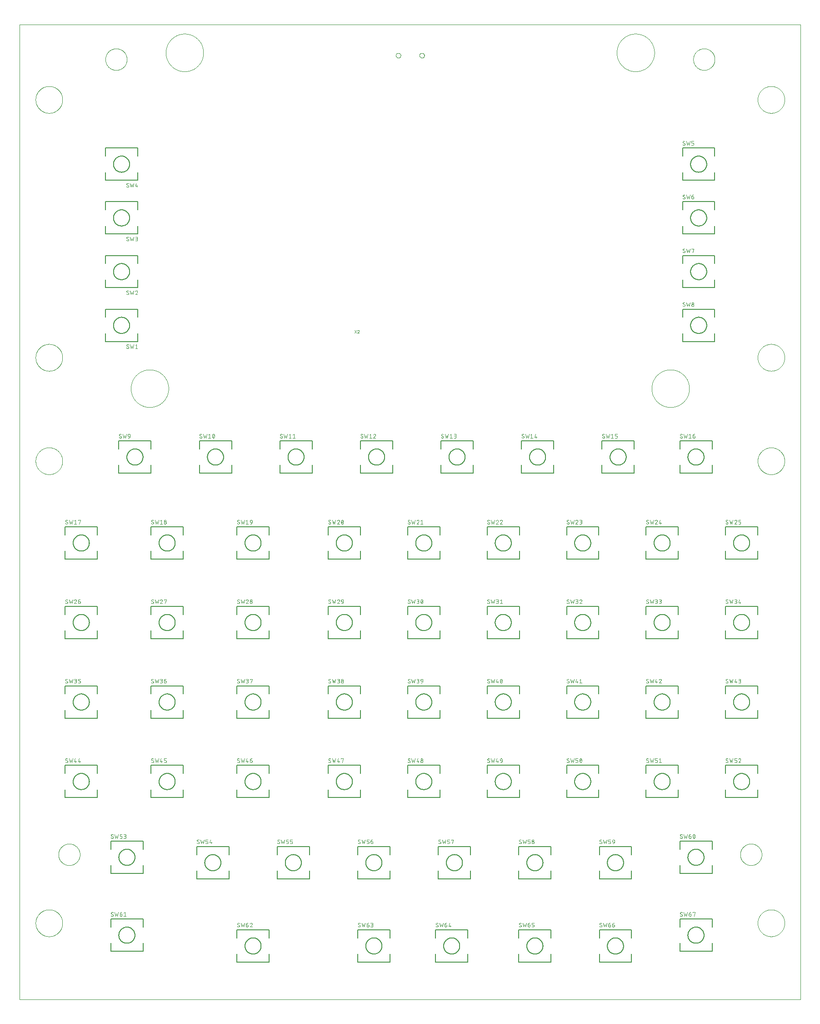
<source format=gto>
G75*
%MOIN*%
%OFA0B0*%
%FSLAX25Y25*%
%IPPOS*%
%LPD*%
%AMOC8*
5,1,8,0,0,1.08239X$1,22.5*
%
%ADD10C,0.00000*%
%ADD11C,0.00500*%
%ADD12C,0.00300*%
%ADD13C,0.00200*%
D10*
X0001000Y0001000D02*
X0001000Y0715567D01*
X0573835Y0715567D01*
X0573835Y0001000D01*
X0001000Y0001000D01*
X0012811Y0057102D02*
X0012814Y0057344D01*
X0012823Y0057585D01*
X0012838Y0057826D01*
X0012858Y0058067D01*
X0012885Y0058307D01*
X0012918Y0058546D01*
X0012956Y0058785D01*
X0013000Y0059022D01*
X0013050Y0059259D01*
X0013106Y0059494D01*
X0013168Y0059727D01*
X0013235Y0059959D01*
X0013308Y0060190D01*
X0013386Y0060418D01*
X0013471Y0060644D01*
X0013560Y0060869D01*
X0013655Y0061091D01*
X0013756Y0061310D01*
X0013862Y0061528D01*
X0013973Y0061742D01*
X0014090Y0061954D01*
X0014211Y0062162D01*
X0014338Y0062368D01*
X0014470Y0062570D01*
X0014607Y0062770D01*
X0014748Y0062965D01*
X0014894Y0063158D01*
X0015045Y0063346D01*
X0015201Y0063531D01*
X0015361Y0063712D01*
X0015525Y0063889D01*
X0015694Y0064062D01*
X0015867Y0064231D01*
X0016044Y0064395D01*
X0016225Y0064555D01*
X0016410Y0064711D01*
X0016598Y0064862D01*
X0016791Y0065008D01*
X0016986Y0065149D01*
X0017186Y0065286D01*
X0017388Y0065418D01*
X0017594Y0065545D01*
X0017802Y0065666D01*
X0018014Y0065783D01*
X0018228Y0065894D01*
X0018446Y0066000D01*
X0018665Y0066101D01*
X0018887Y0066196D01*
X0019112Y0066285D01*
X0019338Y0066370D01*
X0019566Y0066448D01*
X0019797Y0066521D01*
X0020029Y0066588D01*
X0020262Y0066650D01*
X0020497Y0066706D01*
X0020734Y0066756D01*
X0020971Y0066800D01*
X0021210Y0066838D01*
X0021449Y0066871D01*
X0021689Y0066898D01*
X0021930Y0066918D01*
X0022171Y0066933D01*
X0022412Y0066942D01*
X0022654Y0066945D01*
X0022896Y0066942D01*
X0023137Y0066933D01*
X0023378Y0066918D01*
X0023619Y0066898D01*
X0023859Y0066871D01*
X0024098Y0066838D01*
X0024337Y0066800D01*
X0024574Y0066756D01*
X0024811Y0066706D01*
X0025046Y0066650D01*
X0025279Y0066588D01*
X0025511Y0066521D01*
X0025742Y0066448D01*
X0025970Y0066370D01*
X0026196Y0066285D01*
X0026421Y0066196D01*
X0026643Y0066101D01*
X0026862Y0066000D01*
X0027080Y0065894D01*
X0027294Y0065783D01*
X0027506Y0065666D01*
X0027714Y0065545D01*
X0027920Y0065418D01*
X0028122Y0065286D01*
X0028322Y0065149D01*
X0028517Y0065008D01*
X0028710Y0064862D01*
X0028898Y0064711D01*
X0029083Y0064555D01*
X0029264Y0064395D01*
X0029441Y0064231D01*
X0029614Y0064062D01*
X0029783Y0063889D01*
X0029947Y0063712D01*
X0030107Y0063531D01*
X0030263Y0063346D01*
X0030414Y0063158D01*
X0030560Y0062965D01*
X0030701Y0062770D01*
X0030838Y0062570D01*
X0030970Y0062368D01*
X0031097Y0062162D01*
X0031218Y0061954D01*
X0031335Y0061742D01*
X0031446Y0061528D01*
X0031552Y0061310D01*
X0031653Y0061091D01*
X0031748Y0060869D01*
X0031837Y0060644D01*
X0031922Y0060418D01*
X0032000Y0060190D01*
X0032073Y0059959D01*
X0032140Y0059727D01*
X0032202Y0059494D01*
X0032258Y0059259D01*
X0032308Y0059022D01*
X0032352Y0058785D01*
X0032390Y0058546D01*
X0032423Y0058307D01*
X0032450Y0058067D01*
X0032470Y0057826D01*
X0032485Y0057585D01*
X0032494Y0057344D01*
X0032497Y0057102D01*
X0032494Y0056860D01*
X0032485Y0056619D01*
X0032470Y0056378D01*
X0032450Y0056137D01*
X0032423Y0055897D01*
X0032390Y0055658D01*
X0032352Y0055419D01*
X0032308Y0055182D01*
X0032258Y0054945D01*
X0032202Y0054710D01*
X0032140Y0054477D01*
X0032073Y0054245D01*
X0032000Y0054014D01*
X0031922Y0053786D01*
X0031837Y0053560D01*
X0031748Y0053335D01*
X0031653Y0053113D01*
X0031552Y0052894D01*
X0031446Y0052676D01*
X0031335Y0052462D01*
X0031218Y0052250D01*
X0031097Y0052042D01*
X0030970Y0051836D01*
X0030838Y0051634D01*
X0030701Y0051434D01*
X0030560Y0051239D01*
X0030414Y0051046D01*
X0030263Y0050858D01*
X0030107Y0050673D01*
X0029947Y0050492D01*
X0029783Y0050315D01*
X0029614Y0050142D01*
X0029441Y0049973D01*
X0029264Y0049809D01*
X0029083Y0049649D01*
X0028898Y0049493D01*
X0028710Y0049342D01*
X0028517Y0049196D01*
X0028322Y0049055D01*
X0028122Y0048918D01*
X0027920Y0048786D01*
X0027714Y0048659D01*
X0027506Y0048538D01*
X0027294Y0048421D01*
X0027080Y0048310D01*
X0026862Y0048204D01*
X0026643Y0048103D01*
X0026421Y0048008D01*
X0026196Y0047919D01*
X0025970Y0047834D01*
X0025742Y0047756D01*
X0025511Y0047683D01*
X0025279Y0047616D01*
X0025046Y0047554D01*
X0024811Y0047498D01*
X0024574Y0047448D01*
X0024337Y0047404D01*
X0024098Y0047366D01*
X0023859Y0047333D01*
X0023619Y0047306D01*
X0023378Y0047286D01*
X0023137Y0047271D01*
X0022896Y0047262D01*
X0022654Y0047259D01*
X0022412Y0047262D01*
X0022171Y0047271D01*
X0021930Y0047286D01*
X0021689Y0047306D01*
X0021449Y0047333D01*
X0021210Y0047366D01*
X0020971Y0047404D01*
X0020734Y0047448D01*
X0020497Y0047498D01*
X0020262Y0047554D01*
X0020029Y0047616D01*
X0019797Y0047683D01*
X0019566Y0047756D01*
X0019338Y0047834D01*
X0019112Y0047919D01*
X0018887Y0048008D01*
X0018665Y0048103D01*
X0018446Y0048204D01*
X0018228Y0048310D01*
X0018014Y0048421D01*
X0017802Y0048538D01*
X0017594Y0048659D01*
X0017388Y0048786D01*
X0017186Y0048918D01*
X0016986Y0049055D01*
X0016791Y0049196D01*
X0016598Y0049342D01*
X0016410Y0049493D01*
X0016225Y0049649D01*
X0016044Y0049809D01*
X0015867Y0049973D01*
X0015694Y0050142D01*
X0015525Y0050315D01*
X0015361Y0050492D01*
X0015201Y0050673D01*
X0015045Y0050858D01*
X0014894Y0051046D01*
X0014748Y0051239D01*
X0014607Y0051434D01*
X0014470Y0051634D01*
X0014338Y0051836D01*
X0014211Y0052042D01*
X0014090Y0052250D01*
X0013973Y0052462D01*
X0013862Y0052676D01*
X0013756Y0052894D01*
X0013655Y0053113D01*
X0013560Y0053335D01*
X0013471Y0053560D01*
X0013386Y0053786D01*
X0013308Y0054014D01*
X0013235Y0054245D01*
X0013168Y0054477D01*
X0013106Y0054710D01*
X0013050Y0054945D01*
X0013000Y0055182D01*
X0012956Y0055419D01*
X0012918Y0055658D01*
X0012885Y0055897D01*
X0012858Y0056137D01*
X0012838Y0056378D01*
X0012823Y0056619D01*
X0012814Y0056860D01*
X0012811Y0057102D01*
X0029543Y0107299D02*
X0029545Y0107492D01*
X0029552Y0107685D01*
X0029564Y0107878D01*
X0029581Y0108071D01*
X0029602Y0108263D01*
X0029628Y0108454D01*
X0029659Y0108645D01*
X0029694Y0108835D01*
X0029734Y0109024D01*
X0029779Y0109212D01*
X0029828Y0109399D01*
X0029882Y0109585D01*
X0029940Y0109769D01*
X0030003Y0109952D01*
X0030071Y0110133D01*
X0030142Y0110312D01*
X0030219Y0110490D01*
X0030299Y0110666D01*
X0030384Y0110839D01*
X0030473Y0111011D01*
X0030566Y0111180D01*
X0030663Y0111347D01*
X0030765Y0111512D01*
X0030870Y0111674D01*
X0030979Y0111833D01*
X0031093Y0111990D01*
X0031210Y0112143D01*
X0031330Y0112294D01*
X0031455Y0112442D01*
X0031583Y0112587D01*
X0031714Y0112728D01*
X0031849Y0112867D01*
X0031988Y0113002D01*
X0032129Y0113133D01*
X0032274Y0113261D01*
X0032422Y0113386D01*
X0032573Y0113506D01*
X0032726Y0113623D01*
X0032883Y0113737D01*
X0033042Y0113846D01*
X0033204Y0113951D01*
X0033369Y0114053D01*
X0033536Y0114150D01*
X0033705Y0114243D01*
X0033877Y0114332D01*
X0034050Y0114417D01*
X0034226Y0114497D01*
X0034404Y0114574D01*
X0034583Y0114645D01*
X0034764Y0114713D01*
X0034947Y0114776D01*
X0035131Y0114834D01*
X0035317Y0114888D01*
X0035504Y0114937D01*
X0035692Y0114982D01*
X0035881Y0115022D01*
X0036071Y0115057D01*
X0036262Y0115088D01*
X0036453Y0115114D01*
X0036645Y0115135D01*
X0036838Y0115152D01*
X0037031Y0115164D01*
X0037224Y0115171D01*
X0037417Y0115173D01*
X0037610Y0115171D01*
X0037803Y0115164D01*
X0037996Y0115152D01*
X0038189Y0115135D01*
X0038381Y0115114D01*
X0038572Y0115088D01*
X0038763Y0115057D01*
X0038953Y0115022D01*
X0039142Y0114982D01*
X0039330Y0114937D01*
X0039517Y0114888D01*
X0039703Y0114834D01*
X0039887Y0114776D01*
X0040070Y0114713D01*
X0040251Y0114645D01*
X0040430Y0114574D01*
X0040608Y0114497D01*
X0040784Y0114417D01*
X0040957Y0114332D01*
X0041129Y0114243D01*
X0041298Y0114150D01*
X0041465Y0114053D01*
X0041630Y0113951D01*
X0041792Y0113846D01*
X0041951Y0113737D01*
X0042108Y0113623D01*
X0042261Y0113506D01*
X0042412Y0113386D01*
X0042560Y0113261D01*
X0042705Y0113133D01*
X0042846Y0113002D01*
X0042985Y0112867D01*
X0043120Y0112728D01*
X0043251Y0112587D01*
X0043379Y0112442D01*
X0043504Y0112294D01*
X0043624Y0112143D01*
X0043741Y0111990D01*
X0043855Y0111833D01*
X0043964Y0111674D01*
X0044069Y0111512D01*
X0044171Y0111347D01*
X0044268Y0111180D01*
X0044361Y0111011D01*
X0044450Y0110839D01*
X0044535Y0110666D01*
X0044615Y0110490D01*
X0044692Y0110312D01*
X0044763Y0110133D01*
X0044831Y0109952D01*
X0044894Y0109769D01*
X0044952Y0109585D01*
X0045006Y0109399D01*
X0045055Y0109212D01*
X0045100Y0109024D01*
X0045140Y0108835D01*
X0045175Y0108645D01*
X0045206Y0108454D01*
X0045232Y0108263D01*
X0045253Y0108071D01*
X0045270Y0107878D01*
X0045282Y0107685D01*
X0045289Y0107492D01*
X0045291Y0107299D01*
X0045289Y0107106D01*
X0045282Y0106913D01*
X0045270Y0106720D01*
X0045253Y0106527D01*
X0045232Y0106335D01*
X0045206Y0106144D01*
X0045175Y0105953D01*
X0045140Y0105763D01*
X0045100Y0105574D01*
X0045055Y0105386D01*
X0045006Y0105199D01*
X0044952Y0105013D01*
X0044894Y0104829D01*
X0044831Y0104646D01*
X0044763Y0104465D01*
X0044692Y0104286D01*
X0044615Y0104108D01*
X0044535Y0103932D01*
X0044450Y0103759D01*
X0044361Y0103587D01*
X0044268Y0103418D01*
X0044171Y0103251D01*
X0044069Y0103086D01*
X0043964Y0102924D01*
X0043855Y0102765D01*
X0043741Y0102608D01*
X0043624Y0102455D01*
X0043504Y0102304D01*
X0043379Y0102156D01*
X0043251Y0102011D01*
X0043120Y0101870D01*
X0042985Y0101731D01*
X0042846Y0101596D01*
X0042705Y0101465D01*
X0042560Y0101337D01*
X0042412Y0101212D01*
X0042261Y0101092D01*
X0042108Y0100975D01*
X0041951Y0100861D01*
X0041792Y0100752D01*
X0041630Y0100647D01*
X0041465Y0100545D01*
X0041298Y0100448D01*
X0041129Y0100355D01*
X0040957Y0100266D01*
X0040784Y0100181D01*
X0040608Y0100101D01*
X0040430Y0100024D01*
X0040251Y0099953D01*
X0040070Y0099885D01*
X0039887Y0099822D01*
X0039703Y0099764D01*
X0039517Y0099710D01*
X0039330Y0099661D01*
X0039142Y0099616D01*
X0038953Y0099576D01*
X0038763Y0099541D01*
X0038572Y0099510D01*
X0038381Y0099484D01*
X0038189Y0099463D01*
X0037996Y0099446D01*
X0037803Y0099434D01*
X0037610Y0099427D01*
X0037417Y0099425D01*
X0037224Y0099427D01*
X0037031Y0099434D01*
X0036838Y0099446D01*
X0036645Y0099463D01*
X0036453Y0099484D01*
X0036262Y0099510D01*
X0036071Y0099541D01*
X0035881Y0099576D01*
X0035692Y0099616D01*
X0035504Y0099661D01*
X0035317Y0099710D01*
X0035131Y0099764D01*
X0034947Y0099822D01*
X0034764Y0099885D01*
X0034583Y0099953D01*
X0034404Y0100024D01*
X0034226Y0100101D01*
X0034050Y0100181D01*
X0033877Y0100266D01*
X0033705Y0100355D01*
X0033536Y0100448D01*
X0033369Y0100545D01*
X0033204Y0100647D01*
X0033042Y0100752D01*
X0032883Y0100861D01*
X0032726Y0100975D01*
X0032573Y0101092D01*
X0032422Y0101212D01*
X0032274Y0101337D01*
X0032129Y0101465D01*
X0031988Y0101596D01*
X0031849Y0101731D01*
X0031714Y0101870D01*
X0031583Y0102011D01*
X0031455Y0102156D01*
X0031330Y0102304D01*
X0031210Y0102455D01*
X0031093Y0102608D01*
X0030979Y0102765D01*
X0030870Y0102924D01*
X0030765Y0103086D01*
X0030663Y0103251D01*
X0030566Y0103418D01*
X0030473Y0103587D01*
X0030384Y0103759D01*
X0030299Y0103932D01*
X0030219Y0104108D01*
X0030142Y0104286D01*
X0030071Y0104465D01*
X0030003Y0104646D01*
X0029940Y0104829D01*
X0029882Y0105013D01*
X0029828Y0105199D01*
X0029779Y0105386D01*
X0029734Y0105574D01*
X0029694Y0105763D01*
X0029659Y0105953D01*
X0029628Y0106144D01*
X0029602Y0106335D01*
X0029581Y0106527D01*
X0029564Y0106720D01*
X0029552Y0106913D01*
X0029545Y0107106D01*
X0029543Y0107299D01*
X0012811Y0395685D02*
X0012814Y0395927D01*
X0012823Y0396168D01*
X0012838Y0396409D01*
X0012858Y0396650D01*
X0012885Y0396890D01*
X0012918Y0397129D01*
X0012956Y0397368D01*
X0013000Y0397605D01*
X0013050Y0397842D01*
X0013106Y0398077D01*
X0013168Y0398310D01*
X0013235Y0398542D01*
X0013308Y0398773D01*
X0013386Y0399001D01*
X0013471Y0399227D01*
X0013560Y0399452D01*
X0013655Y0399674D01*
X0013756Y0399893D01*
X0013862Y0400111D01*
X0013973Y0400325D01*
X0014090Y0400537D01*
X0014211Y0400745D01*
X0014338Y0400951D01*
X0014470Y0401153D01*
X0014607Y0401353D01*
X0014748Y0401548D01*
X0014894Y0401741D01*
X0015045Y0401929D01*
X0015201Y0402114D01*
X0015361Y0402295D01*
X0015525Y0402472D01*
X0015694Y0402645D01*
X0015867Y0402814D01*
X0016044Y0402978D01*
X0016225Y0403138D01*
X0016410Y0403294D01*
X0016598Y0403445D01*
X0016791Y0403591D01*
X0016986Y0403732D01*
X0017186Y0403869D01*
X0017388Y0404001D01*
X0017594Y0404128D01*
X0017802Y0404249D01*
X0018014Y0404366D01*
X0018228Y0404477D01*
X0018446Y0404583D01*
X0018665Y0404684D01*
X0018887Y0404779D01*
X0019112Y0404868D01*
X0019338Y0404953D01*
X0019566Y0405031D01*
X0019797Y0405104D01*
X0020029Y0405171D01*
X0020262Y0405233D01*
X0020497Y0405289D01*
X0020734Y0405339D01*
X0020971Y0405383D01*
X0021210Y0405421D01*
X0021449Y0405454D01*
X0021689Y0405481D01*
X0021930Y0405501D01*
X0022171Y0405516D01*
X0022412Y0405525D01*
X0022654Y0405528D01*
X0022896Y0405525D01*
X0023137Y0405516D01*
X0023378Y0405501D01*
X0023619Y0405481D01*
X0023859Y0405454D01*
X0024098Y0405421D01*
X0024337Y0405383D01*
X0024574Y0405339D01*
X0024811Y0405289D01*
X0025046Y0405233D01*
X0025279Y0405171D01*
X0025511Y0405104D01*
X0025742Y0405031D01*
X0025970Y0404953D01*
X0026196Y0404868D01*
X0026421Y0404779D01*
X0026643Y0404684D01*
X0026862Y0404583D01*
X0027080Y0404477D01*
X0027294Y0404366D01*
X0027506Y0404249D01*
X0027714Y0404128D01*
X0027920Y0404001D01*
X0028122Y0403869D01*
X0028322Y0403732D01*
X0028517Y0403591D01*
X0028710Y0403445D01*
X0028898Y0403294D01*
X0029083Y0403138D01*
X0029264Y0402978D01*
X0029441Y0402814D01*
X0029614Y0402645D01*
X0029783Y0402472D01*
X0029947Y0402295D01*
X0030107Y0402114D01*
X0030263Y0401929D01*
X0030414Y0401741D01*
X0030560Y0401548D01*
X0030701Y0401353D01*
X0030838Y0401153D01*
X0030970Y0400951D01*
X0031097Y0400745D01*
X0031218Y0400537D01*
X0031335Y0400325D01*
X0031446Y0400111D01*
X0031552Y0399893D01*
X0031653Y0399674D01*
X0031748Y0399452D01*
X0031837Y0399227D01*
X0031922Y0399001D01*
X0032000Y0398773D01*
X0032073Y0398542D01*
X0032140Y0398310D01*
X0032202Y0398077D01*
X0032258Y0397842D01*
X0032308Y0397605D01*
X0032352Y0397368D01*
X0032390Y0397129D01*
X0032423Y0396890D01*
X0032450Y0396650D01*
X0032470Y0396409D01*
X0032485Y0396168D01*
X0032494Y0395927D01*
X0032497Y0395685D01*
X0032494Y0395443D01*
X0032485Y0395202D01*
X0032470Y0394961D01*
X0032450Y0394720D01*
X0032423Y0394480D01*
X0032390Y0394241D01*
X0032352Y0394002D01*
X0032308Y0393765D01*
X0032258Y0393528D01*
X0032202Y0393293D01*
X0032140Y0393060D01*
X0032073Y0392828D01*
X0032000Y0392597D01*
X0031922Y0392369D01*
X0031837Y0392143D01*
X0031748Y0391918D01*
X0031653Y0391696D01*
X0031552Y0391477D01*
X0031446Y0391259D01*
X0031335Y0391045D01*
X0031218Y0390833D01*
X0031097Y0390625D01*
X0030970Y0390419D01*
X0030838Y0390217D01*
X0030701Y0390017D01*
X0030560Y0389822D01*
X0030414Y0389629D01*
X0030263Y0389441D01*
X0030107Y0389256D01*
X0029947Y0389075D01*
X0029783Y0388898D01*
X0029614Y0388725D01*
X0029441Y0388556D01*
X0029264Y0388392D01*
X0029083Y0388232D01*
X0028898Y0388076D01*
X0028710Y0387925D01*
X0028517Y0387779D01*
X0028322Y0387638D01*
X0028122Y0387501D01*
X0027920Y0387369D01*
X0027714Y0387242D01*
X0027506Y0387121D01*
X0027294Y0387004D01*
X0027080Y0386893D01*
X0026862Y0386787D01*
X0026643Y0386686D01*
X0026421Y0386591D01*
X0026196Y0386502D01*
X0025970Y0386417D01*
X0025742Y0386339D01*
X0025511Y0386266D01*
X0025279Y0386199D01*
X0025046Y0386137D01*
X0024811Y0386081D01*
X0024574Y0386031D01*
X0024337Y0385987D01*
X0024098Y0385949D01*
X0023859Y0385916D01*
X0023619Y0385889D01*
X0023378Y0385869D01*
X0023137Y0385854D01*
X0022896Y0385845D01*
X0022654Y0385842D01*
X0022412Y0385845D01*
X0022171Y0385854D01*
X0021930Y0385869D01*
X0021689Y0385889D01*
X0021449Y0385916D01*
X0021210Y0385949D01*
X0020971Y0385987D01*
X0020734Y0386031D01*
X0020497Y0386081D01*
X0020262Y0386137D01*
X0020029Y0386199D01*
X0019797Y0386266D01*
X0019566Y0386339D01*
X0019338Y0386417D01*
X0019112Y0386502D01*
X0018887Y0386591D01*
X0018665Y0386686D01*
X0018446Y0386787D01*
X0018228Y0386893D01*
X0018014Y0387004D01*
X0017802Y0387121D01*
X0017594Y0387242D01*
X0017388Y0387369D01*
X0017186Y0387501D01*
X0016986Y0387638D01*
X0016791Y0387779D01*
X0016598Y0387925D01*
X0016410Y0388076D01*
X0016225Y0388232D01*
X0016044Y0388392D01*
X0015867Y0388556D01*
X0015694Y0388725D01*
X0015525Y0388898D01*
X0015361Y0389075D01*
X0015201Y0389256D01*
X0015045Y0389441D01*
X0014894Y0389629D01*
X0014748Y0389822D01*
X0014607Y0390017D01*
X0014470Y0390217D01*
X0014338Y0390419D01*
X0014211Y0390625D01*
X0014090Y0390833D01*
X0013973Y0391045D01*
X0013862Y0391259D01*
X0013756Y0391477D01*
X0013655Y0391696D01*
X0013560Y0391918D01*
X0013471Y0392143D01*
X0013386Y0392369D01*
X0013308Y0392597D01*
X0013235Y0392828D01*
X0013168Y0393060D01*
X0013106Y0393293D01*
X0013050Y0393528D01*
X0013000Y0393765D01*
X0012956Y0394002D01*
X0012918Y0394241D01*
X0012885Y0394480D01*
X0012858Y0394720D01*
X0012838Y0394961D01*
X0012823Y0395202D01*
X0012814Y0395443D01*
X0012811Y0395685D01*
X0012811Y0471472D02*
X0012814Y0471714D01*
X0012823Y0471955D01*
X0012838Y0472196D01*
X0012858Y0472437D01*
X0012885Y0472677D01*
X0012918Y0472916D01*
X0012956Y0473155D01*
X0013000Y0473392D01*
X0013050Y0473629D01*
X0013106Y0473864D01*
X0013168Y0474097D01*
X0013235Y0474329D01*
X0013308Y0474560D01*
X0013386Y0474788D01*
X0013471Y0475014D01*
X0013560Y0475239D01*
X0013655Y0475461D01*
X0013756Y0475680D01*
X0013862Y0475898D01*
X0013973Y0476112D01*
X0014090Y0476324D01*
X0014211Y0476532D01*
X0014338Y0476738D01*
X0014470Y0476940D01*
X0014607Y0477140D01*
X0014748Y0477335D01*
X0014894Y0477528D01*
X0015045Y0477716D01*
X0015201Y0477901D01*
X0015361Y0478082D01*
X0015525Y0478259D01*
X0015694Y0478432D01*
X0015867Y0478601D01*
X0016044Y0478765D01*
X0016225Y0478925D01*
X0016410Y0479081D01*
X0016598Y0479232D01*
X0016791Y0479378D01*
X0016986Y0479519D01*
X0017186Y0479656D01*
X0017388Y0479788D01*
X0017594Y0479915D01*
X0017802Y0480036D01*
X0018014Y0480153D01*
X0018228Y0480264D01*
X0018446Y0480370D01*
X0018665Y0480471D01*
X0018887Y0480566D01*
X0019112Y0480655D01*
X0019338Y0480740D01*
X0019566Y0480818D01*
X0019797Y0480891D01*
X0020029Y0480958D01*
X0020262Y0481020D01*
X0020497Y0481076D01*
X0020734Y0481126D01*
X0020971Y0481170D01*
X0021210Y0481208D01*
X0021449Y0481241D01*
X0021689Y0481268D01*
X0021930Y0481288D01*
X0022171Y0481303D01*
X0022412Y0481312D01*
X0022654Y0481315D01*
X0022896Y0481312D01*
X0023137Y0481303D01*
X0023378Y0481288D01*
X0023619Y0481268D01*
X0023859Y0481241D01*
X0024098Y0481208D01*
X0024337Y0481170D01*
X0024574Y0481126D01*
X0024811Y0481076D01*
X0025046Y0481020D01*
X0025279Y0480958D01*
X0025511Y0480891D01*
X0025742Y0480818D01*
X0025970Y0480740D01*
X0026196Y0480655D01*
X0026421Y0480566D01*
X0026643Y0480471D01*
X0026862Y0480370D01*
X0027080Y0480264D01*
X0027294Y0480153D01*
X0027506Y0480036D01*
X0027714Y0479915D01*
X0027920Y0479788D01*
X0028122Y0479656D01*
X0028322Y0479519D01*
X0028517Y0479378D01*
X0028710Y0479232D01*
X0028898Y0479081D01*
X0029083Y0478925D01*
X0029264Y0478765D01*
X0029441Y0478601D01*
X0029614Y0478432D01*
X0029783Y0478259D01*
X0029947Y0478082D01*
X0030107Y0477901D01*
X0030263Y0477716D01*
X0030414Y0477528D01*
X0030560Y0477335D01*
X0030701Y0477140D01*
X0030838Y0476940D01*
X0030970Y0476738D01*
X0031097Y0476532D01*
X0031218Y0476324D01*
X0031335Y0476112D01*
X0031446Y0475898D01*
X0031552Y0475680D01*
X0031653Y0475461D01*
X0031748Y0475239D01*
X0031837Y0475014D01*
X0031922Y0474788D01*
X0032000Y0474560D01*
X0032073Y0474329D01*
X0032140Y0474097D01*
X0032202Y0473864D01*
X0032258Y0473629D01*
X0032308Y0473392D01*
X0032352Y0473155D01*
X0032390Y0472916D01*
X0032423Y0472677D01*
X0032450Y0472437D01*
X0032470Y0472196D01*
X0032485Y0471955D01*
X0032494Y0471714D01*
X0032497Y0471472D01*
X0032494Y0471230D01*
X0032485Y0470989D01*
X0032470Y0470748D01*
X0032450Y0470507D01*
X0032423Y0470267D01*
X0032390Y0470028D01*
X0032352Y0469789D01*
X0032308Y0469552D01*
X0032258Y0469315D01*
X0032202Y0469080D01*
X0032140Y0468847D01*
X0032073Y0468615D01*
X0032000Y0468384D01*
X0031922Y0468156D01*
X0031837Y0467930D01*
X0031748Y0467705D01*
X0031653Y0467483D01*
X0031552Y0467264D01*
X0031446Y0467046D01*
X0031335Y0466832D01*
X0031218Y0466620D01*
X0031097Y0466412D01*
X0030970Y0466206D01*
X0030838Y0466004D01*
X0030701Y0465804D01*
X0030560Y0465609D01*
X0030414Y0465416D01*
X0030263Y0465228D01*
X0030107Y0465043D01*
X0029947Y0464862D01*
X0029783Y0464685D01*
X0029614Y0464512D01*
X0029441Y0464343D01*
X0029264Y0464179D01*
X0029083Y0464019D01*
X0028898Y0463863D01*
X0028710Y0463712D01*
X0028517Y0463566D01*
X0028322Y0463425D01*
X0028122Y0463288D01*
X0027920Y0463156D01*
X0027714Y0463029D01*
X0027506Y0462908D01*
X0027294Y0462791D01*
X0027080Y0462680D01*
X0026862Y0462574D01*
X0026643Y0462473D01*
X0026421Y0462378D01*
X0026196Y0462289D01*
X0025970Y0462204D01*
X0025742Y0462126D01*
X0025511Y0462053D01*
X0025279Y0461986D01*
X0025046Y0461924D01*
X0024811Y0461868D01*
X0024574Y0461818D01*
X0024337Y0461774D01*
X0024098Y0461736D01*
X0023859Y0461703D01*
X0023619Y0461676D01*
X0023378Y0461656D01*
X0023137Y0461641D01*
X0022896Y0461632D01*
X0022654Y0461629D01*
X0022412Y0461632D01*
X0022171Y0461641D01*
X0021930Y0461656D01*
X0021689Y0461676D01*
X0021449Y0461703D01*
X0021210Y0461736D01*
X0020971Y0461774D01*
X0020734Y0461818D01*
X0020497Y0461868D01*
X0020262Y0461924D01*
X0020029Y0461986D01*
X0019797Y0462053D01*
X0019566Y0462126D01*
X0019338Y0462204D01*
X0019112Y0462289D01*
X0018887Y0462378D01*
X0018665Y0462473D01*
X0018446Y0462574D01*
X0018228Y0462680D01*
X0018014Y0462791D01*
X0017802Y0462908D01*
X0017594Y0463029D01*
X0017388Y0463156D01*
X0017186Y0463288D01*
X0016986Y0463425D01*
X0016791Y0463566D01*
X0016598Y0463712D01*
X0016410Y0463863D01*
X0016225Y0464019D01*
X0016044Y0464179D01*
X0015867Y0464343D01*
X0015694Y0464512D01*
X0015525Y0464685D01*
X0015361Y0464862D01*
X0015201Y0465043D01*
X0015045Y0465228D01*
X0014894Y0465416D01*
X0014748Y0465609D01*
X0014607Y0465804D01*
X0014470Y0466004D01*
X0014338Y0466206D01*
X0014211Y0466412D01*
X0014090Y0466620D01*
X0013973Y0466832D01*
X0013862Y0467046D01*
X0013756Y0467264D01*
X0013655Y0467483D01*
X0013560Y0467705D01*
X0013471Y0467930D01*
X0013386Y0468156D01*
X0013308Y0468384D01*
X0013235Y0468615D01*
X0013168Y0468847D01*
X0013106Y0469080D01*
X0013050Y0469315D01*
X0013000Y0469552D01*
X0012956Y0469789D01*
X0012918Y0470028D01*
X0012885Y0470267D01*
X0012858Y0470507D01*
X0012838Y0470748D01*
X0012823Y0470989D01*
X0012814Y0471230D01*
X0012811Y0471472D01*
X0082692Y0448835D02*
X0082696Y0449173D01*
X0082709Y0449511D01*
X0082729Y0449849D01*
X0082758Y0450186D01*
X0082796Y0450522D01*
X0082841Y0450857D01*
X0082895Y0451191D01*
X0082957Y0451523D01*
X0083027Y0451854D01*
X0083105Y0452183D01*
X0083191Y0452510D01*
X0083285Y0452835D01*
X0083388Y0453158D01*
X0083498Y0453477D01*
X0083615Y0453794D01*
X0083741Y0454108D01*
X0083874Y0454419D01*
X0084015Y0454727D01*
X0084163Y0455031D01*
X0084319Y0455331D01*
X0084482Y0455627D01*
X0084652Y0455919D01*
X0084830Y0456207D01*
X0085014Y0456491D01*
X0085206Y0456770D01*
X0085404Y0457044D01*
X0085609Y0457313D01*
X0085820Y0457577D01*
X0086038Y0457836D01*
X0086262Y0458089D01*
X0086492Y0458337D01*
X0086728Y0458579D01*
X0086970Y0458815D01*
X0087218Y0459045D01*
X0087471Y0459269D01*
X0087730Y0459487D01*
X0087994Y0459698D01*
X0088263Y0459903D01*
X0088537Y0460101D01*
X0088816Y0460293D01*
X0089100Y0460477D01*
X0089388Y0460655D01*
X0089680Y0460825D01*
X0089976Y0460988D01*
X0090276Y0461144D01*
X0090580Y0461292D01*
X0090888Y0461433D01*
X0091199Y0461566D01*
X0091513Y0461692D01*
X0091830Y0461809D01*
X0092149Y0461919D01*
X0092472Y0462022D01*
X0092797Y0462116D01*
X0093124Y0462202D01*
X0093453Y0462280D01*
X0093784Y0462350D01*
X0094116Y0462412D01*
X0094450Y0462466D01*
X0094785Y0462511D01*
X0095121Y0462549D01*
X0095458Y0462578D01*
X0095796Y0462598D01*
X0096134Y0462611D01*
X0096472Y0462615D01*
X0096810Y0462611D01*
X0097148Y0462598D01*
X0097486Y0462578D01*
X0097823Y0462549D01*
X0098159Y0462511D01*
X0098494Y0462466D01*
X0098828Y0462412D01*
X0099160Y0462350D01*
X0099491Y0462280D01*
X0099820Y0462202D01*
X0100147Y0462116D01*
X0100472Y0462022D01*
X0100795Y0461919D01*
X0101114Y0461809D01*
X0101431Y0461692D01*
X0101745Y0461566D01*
X0102056Y0461433D01*
X0102364Y0461292D01*
X0102668Y0461144D01*
X0102968Y0460988D01*
X0103264Y0460825D01*
X0103556Y0460655D01*
X0103844Y0460477D01*
X0104128Y0460293D01*
X0104407Y0460101D01*
X0104681Y0459903D01*
X0104950Y0459698D01*
X0105214Y0459487D01*
X0105473Y0459269D01*
X0105726Y0459045D01*
X0105974Y0458815D01*
X0106216Y0458579D01*
X0106452Y0458337D01*
X0106682Y0458089D01*
X0106906Y0457836D01*
X0107124Y0457577D01*
X0107335Y0457313D01*
X0107540Y0457044D01*
X0107738Y0456770D01*
X0107930Y0456491D01*
X0108114Y0456207D01*
X0108292Y0455919D01*
X0108462Y0455627D01*
X0108625Y0455331D01*
X0108781Y0455031D01*
X0108929Y0454727D01*
X0109070Y0454419D01*
X0109203Y0454108D01*
X0109329Y0453794D01*
X0109446Y0453477D01*
X0109556Y0453158D01*
X0109659Y0452835D01*
X0109753Y0452510D01*
X0109839Y0452183D01*
X0109917Y0451854D01*
X0109987Y0451523D01*
X0110049Y0451191D01*
X0110103Y0450857D01*
X0110148Y0450522D01*
X0110186Y0450186D01*
X0110215Y0449849D01*
X0110235Y0449511D01*
X0110248Y0449173D01*
X0110252Y0448835D01*
X0110248Y0448497D01*
X0110235Y0448159D01*
X0110215Y0447821D01*
X0110186Y0447484D01*
X0110148Y0447148D01*
X0110103Y0446813D01*
X0110049Y0446479D01*
X0109987Y0446147D01*
X0109917Y0445816D01*
X0109839Y0445487D01*
X0109753Y0445160D01*
X0109659Y0444835D01*
X0109556Y0444512D01*
X0109446Y0444193D01*
X0109329Y0443876D01*
X0109203Y0443562D01*
X0109070Y0443251D01*
X0108929Y0442943D01*
X0108781Y0442639D01*
X0108625Y0442339D01*
X0108462Y0442043D01*
X0108292Y0441751D01*
X0108114Y0441463D01*
X0107930Y0441179D01*
X0107738Y0440900D01*
X0107540Y0440626D01*
X0107335Y0440357D01*
X0107124Y0440093D01*
X0106906Y0439834D01*
X0106682Y0439581D01*
X0106452Y0439333D01*
X0106216Y0439091D01*
X0105974Y0438855D01*
X0105726Y0438625D01*
X0105473Y0438401D01*
X0105214Y0438183D01*
X0104950Y0437972D01*
X0104681Y0437767D01*
X0104407Y0437569D01*
X0104128Y0437377D01*
X0103844Y0437193D01*
X0103556Y0437015D01*
X0103264Y0436845D01*
X0102968Y0436682D01*
X0102668Y0436526D01*
X0102364Y0436378D01*
X0102056Y0436237D01*
X0101745Y0436104D01*
X0101431Y0435978D01*
X0101114Y0435861D01*
X0100795Y0435751D01*
X0100472Y0435648D01*
X0100147Y0435554D01*
X0099820Y0435468D01*
X0099491Y0435390D01*
X0099160Y0435320D01*
X0098828Y0435258D01*
X0098494Y0435204D01*
X0098159Y0435159D01*
X0097823Y0435121D01*
X0097486Y0435092D01*
X0097148Y0435072D01*
X0096810Y0435059D01*
X0096472Y0435055D01*
X0096134Y0435059D01*
X0095796Y0435072D01*
X0095458Y0435092D01*
X0095121Y0435121D01*
X0094785Y0435159D01*
X0094450Y0435204D01*
X0094116Y0435258D01*
X0093784Y0435320D01*
X0093453Y0435390D01*
X0093124Y0435468D01*
X0092797Y0435554D01*
X0092472Y0435648D01*
X0092149Y0435751D01*
X0091830Y0435861D01*
X0091513Y0435978D01*
X0091199Y0436104D01*
X0090888Y0436237D01*
X0090580Y0436378D01*
X0090276Y0436526D01*
X0089976Y0436682D01*
X0089680Y0436845D01*
X0089388Y0437015D01*
X0089100Y0437193D01*
X0088816Y0437377D01*
X0088537Y0437569D01*
X0088263Y0437767D01*
X0087994Y0437972D01*
X0087730Y0438183D01*
X0087471Y0438401D01*
X0087218Y0438625D01*
X0086970Y0438855D01*
X0086728Y0439091D01*
X0086492Y0439333D01*
X0086262Y0439581D01*
X0086038Y0439834D01*
X0085820Y0440093D01*
X0085609Y0440357D01*
X0085404Y0440626D01*
X0085206Y0440900D01*
X0085014Y0441179D01*
X0084830Y0441463D01*
X0084652Y0441751D01*
X0084482Y0442043D01*
X0084319Y0442339D01*
X0084163Y0442639D01*
X0084015Y0442943D01*
X0083874Y0443251D01*
X0083741Y0443562D01*
X0083615Y0443876D01*
X0083498Y0444193D01*
X0083388Y0444512D01*
X0083285Y0444835D01*
X0083191Y0445160D01*
X0083105Y0445487D01*
X0083027Y0445816D01*
X0082957Y0446147D01*
X0082895Y0446479D01*
X0082841Y0446813D01*
X0082796Y0447148D01*
X0082758Y0447484D01*
X0082729Y0447821D01*
X0082709Y0448159D01*
X0082696Y0448497D01*
X0082692Y0448835D01*
X0012811Y0660449D02*
X0012814Y0660691D01*
X0012823Y0660932D01*
X0012838Y0661173D01*
X0012858Y0661414D01*
X0012885Y0661654D01*
X0012918Y0661893D01*
X0012956Y0662132D01*
X0013000Y0662369D01*
X0013050Y0662606D01*
X0013106Y0662841D01*
X0013168Y0663074D01*
X0013235Y0663306D01*
X0013308Y0663537D01*
X0013386Y0663765D01*
X0013471Y0663991D01*
X0013560Y0664216D01*
X0013655Y0664438D01*
X0013756Y0664657D01*
X0013862Y0664875D01*
X0013973Y0665089D01*
X0014090Y0665301D01*
X0014211Y0665509D01*
X0014338Y0665715D01*
X0014470Y0665917D01*
X0014607Y0666117D01*
X0014748Y0666312D01*
X0014894Y0666505D01*
X0015045Y0666693D01*
X0015201Y0666878D01*
X0015361Y0667059D01*
X0015525Y0667236D01*
X0015694Y0667409D01*
X0015867Y0667578D01*
X0016044Y0667742D01*
X0016225Y0667902D01*
X0016410Y0668058D01*
X0016598Y0668209D01*
X0016791Y0668355D01*
X0016986Y0668496D01*
X0017186Y0668633D01*
X0017388Y0668765D01*
X0017594Y0668892D01*
X0017802Y0669013D01*
X0018014Y0669130D01*
X0018228Y0669241D01*
X0018446Y0669347D01*
X0018665Y0669448D01*
X0018887Y0669543D01*
X0019112Y0669632D01*
X0019338Y0669717D01*
X0019566Y0669795D01*
X0019797Y0669868D01*
X0020029Y0669935D01*
X0020262Y0669997D01*
X0020497Y0670053D01*
X0020734Y0670103D01*
X0020971Y0670147D01*
X0021210Y0670185D01*
X0021449Y0670218D01*
X0021689Y0670245D01*
X0021930Y0670265D01*
X0022171Y0670280D01*
X0022412Y0670289D01*
X0022654Y0670292D01*
X0022896Y0670289D01*
X0023137Y0670280D01*
X0023378Y0670265D01*
X0023619Y0670245D01*
X0023859Y0670218D01*
X0024098Y0670185D01*
X0024337Y0670147D01*
X0024574Y0670103D01*
X0024811Y0670053D01*
X0025046Y0669997D01*
X0025279Y0669935D01*
X0025511Y0669868D01*
X0025742Y0669795D01*
X0025970Y0669717D01*
X0026196Y0669632D01*
X0026421Y0669543D01*
X0026643Y0669448D01*
X0026862Y0669347D01*
X0027080Y0669241D01*
X0027294Y0669130D01*
X0027506Y0669013D01*
X0027714Y0668892D01*
X0027920Y0668765D01*
X0028122Y0668633D01*
X0028322Y0668496D01*
X0028517Y0668355D01*
X0028710Y0668209D01*
X0028898Y0668058D01*
X0029083Y0667902D01*
X0029264Y0667742D01*
X0029441Y0667578D01*
X0029614Y0667409D01*
X0029783Y0667236D01*
X0029947Y0667059D01*
X0030107Y0666878D01*
X0030263Y0666693D01*
X0030414Y0666505D01*
X0030560Y0666312D01*
X0030701Y0666117D01*
X0030838Y0665917D01*
X0030970Y0665715D01*
X0031097Y0665509D01*
X0031218Y0665301D01*
X0031335Y0665089D01*
X0031446Y0664875D01*
X0031552Y0664657D01*
X0031653Y0664438D01*
X0031748Y0664216D01*
X0031837Y0663991D01*
X0031922Y0663765D01*
X0032000Y0663537D01*
X0032073Y0663306D01*
X0032140Y0663074D01*
X0032202Y0662841D01*
X0032258Y0662606D01*
X0032308Y0662369D01*
X0032352Y0662132D01*
X0032390Y0661893D01*
X0032423Y0661654D01*
X0032450Y0661414D01*
X0032470Y0661173D01*
X0032485Y0660932D01*
X0032494Y0660691D01*
X0032497Y0660449D01*
X0032494Y0660207D01*
X0032485Y0659966D01*
X0032470Y0659725D01*
X0032450Y0659484D01*
X0032423Y0659244D01*
X0032390Y0659005D01*
X0032352Y0658766D01*
X0032308Y0658529D01*
X0032258Y0658292D01*
X0032202Y0658057D01*
X0032140Y0657824D01*
X0032073Y0657592D01*
X0032000Y0657361D01*
X0031922Y0657133D01*
X0031837Y0656907D01*
X0031748Y0656682D01*
X0031653Y0656460D01*
X0031552Y0656241D01*
X0031446Y0656023D01*
X0031335Y0655809D01*
X0031218Y0655597D01*
X0031097Y0655389D01*
X0030970Y0655183D01*
X0030838Y0654981D01*
X0030701Y0654781D01*
X0030560Y0654586D01*
X0030414Y0654393D01*
X0030263Y0654205D01*
X0030107Y0654020D01*
X0029947Y0653839D01*
X0029783Y0653662D01*
X0029614Y0653489D01*
X0029441Y0653320D01*
X0029264Y0653156D01*
X0029083Y0652996D01*
X0028898Y0652840D01*
X0028710Y0652689D01*
X0028517Y0652543D01*
X0028322Y0652402D01*
X0028122Y0652265D01*
X0027920Y0652133D01*
X0027714Y0652006D01*
X0027506Y0651885D01*
X0027294Y0651768D01*
X0027080Y0651657D01*
X0026862Y0651551D01*
X0026643Y0651450D01*
X0026421Y0651355D01*
X0026196Y0651266D01*
X0025970Y0651181D01*
X0025742Y0651103D01*
X0025511Y0651030D01*
X0025279Y0650963D01*
X0025046Y0650901D01*
X0024811Y0650845D01*
X0024574Y0650795D01*
X0024337Y0650751D01*
X0024098Y0650713D01*
X0023859Y0650680D01*
X0023619Y0650653D01*
X0023378Y0650633D01*
X0023137Y0650618D01*
X0022896Y0650609D01*
X0022654Y0650606D01*
X0022412Y0650609D01*
X0022171Y0650618D01*
X0021930Y0650633D01*
X0021689Y0650653D01*
X0021449Y0650680D01*
X0021210Y0650713D01*
X0020971Y0650751D01*
X0020734Y0650795D01*
X0020497Y0650845D01*
X0020262Y0650901D01*
X0020029Y0650963D01*
X0019797Y0651030D01*
X0019566Y0651103D01*
X0019338Y0651181D01*
X0019112Y0651266D01*
X0018887Y0651355D01*
X0018665Y0651450D01*
X0018446Y0651551D01*
X0018228Y0651657D01*
X0018014Y0651768D01*
X0017802Y0651885D01*
X0017594Y0652006D01*
X0017388Y0652133D01*
X0017186Y0652265D01*
X0016986Y0652402D01*
X0016791Y0652543D01*
X0016598Y0652689D01*
X0016410Y0652840D01*
X0016225Y0652996D01*
X0016044Y0653156D01*
X0015867Y0653320D01*
X0015694Y0653489D01*
X0015525Y0653662D01*
X0015361Y0653839D01*
X0015201Y0654020D01*
X0015045Y0654205D01*
X0014894Y0654393D01*
X0014748Y0654586D01*
X0014607Y0654781D01*
X0014470Y0654981D01*
X0014338Y0655183D01*
X0014211Y0655389D01*
X0014090Y0655597D01*
X0013973Y0655809D01*
X0013862Y0656023D01*
X0013756Y0656241D01*
X0013655Y0656460D01*
X0013560Y0656682D01*
X0013471Y0656907D01*
X0013386Y0657133D01*
X0013308Y0657361D01*
X0013235Y0657592D01*
X0013168Y0657824D01*
X0013106Y0658057D01*
X0013050Y0658292D01*
X0013000Y0658529D01*
X0012956Y0658766D01*
X0012918Y0659005D01*
X0012885Y0659244D01*
X0012858Y0659484D01*
X0012838Y0659725D01*
X0012823Y0659966D01*
X0012814Y0660207D01*
X0012811Y0660449D01*
X0063992Y0689976D02*
X0063994Y0690169D01*
X0064001Y0690362D01*
X0064013Y0690555D01*
X0064030Y0690748D01*
X0064051Y0690940D01*
X0064077Y0691131D01*
X0064108Y0691322D01*
X0064143Y0691512D01*
X0064183Y0691701D01*
X0064228Y0691889D01*
X0064277Y0692076D01*
X0064331Y0692262D01*
X0064389Y0692446D01*
X0064452Y0692629D01*
X0064520Y0692810D01*
X0064591Y0692989D01*
X0064668Y0693167D01*
X0064748Y0693343D01*
X0064833Y0693516D01*
X0064922Y0693688D01*
X0065015Y0693857D01*
X0065112Y0694024D01*
X0065214Y0694189D01*
X0065319Y0694351D01*
X0065428Y0694510D01*
X0065542Y0694667D01*
X0065659Y0694820D01*
X0065779Y0694971D01*
X0065904Y0695119D01*
X0066032Y0695264D01*
X0066163Y0695405D01*
X0066298Y0695544D01*
X0066437Y0695679D01*
X0066578Y0695810D01*
X0066723Y0695938D01*
X0066871Y0696063D01*
X0067022Y0696183D01*
X0067175Y0696300D01*
X0067332Y0696414D01*
X0067491Y0696523D01*
X0067653Y0696628D01*
X0067818Y0696730D01*
X0067985Y0696827D01*
X0068154Y0696920D01*
X0068326Y0697009D01*
X0068499Y0697094D01*
X0068675Y0697174D01*
X0068853Y0697251D01*
X0069032Y0697322D01*
X0069213Y0697390D01*
X0069396Y0697453D01*
X0069580Y0697511D01*
X0069766Y0697565D01*
X0069953Y0697614D01*
X0070141Y0697659D01*
X0070330Y0697699D01*
X0070520Y0697734D01*
X0070711Y0697765D01*
X0070902Y0697791D01*
X0071094Y0697812D01*
X0071287Y0697829D01*
X0071480Y0697841D01*
X0071673Y0697848D01*
X0071866Y0697850D01*
X0072059Y0697848D01*
X0072252Y0697841D01*
X0072445Y0697829D01*
X0072638Y0697812D01*
X0072830Y0697791D01*
X0073021Y0697765D01*
X0073212Y0697734D01*
X0073402Y0697699D01*
X0073591Y0697659D01*
X0073779Y0697614D01*
X0073966Y0697565D01*
X0074152Y0697511D01*
X0074336Y0697453D01*
X0074519Y0697390D01*
X0074700Y0697322D01*
X0074879Y0697251D01*
X0075057Y0697174D01*
X0075233Y0697094D01*
X0075406Y0697009D01*
X0075578Y0696920D01*
X0075747Y0696827D01*
X0075914Y0696730D01*
X0076079Y0696628D01*
X0076241Y0696523D01*
X0076400Y0696414D01*
X0076557Y0696300D01*
X0076710Y0696183D01*
X0076861Y0696063D01*
X0077009Y0695938D01*
X0077154Y0695810D01*
X0077295Y0695679D01*
X0077434Y0695544D01*
X0077569Y0695405D01*
X0077700Y0695264D01*
X0077828Y0695119D01*
X0077953Y0694971D01*
X0078073Y0694820D01*
X0078190Y0694667D01*
X0078304Y0694510D01*
X0078413Y0694351D01*
X0078518Y0694189D01*
X0078620Y0694024D01*
X0078717Y0693857D01*
X0078810Y0693688D01*
X0078899Y0693516D01*
X0078984Y0693343D01*
X0079064Y0693167D01*
X0079141Y0692989D01*
X0079212Y0692810D01*
X0079280Y0692629D01*
X0079343Y0692446D01*
X0079401Y0692262D01*
X0079455Y0692076D01*
X0079504Y0691889D01*
X0079549Y0691701D01*
X0079589Y0691512D01*
X0079624Y0691322D01*
X0079655Y0691131D01*
X0079681Y0690940D01*
X0079702Y0690748D01*
X0079719Y0690555D01*
X0079731Y0690362D01*
X0079738Y0690169D01*
X0079740Y0689976D01*
X0079738Y0689783D01*
X0079731Y0689590D01*
X0079719Y0689397D01*
X0079702Y0689204D01*
X0079681Y0689012D01*
X0079655Y0688821D01*
X0079624Y0688630D01*
X0079589Y0688440D01*
X0079549Y0688251D01*
X0079504Y0688063D01*
X0079455Y0687876D01*
X0079401Y0687690D01*
X0079343Y0687506D01*
X0079280Y0687323D01*
X0079212Y0687142D01*
X0079141Y0686963D01*
X0079064Y0686785D01*
X0078984Y0686609D01*
X0078899Y0686436D01*
X0078810Y0686264D01*
X0078717Y0686095D01*
X0078620Y0685928D01*
X0078518Y0685763D01*
X0078413Y0685601D01*
X0078304Y0685442D01*
X0078190Y0685285D01*
X0078073Y0685132D01*
X0077953Y0684981D01*
X0077828Y0684833D01*
X0077700Y0684688D01*
X0077569Y0684547D01*
X0077434Y0684408D01*
X0077295Y0684273D01*
X0077154Y0684142D01*
X0077009Y0684014D01*
X0076861Y0683889D01*
X0076710Y0683769D01*
X0076557Y0683652D01*
X0076400Y0683538D01*
X0076241Y0683429D01*
X0076079Y0683324D01*
X0075914Y0683222D01*
X0075747Y0683125D01*
X0075578Y0683032D01*
X0075406Y0682943D01*
X0075233Y0682858D01*
X0075057Y0682778D01*
X0074879Y0682701D01*
X0074700Y0682630D01*
X0074519Y0682562D01*
X0074336Y0682499D01*
X0074152Y0682441D01*
X0073966Y0682387D01*
X0073779Y0682338D01*
X0073591Y0682293D01*
X0073402Y0682253D01*
X0073212Y0682218D01*
X0073021Y0682187D01*
X0072830Y0682161D01*
X0072638Y0682140D01*
X0072445Y0682123D01*
X0072252Y0682111D01*
X0072059Y0682104D01*
X0071866Y0682102D01*
X0071673Y0682104D01*
X0071480Y0682111D01*
X0071287Y0682123D01*
X0071094Y0682140D01*
X0070902Y0682161D01*
X0070711Y0682187D01*
X0070520Y0682218D01*
X0070330Y0682253D01*
X0070141Y0682293D01*
X0069953Y0682338D01*
X0069766Y0682387D01*
X0069580Y0682441D01*
X0069396Y0682499D01*
X0069213Y0682562D01*
X0069032Y0682630D01*
X0068853Y0682701D01*
X0068675Y0682778D01*
X0068499Y0682858D01*
X0068326Y0682943D01*
X0068154Y0683032D01*
X0067985Y0683125D01*
X0067818Y0683222D01*
X0067653Y0683324D01*
X0067491Y0683429D01*
X0067332Y0683538D01*
X0067175Y0683652D01*
X0067022Y0683769D01*
X0066871Y0683889D01*
X0066723Y0684014D01*
X0066578Y0684142D01*
X0066437Y0684273D01*
X0066298Y0684408D01*
X0066163Y0684547D01*
X0066032Y0684688D01*
X0065904Y0684833D01*
X0065779Y0684981D01*
X0065659Y0685132D01*
X0065542Y0685285D01*
X0065428Y0685442D01*
X0065319Y0685601D01*
X0065214Y0685763D01*
X0065112Y0685928D01*
X0065015Y0686095D01*
X0064922Y0686264D01*
X0064833Y0686436D01*
X0064748Y0686609D01*
X0064668Y0686785D01*
X0064591Y0686963D01*
X0064520Y0687142D01*
X0064452Y0687323D01*
X0064389Y0687506D01*
X0064331Y0687690D01*
X0064277Y0687876D01*
X0064228Y0688063D01*
X0064183Y0688251D01*
X0064143Y0688440D01*
X0064108Y0688630D01*
X0064077Y0688821D01*
X0064051Y0689012D01*
X0064030Y0689204D01*
X0064013Y0689397D01*
X0064001Y0689590D01*
X0063994Y0689783D01*
X0063992Y0689976D01*
X0108283Y0694898D02*
X0108287Y0695236D01*
X0108300Y0695574D01*
X0108320Y0695912D01*
X0108349Y0696249D01*
X0108387Y0696585D01*
X0108432Y0696920D01*
X0108486Y0697254D01*
X0108548Y0697586D01*
X0108618Y0697917D01*
X0108696Y0698246D01*
X0108782Y0698573D01*
X0108876Y0698898D01*
X0108979Y0699221D01*
X0109089Y0699540D01*
X0109206Y0699857D01*
X0109332Y0700171D01*
X0109465Y0700482D01*
X0109606Y0700790D01*
X0109754Y0701094D01*
X0109910Y0701394D01*
X0110073Y0701690D01*
X0110243Y0701982D01*
X0110421Y0702270D01*
X0110605Y0702554D01*
X0110797Y0702833D01*
X0110995Y0703107D01*
X0111200Y0703376D01*
X0111411Y0703640D01*
X0111629Y0703899D01*
X0111853Y0704152D01*
X0112083Y0704400D01*
X0112319Y0704642D01*
X0112561Y0704878D01*
X0112809Y0705108D01*
X0113062Y0705332D01*
X0113321Y0705550D01*
X0113585Y0705761D01*
X0113854Y0705966D01*
X0114128Y0706164D01*
X0114407Y0706356D01*
X0114691Y0706540D01*
X0114979Y0706718D01*
X0115271Y0706888D01*
X0115567Y0707051D01*
X0115867Y0707207D01*
X0116171Y0707355D01*
X0116479Y0707496D01*
X0116790Y0707629D01*
X0117104Y0707755D01*
X0117421Y0707872D01*
X0117740Y0707982D01*
X0118063Y0708085D01*
X0118388Y0708179D01*
X0118715Y0708265D01*
X0119044Y0708343D01*
X0119375Y0708413D01*
X0119707Y0708475D01*
X0120041Y0708529D01*
X0120376Y0708574D01*
X0120712Y0708612D01*
X0121049Y0708641D01*
X0121387Y0708661D01*
X0121725Y0708674D01*
X0122063Y0708678D01*
X0122401Y0708674D01*
X0122739Y0708661D01*
X0123077Y0708641D01*
X0123414Y0708612D01*
X0123750Y0708574D01*
X0124085Y0708529D01*
X0124419Y0708475D01*
X0124751Y0708413D01*
X0125082Y0708343D01*
X0125411Y0708265D01*
X0125738Y0708179D01*
X0126063Y0708085D01*
X0126386Y0707982D01*
X0126705Y0707872D01*
X0127022Y0707755D01*
X0127336Y0707629D01*
X0127647Y0707496D01*
X0127955Y0707355D01*
X0128259Y0707207D01*
X0128559Y0707051D01*
X0128855Y0706888D01*
X0129147Y0706718D01*
X0129435Y0706540D01*
X0129719Y0706356D01*
X0129998Y0706164D01*
X0130272Y0705966D01*
X0130541Y0705761D01*
X0130805Y0705550D01*
X0131064Y0705332D01*
X0131317Y0705108D01*
X0131565Y0704878D01*
X0131807Y0704642D01*
X0132043Y0704400D01*
X0132273Y0704152D01*
X0132497Y0703899D01*
X0132715Y0703640D01*
X0132926Y0703376D01*
X0133131Y0703107D01*
X0133329Y0702833D01*
X0133521Y0702554D01*
X0133705Y0702270D01*
X0133883Y0701982D01*
X0134053Y0701690D01*
X0134216Y0701394D01*
X0134372Y0701094D01*
X0134520Y0700790D01*
X0134661Y0700482D01*
X0134794Y0700171D01*
X0134920Y0699857D01*
X0135037Y0699540D01*
X0135147Y0699221D01*
X0135250Y0698898D01*
X0135344Y0698573D01*
X0135430Y0698246D01*
X0135508Y0697917D01*
X0135578Y0697586D01*
X0135640Y0697254D01*
X0135694Y0696920D01*
X0135739Y0696585D01*
X0135777Y0696249D01*
X0135806Y0695912D01*
X0135826Y0695574D01*
X0135839Y0695236D01*
X0135843Y0694898D01*
X0135839Y0694560D01*
X0135826Y0694222D01*
X0135806Y0693884D01*
X0135777Y0693547D01*
X0135739Y0693211D01*
X0135694Y0692876D01*
X0135640Y0692542D01*
X0135578Y0692210D01*
X0135508Y0691879D01*
X0135430Y0691550D01*
X0135344Y0691223D01*
X0135250Y0690898D01*
X0135147Y0690575D01*
X0135037Y0690256D01*
X0134920Y0689939D01*
X0134794Y0689625D01*
X0134661Y0689314D01*
X0134520Y0689006D01*
X0134372Y0688702D01*
X0134216Y0688402D01*
X0134053Y0688106D01*
X0133883Y0687814D01*
X0133705Y0687526D01*
X0133521Y0687242D01*
X0133329Y0686963D01*
X0133131Y0686689D01*
X0132926Y0686420D01*
X0132715Y0686156D01*
X0132497Y0685897D01*
X0132273Y0685644D01*
X0132043Y0685396D01*
X0131807Y0685154D01*
X0131565Y0684918D01*
X0131317Y0684688D01*
X0131064Y0684464D01*
X0130805Y0684246D01*
X0130541Y0684035D01*
X0130272Y0683830D01*
X0129998Y0683632D01*
X0129719Y0683440D01*
X0129435Y0683256D01*
X0129147Y0683078D01*
X0128855Y0682908D01*
X0128559Y0682745D01*
X0128259Y0682589D01*
X0127955Y0682441D01*
X0127647Y0682300D01*
X0127336Y0682167D01*
X0127022Y0682041D01*
X0126705Y0681924D01*
X0126386Y0681814D01*
X0126063Y0681711D01*
X0125738Y0681617D01*
X0125411Y0681531D01*
X0125082Y0681453D01*
X0124751Y0681383D01*
X0124419Y0681321D01*
X0124085Y0681267D01*
X0123750Y0681222D01*
X0123414Y0681184D01*
X0123077Y0681155D01*
X0122739Y0681135D01*
X0122401Y0681122D01*
X0122063Y0681118D01*
X0121725Y0681122D01*
X0121387Y0681135D01*
X0121049Y0681155D01*
X0120712Y0681184D01*
X0120376Y0681222D01*
X0120041Y0681267D01*
X0119707Y0681321D01*
X0119375Y0681383D01*
X0119044Y0681453D01*
X0118715Y0681531D01*
X0118388Y0681617D01*
X0118063Y0681711D01*
X0117740Y0681814D01*
X0117421Y0681924D01*
X0117104Y0682041D01*
X0116790Y0682167D01*
X0116479Y0682300D01*
X0116171Y0682441D01*
X0115867Y0682589D01*
X0115567Y0682745D01*
X0115271Y0682908D01*
X0114979Y0683078D01*
X0114691Y0683256D01*
X0114407Y0683440D01*
X0114128Y0683632D01*
X0113854Y0683830D01*
X0113585Y0684035D01*
X0113321Y0684246D01*
X0113062Y0684464D01*
X0112809Y0684688D01*
X0112561Y0684918D01*
X0112319Y0685154D01*
X0112083Y0685396D01*
X0111853Y0685644D01*
X0111629Y0685897D01*
X0111411Y0686156D01*
X0111200Y0686420D01*
X0110995Y0686689D01*
X0110797Y0686963D01*
X0110605Y0687242D01*
X0110421Y0687526D01*
X0110243Y0687814D01*
X0110073Y0688106D01*
X0109910Y0688402D01*
X0109754Y0688702D01*
X0109606Y0689006D01*
X0109465Y0689314D01*
X0109332Y0689625D01*
X0109206Y0689939D01*
X0109089Y0690256D01*
X0108979Y0690575D01*
X0108876Y0690898D01*
X0108782Y0691223D01*
X0108696Y0691550D01*
X0108618Y0691879D01*
X0108548Y0692210D01*
X0108486Y0692542D01*
X0108432Y0692876D01*
X0108387Y0693211D01*
X0108349Y0693547D01*
X0108320Y0693884D01*
X0108300Y0694222D01*
X0108287Y0694560D01*
X0108283Y0694898D01*
X0276984Y0692850D02*
X0276986Y0692934D01*
X0276992Y0693017D01*
X0277002Y0693100D01*
X0277016Y0693183D01*
X0277033Y0693265D01*
X0277055Y0693346D01*
X0277080Y0693425D01*
X0277109Y0693504D01*
X0277142Y0693581D01*
X0277178Y0693656D01*
X0277218Y0693730D01*
X0277261Y0693802D01*
X0277308Y0693871D01*
X0277358Y0693938D01*
X0277411Y0694003D01*
X0277467Y0694065D01*
X0277525Y0694125D01*
X0277587Y0694182D01*
X0277651Y0694235D01*
X0277718Y0694286D01*
X0277787Y0694333D01*
X0277858Y0694378D01*
X0277931Y0694418D01*
X0278006Y0694455D01*
X0278083Y0694489D01*
X0278161Y0694519D01*
X0278240Y0694545D01*
X0278321Y0694568D01*
X0278403Y0694586D01*
X0278485Y0694601D01*
X0278568Y0694612D01*
X0278651Y0694619D01*
X0278735Y0694622D01*
X0278819Y0694621D01*
X0278902Y0694616D01*
X0278986Y0694607D01*
X0279068Y0694594D01*
X0279150Y0694578D01*
X0279231Y0694557D01*
X0279312Y0694533D01*
X0279390Y0694505D01*
X0279468Y0694473D01*
X0279544Y0694437D01*
X0279618Y0694398D01*
X0279690Y0694356D01*
X0279760Y0694310D01*
X0279828Y0694261D01*
X0279893Y0694209D01*
X0279956Y0694154D01*
X0280016Y0694096D01*
X0280074Y0694035D01*
X0280128Y0693971D01*
X0280180Y0693905D01*
X0280228Y0693837D01*
X0280273Y0693766D01*
X0280314Y0693693D01*
X0280353Y0693619D01*
X0280387Y0693543D01*
X0280418Y0693465D01*
X0280445Y0693386D01*
X0280469Y0693305D01*
X0280488Y0693224D01*
X0280504Y0693142D01*
X0280516Y0693059D01*
X0280524Y0692975D01*
X0280528Y0692892D01*
X0280528Y0692808D01*
X0280524Y0692725D01*
X0280516Y0692641D01*
X0280504Y0692558D01*
X0280488Y0692476D01*
X0280469Y0692395D01*
X0280445Y0692314D01*
X0280418Y0692235D01*
X0280387Y0692157D01*
X0280353Y0692081D01*
X0280314Y0692007D01*
X0280273Y0691934D01*
X0280228Y0691863D01*
X0280180Y0691795D01*
X0280128Y0691729D01*
X0280074Y0691665D01*
X0280016Y0691604D01*
X0279956Y0691546D01*
X0279893Y0691491D01*
X0279828Y0691439D01*
X0279760Y0691390D01*
X0279690Y0691344D01*
X0279618Y0691302D01*
X0279544Y0691263D01*
X0279468Y0691227D01*
X0279390Y0691195D01*
X0279312Y0691167D01*
X0279231Y0691143D01*
X0279150Y0691122D01*
X0279068Y0691106D01*
X0278986Y0691093D01*
X0278902Y0691084D01*
X0278819Y0691079D01*
X0278735Y0691078D01*
X0278651Y0691081D01*
X0278568Y0691088D01*
X0278485Y0691099D01*
X0278403Y0691114D01*
X0278321Y0691132D01*
X0278240Y0691155D01*
X0278161Y0691181D01*
X0278083Y0691211D01*
X0278006Y0691245D01*
X0277931Y0691282D01*
X0277858Y0691322D01*
X0277787Y0691367D01*
X0277718Y0691414D01*
X0277651Y0691465D01*
X0277587Y0691518D01*
X0277525Y0691575D01*
X0277467Y0691635D01*
X0277411Y0691697D01*
X0277358Y0691762D01*
X0277308Y0691829D01*
X0277261Y0691898D01*
X0277218Y0691970D01*
X0277178Y0692044D01*
X0277142Y0692119D01*
X0277109Y0692196D01*
X0277080Y0692275D01*
X0277055Y0692354D01*
X0277033Y0692435D01*
X0277016Y0692517D01*
X0277002Y0692600D01*
X0276992Y0692683D01*
X0276986Y0692766D01*
X0276984Y0692850D01*
X0294307Y0692850D02*
X0294309Y0692934D01*
X0294315Y0693017D01*
X0294325Y0693100D01*
X0294339Y0693183D01*
X0294356Y0693265D01*
X0294378Y0693346D01*
X0294403Y0693425D01*
X0294432Y0693504D01*
X0294465Y0693581D01*
X0294501Y0693656D01*
X0294541Y0693730D01*
X0294584Y0693802D01*
X0294631Y0693871D01*
X0294681Y0693938D01*
X0294734Y0694003D01*
X0294790Y0694065D01*
X0294848Y0694125D01*
X0294910Y0694182D01*
X0294974Y0694235D01*
X0295041Y0694286D01*
X0295110Y0694333D01*
X0295181Y0694378D01*
X0295254Y0694418D01*
X0295329Y0694455D01*
X0295406Y0694489D01*
X0295484Y0694519D01*
X0295563Y0694545D01*
X0295644Y0694568D01*
X0295726Y0694586D01*
X0295808Y0694601D01*
X0295891Y0694612D01*
X0295974Y0694619D01*
X0296058Y0694622D01*
X0296142Y0694621D01*
X0296225Y0694616D01*
X0296309Y0694607D01*
X0296391Y0694594D01*
X0296473Y0694578D01*
X0296554Y0694557D01*
X0296635Y0694533D01*
X0296713Y0694505D01*
X0296791Y0694473D01*
X0296867Y0694437D01*
X0296941Y0694398D01*
X0297013Y0694356D01*
X0297083Y0694310D01*
X0297151Y0694261D01*
X0297216Y0694209D01*
X0297279Y0694154D01*
X0297339Y0694096D01*
X0297397Y0694035D01*
X0297451Y0693971D01*
X0297503Y0693905D01*
X0297551Y0693837D01*
X0297596Y0693766D01*
X0297637Y0693693D01*
X0297676Y0693619D01*
X0297710Y0693543D01*
X0297741Y0693465D01*
X0297768Y0693386D01*
X0297792Y0693305D01*
X0297811Y0693224D01*
X0297827Y0693142D01*
X0297839Y0693059D01*
X0297847Y0692975D01*
X0297851Y0692892D01*
X0297851Y0692808D01*
X0297847Y0692725D01*
X0297839Y0692641D01*
X0297827Y0692558D01*
X0297811Y0692476D01*
X0297792Y0692395D01*
X0297768Y0692314D01*
X0297741Y0692235D01*
X0297710Y0692157D01*
X0297676Y0692081D01*
X0297637Y0692007D01*
X0297596Y0691934D01*
X0297551Y0691863D01*
X0297503Y0691795D01*
X0297451Y0691729D01*
X0297397Y0691665D01*
X0297339Y0691604D01*
X0297279Y0691546D01*
X0297216Y0691491D01*
X0297151Y0691439D01*
X0297083Y0691390D01*
X0297013Y0691344D01*
X0296941Y0691302D01*
X0296867Y0691263D01*
X0296791Y0691227D01*
X0296713Y0691195D01*
X0296635Y0691167D01*
X0296554Y0691143D01*
X0296473Y0691122D01*
X0296391Y0691106D01*
X0296309Y0691093D01*
X0296225Y0691084D01*
X0296142Y0691079D01*
X0296058Y0691078D01*
X0295974Y0691081D01*
X0295891Y0691088D01*
X0295808Y0691099D01*
X0295726Y0691114D01*
X0295644Y0691132D01*
X0295563Y0691155D01*
X0295484Y0691181D01*
X0295406Y0691211D01*
X0295329Y0691245D01*
X0295254Y0691282D01*
X0295181Y0691322D01*
X0295110Y0691367D01*
X0295041Y0691414D01*
X0294974Y0691465D01*
X0294910Y0691518D01*
X0294848Y0691575D01*
X0294790Y0691635D01*
X0294734Y0691697D01*
X0294681Y0691762D01*
X0294631Y0691829D01*
X0294584Y0691898D01*
X0294541Y0691970D01*
X0294501Y0692044D01*
X0294465Y0692119D01*
X0294432Y0692196D01*
X0294403Y0692275D01*
X0294378Y0692354D01*
X0294356Y0692435D01*
X0294339Y0692517D01*
X0294325Y0692600D01*
X0294315Y0692683D01*
X0294309Y0692766D01*
X0294307Y0692850D01*
X0438992Y0694898D02*
X0438996Y0695236D01*
X0439009Y0695574D01*
X0439029Y0695912D01*
X0439058Y0696249D01*
X0439096Y0696585D01*
X0439141Y0696920D01*
X0439195Y0697254D01*
X0439257Y0697586D01*
X0439327Y0697917D01*
X0439405Y0698246D01*
X0439491Y0698573D01*
X0439585Y0698898D01*
X0439688Y0699221D01*
X0439798Y0699540D01*
X0439915Y0699857D01*
X0440041Y0700171D01*
X0440174Y0700482D01*
X0440315Y0700790D01*
X0440463Y0701094D01*
X0440619Y0701394D01*
X0440782Y0701690D01*
X0440952Y0701982D01*
X0441130Y0702270D01*
X0441314Y0702554D01*
X0441506Y0702833D01*
X0441704Y0703107D01*
X0441909Y0703376D01*
X0442120Y0703640D01*
X0442338Y0703899D01*
X0442562Y0704152D01*
X0442792Y0704400D01*
X0443028Y0704642D01*
X0443270Y0704878D01*
X0443518Y0705108D01*
X0443771Y0705332D01*
X0444030Y0705550D01*
X0444294Y0705761D01*
X0444563Y0705966D01*
X0444837Y0706164D01*
X0445116Y0706356D01*
X0445400Y0706540D01*
X0445688Y0706718D01*
X0445980Y0706888D01*
X0446276Y0707051D01*
X0446576Y0707207D01*
X0446880Y0707355D01*
X0447188Y0707496D01*
X0447499Y0707629D01*
X0447813Y0707755D01*
X0448130Y0707872D01*
X0448449Y0707982D01*
X0448772Y0708085D01*
X0449097Y0708179D01*
X0449424Y0708265D01*
X0449753Y0708343D01*
X0450084Y0708413D01*
X0450416Y0708475D01*
X0450750Y0708529D01*
X0451085Y0708574D01*
X0451421Y0708612D01*
X0451758Y0708641D01*
X0452096Y0708661D01*
X0452434Y0708674D01*
X0452772Y0708678D01*
X0453110Y0708674D01*
X0453448Y0708661D01*
X0453786Y0708641D01*
X0454123Y0708612D01*
X0454459Y0708574D01*
X0454794Y0708529D01*
X0455128Y0708475D01*
X0455460Y0708413D01*
X0455791Y0708343D01*
X0456120Y0708265D01*
X0456447Y0708179D01*
X0456772Y0708085D01*
X0457095Y0707982D01*
X0457414Y0707872D01*
X0457731Y0707755D01*
X0458045Y0707629D01*
X0458356Y0707496D01*
X0458664Y0707355D01*
X0458968Y0707207D01*
X0459268Y0707051D01*
X0459564Y0706888D01*
X0459856Y0706718D01*
X0460144Y0706540D01*
X0460428Y0706356D01*
X0460707Y0706164D01*
X0460981Y0705966D01*
X0461250Y0705761D01*
X0461514Y0705550D01*
X0461773Y0705332D01*
X0462026Y0705108D01*
X0462274Y0704878D01*
X0462516Y0704642D01*
X0462752Y0704400D01*
X0462982Y0704152D01*
X0463206Y0703899D01*
X0463424Y0703640D01*
X0463635Y0703376D01*
X0463840Y0703107D01*
X0464038Y0702833D01*
X0464230Y0702554D01*
X0464414Y0702270D01*
X0464592Y0701982D01*
X0464762Y0701690D01*
X0464925Y0701394D01*
X0465081Y0701094D01*
X0465229Y0700790D01*
X0465370Y0700482D01*
X0465503Y0700171D01*
X0465629Y0699857D01*
X0465746Y0699540D01*
X0465856Y0699221D01*
X0465959Y0698898D01*
X0466053Y0698573D01*
X0466139Y0698246D01*
X0466217Y0697917D01*
X0466287Y0697586D01*
X0466349Y0697254D01*
X0466403Y0696920D01*
X0466448Y0696585D01*
X0466486Y0696249D01*
X0466515Y0695912D01*
X0466535Y0695574D01*
X0466548Y0695236D01*
X0466552Y0694898D01*
X0466548Y0694560D01*
X0466535Y0694222D01*
X0466515Y0693884D01*
X0466486Y0693547D01*
X0466448Y0693211D01*
X0466403Y0692876D01*
X0466349Y0692542D01*
X0466287Y0692210D01*
X0466217Y0691879D01*
X0466139Y0691550D01*
X0466053Y0691223D01*
X0465959Y0690898D01*
X0465856Y0690575D01*
X0465746Y0690256D01*
X0465629Y0689939D01*
X0465503Y0689625D01*
X0465370Y0689314D01*
X0465229Y0689006D01*
X0465081Y0688702D01*
X0464925Y0688402D01*
X0464762Y0688106D01*
X0464592Y0687814D01*
X0464414Y0687526D01*
X0464230Y0687242D01*
X0464038Y0686963D01*
X0463840Y0686689D01*
X0463635Y0686420D01*
X0463424Y0686156D01*
X0463206Y0685897D01*
X0462982Y0685644D01*
X0462752Y0685396D01*
X0462516Y0685154D01*
X0462274Y0684918D01*
X0462026Y0684688D01*
X0461773Y0684464D01*
X0461514Y0684246D01*
X0461250Y0684035D01*
X0460981Y0683830D01*
X0460707Y0683632D01*
X0460428Y0683440D01*
X0460144Y0683256D01*
X0459856Y0683078D01*
X0459564Y0682908D01*
X0459268Y0682745D01*
X0458968Y0682589D01*
X0458664Y0682441D01*
X0458356Y0682300D01*
X0458045Y0682167D01*
X0457731Y0682041D01*
X0457414Y0681924D01*
X0457095Y0681814D01*
X0456772Y0681711D01*
X0456447Y0681617D01*
X0456120Y0681531D01*
X0455791Y0681453D01*
X0455460Y0681383D01*
X0455128Y0681321D01*
X0454794Y0681267D01*
X0454459Y0681222D01*
X0454123Y0681184D01*
X0453786Y0681155D01*
X0453448Y0681135D01*
X0453110Y0681122D01*
X0452772Y0681118D01*
X0452434Y0681122D01*
X0452096Y0681135D01*
X0451758Y0681155D01*
X0451421Y0681184D01*
X0451085Y0681222D01*
X0450750Y0681267D01*
X0450416Y0681321D01*
X0450084Y0681383D01*
X0449753Y0681453D01*
X0449424Y0681531D01*
X0449097Y0681617D01*
X0448772Y0681711D01*
X0448449Y0681814D01*
X0448130Y0681924D01*
X0447813Y0682041D01*
X0447499Y0682167D01*
X0447188Y0682300D01*
X0446880Y0682441D01*
X0446576Y0682589D01*
X0446276Y0682745D01*
X0445980Y0682908D01*
X0445688Y0683078D01*
X0445400Y0683256D01*
X0445116Y0683440D01*
X0444837Y0683632D01*
X0444563Y0683830D01*
X0444294Y0684035D01*
X0444030Y0684246D01*
X0443771Y0684464D01*
X0443518Y0684688D01*
X0443270Y0684918D01*
X0443028Y0685154D01*
X0442792Y0685396D01*
X0442562Y0685644D01*
X0442338Y0685897D01*
X0442120Y0686156D01*
X0441909Y0686420D01*
X0441704Y0686689D01*
X0441506Y0686963D01*
X0441314Y0687242D01*
X0441130Y0687526D01*
X0440952Y0687814D01*
X0440782Y0688106D01*
X0440619Y0688402D01*
X0440463Y0688702D01*
X0440315Y0689006D01*
X0440174Y0689314D01*
X0440041Y0689625D01*
X0439915Y0689939D01*
X0439798Y0690256D01*
X0439688Y0690575D01*
X0439585Y0690898D01*
X0439491Y0691223D01*
X0439405Y0691550D01*
X0439327Y0691879D01*
X0439257Y0692210D01*
X0439195Y0692542D01*
X0439141Y0692876D01*
X0439096Y0693211D01*
X0439058Y0693547D01*
X0439029Y0693884D01*
X0439009Y0694222D01*
X0438996Y0694560D01*
X0438992Y0694898D01*
X0495095Y0689976D02*
X0495097Y0690169D01*
X0495104Y0690362D01*
X0495116Y0690555D01*
X0495133Y0690748D01*
X0495154Y0690940D01*
X0495180Y0691131D01*
X0495211Y0691322D01*
X0495246Y0691512D01*
X0495286Y0691701D01*
X0495331Y0691889D01*
X0495380Y0692076D01*
X0495434Y0692262D01*
X0495492Y0692446D01*
X0495555Y0692629D01*
X0495623Y0692810D01*
X0495694Y0692989D01*
X0495771Y0693167D01*
X0495851Y0693343D01*
X0495936Y0693516D01*
X0496025Y0693688D01*
X0496118Y0693857D01*
X0496215Y0694024D01*
X0496317Y0694189D01*
X0496422Y0694351D01*
X0496531Y0694510D01*
X0496645Y0694667D01*
X0496762Y0694820D01*
X0496882Y0694971D01*
X0497007Y0695119D01*
X0497135Y0695264D01*
X0497266Y0695405D01*
X0497401Y0695544D01*
X0497540Y0695679D01*
X0497681Y0695810D01*
X0497826Y0695938D01*
X0497974Y0696063D01*
X0498125Y0696183D01*
X0498278Y0696300D01*
X0498435Y0696414D01*
X0498594Y0696523D01*
X0498756Y0696628D01*
X0498921Y0696730D01*
X0499088Y0696827D01*
X0499257Y0696920D01*
X0499429Y0697009D01*
X0499602Y0697094D01*
X0499778Y0697174D01*
X0499956Y0697251D01*
X0500135Y0697322D01*
X0500316Y0697390D01*
X0500499Y0697453D01*
X0500683Y0697511D01*
X0500869Y0697565D01*
X0501056Y0697614D01*
X0501244Y0697659D01*
X0501433Y0697699D01*
X0501623Y0697734D01*
X0501814Y0697765D01*
X0502005Y0697791D01*
X0502197Y0697812D01*
X0502390Y0697829D01*
X0502583Y0697841D01*
X0502776Y0697848D01*
X0502969Y0697850D01*
X0503162Y0697848D01*
X0503355Y0697841D01*
X0503548Y0697829D01*
X0503741Y0697812D01*
X0503933Y0697791D01*
X0504124Y0697765D01*
X0504315Y0697734D01*
X0504505Y0697699D01*
X0504694Y0697659D01*
X0504882Y0697614D01*
X0505069Y0697565D01*
X0505255Y0697511D01*
X0505439Y0697453D01*
X0505622Y0697390D01*
X0505803Y0697322D01*
X0505982Y0697251D01*
X0506160Y0697174D01*
X0506336Y0697094D01*
X0506509Y0697009D01*
X0506681Y0696920D01*
X0506850Y0696827D01*
X0507017Y0696730D01*
X0507182Y0696628D01*
X0507344Y0696523D01*
X0507503Y0696414D01*
X0507660Y0696300D01*
X0507813Y0696183D01*
X0507964Y0696063D01*
X0508112Y0695938D01*
X0508257Y0695810D01*
X0508398Y0695679D01*
X0508537Y0695544D01*
X0508672Y0695405D01*
X0508803Y0695264D01*
X0508931Y0695119D01*
X0509056Y0694971D01*
X0509176Y0694820D01*
X0509293Y0694667D01*
X0509407Y0694510D01*
X0509516Y0694351D01*
X0509621Y0694189D01*
X0509723Y0694024D01*
X0509820Y0693857D01*
X0509913Y0693688D01*
X0510002Y0693516D01*
X0510087Y0693343D01*
X0510167Y0693167D01*
X0510244Y0692989D01*
X0510315Y0692810D01*
X0510383Y0692629D01*
X0510446Y0692446D01*
X0510504Y0692262D01*
X0510558Y0692076D01*
X0510607Y0691889D01*
X0510652Y0691701D01*
X0510692Y0691512D01*
X0510727Y0691322D01*
X0510758Y0691131D01*
X0510784Y0690940D01*
X0510805Y0690748D01*
X0510822Y0690555D01*
X0510834Y0690362D01*
X0510841Y0690169D01*
X0510843Y0689976D01*
X0510841Y0689783D01*
X0510834Y0689590D01*
X0510822Y0689397D01*
X0510805Y0689204D01*
X0510784Y0689012D01*
X0510758Y0688821D01*
X0510727Y0688630D01*
X0510692Y0688440D01*
X0510652Y0688251D01*
X0510607Y0688063D01*
X0510558Y0687876D01*
X0510504Y0687690D01*
X0510446Y0687506D01*
X0510383Y0687323D01*
X0510315Y0687142D01*
X0510244Y0686963D01*
X0510167Y0686785D01*
X0510087Y0686609D01*
X0510002Y0686436D01*
X0509913Y0686264D01*
X0509820Y0686095D01*
X0509723Y0685928D01*
X0509621Y0685763D01*
X0509516Y0685601D01*
X0509407Y0685442D01*
X0509293Y0685285D01*
X0509176Y0685132D01*
X0509056Y0684981D01*
X0508931Y0684833D01*
X0508803Y0684688D01*
X0508672Y0684547D01*
X0508537Y0684408D01*
X0508398Y0684273D01*
X0508257Y0684142D01*
X0508112Y0684014D01*
X0507964Y0683889D01*
X0507813Y0683769D01*
X0507660Y0683652D01*
X0507503Y0683538D01*
X0507344Y0683429D01*
X0507182Y0683324D01*
X0507017Y0683222D01*
X0506850Y0683125D01*
X0506681Y0683032D01*
X0506509Y0682943D01*
X0506336Y0682858D01*
X0506160Y0682778D01*
X0505982Y0682701D01*
X0505803Y0682630D01*
X0505622Y0682562D01*
X0505439Y0682499D01*
X0505255Y0682441D01*
X0505069Y0682387D01*
X0504882Y0682338D01*
X0504694Y0682293D01*
X0504505Y0682253D01*
X0504315Y0682218D01*
X0504124Y0682187D01*
X0503933Y0682161D01*
X0503741Y0682140D01*
X0503548Y0682123D01*
X0503355Y0682111D01*
X0503162Y0682104D01*
X0502969Y0682102D01*
X0502776Y0682104D01*
X0502583Y0682111D01*
X0502390Y0682123D01*
X0502197Y0682140D01*
X0502005Y0682161D01*
X0501814Y0682187D01*
X0501623Y0682218D01*
X0501433Y0682253D01*
X0501244Y0682293D01*
X0501056Y0682338D01*
X0500869Y0682387D01*
X0500683Y0682441D01*
X0500499Y0682499D01*
X0500316Y0682562D01*
X0500135Y0682630D01*
X0499956Y0682701D01*
X0499778Y0682778D01*
X0499602Y0682858D01*
X0499429Y0682943D01*
X0499257Y0683032D01*
X0499088Y0683125D01*
X0498921Y0683222D01*
X0498756Y0683324D01*
X0498594Y0683429D01*
X0498435Y0683538D01*
X0498278Y0683652D01*
X0498125Y0683769D01*
X0497974Y0683889D01*
X0497826Y0684014D01*
X0497681Y0684142D01*
X0497540Y0684273D01*
X0497401Y0684408D01*
X0497266Y0684547D01*
X0497135Y0684688D01*
X0497007Y0684833D01*
X0496882Y0684981D01*
X0496762Y0685132D01*
X0496645Y0685285D01*
X0496531Y0685442D01*
X0496422Y0685601D01*
X0496317Y0685763D01*
X0496215Y0685928D01*
X0496118Y0686095D01*
X0496025Y0686264D01*
X0495936Y0686436D01*
X0495851Y0686609D01*
X0495771Y0686785D01*
X0495694Y0686963D01*
X0495623Y0687142D01*
X0495555Y0687323D01*
X0495492Y0687506D01*
X0495434Y0687690D01*
X0495380Y0687876D01*
X0495331Y0688063D01*
X0495286Y0688251D01*
X0495246Y0688440D01*
X0495211Y0688630D01*
X0495180Y0688821D01*
X0495154Y0689012D01*
X0495133Y0689204D01*
X0495116Y0689397D01*
X0495104Y0689590D01*
X0495097Y0689783D01*
X0495095Y0689976D01*
X0542338Y0660449D02*
X0542341Y0660691D01*
X0542350Y0660932D01*
X0542365Y0661173D01*
X0542385Y0661414D01*
X0542412Y0661654D01*
X0542445Y0661893D01*
X0542483Y0662132D01*
X0542527Y0662369D01*
X0542577Y0662606D01*
X0542633Y0662841D01*
X0542695Y0663074D01*
X0542762Y0663306D01*
X0542835Y0663537D01*
X0542913Y0663765D01*
X0542998Y0663991D01*
X0543087Y0664216D01*
X0543182Y0664438D01*
X0543283Y0664657D01*
X0543389Y0664875D01*
X0543500Y0665089D01*
X0543617Y0665301D01*
X0543738Y0665509D01*
X0543865Y0665715D01*
X0543997Y0665917D01*
X0544134Y0666117D01*
X0544275Y0666312D01*
X0544421Y0666505D01*
X0544572Y0666693D01*
X0544728Y0666878D01*
X0544888Y0667059D01*
X0545052Y0667236D01*
X0545221Y0667409D01*
X0545394Y0667578D01*
X0545571Y0667742D01*
X0545752Y0667902D01*
X0545937Y0668058D01*
X0546125Y0668209D01*
X0546318Y0668355D01*
X0546513Y0668496D01*
X0546713Y0668633D01*
X0546915Y0668765D01*
X0547121Y0668892D01*
X0547329Y0669013D01*
X0547541Y0669130D01*
X0547755Y0669241D01*
X0547973Y0669347D01*
X0548192Y0669448D01*
X0548414Y0669543D01*
X0548639Y0669632D01*
X0548865Y0669717D01*
X0549093Y0669795D01*
X0549324Y0669868D01*
X0549556Y0669935D01*
X0549789Y0669997D01*
X0550024Y0670053D01*
X0550261Y0670103D01*
X0550498Y0670147D01*
X0550737Y0670185D01*
X0550976Y0670218D01*
X0551216Y0670245D01*
X0551457Y0670265D01*
X0551698Y0670280D01*
X0551939Y0670289D01*
X0552181Y0670292D01*
X0552423Y0670289D01*
X0552664Y0670280D01*
X0552905Y0670265D01*
X0553146Y0670245D01*
X0553386Y0670218D01*
X0553625Y0670185D01*
X0553864Y0670147D01*
X0554101Y0670103D01*
X0554338Y0670053D01*
X0554573Y0669997D01*
X0554806Y0669935D01*
X0555038Y0669868D01*
X0555269Y0669795D01*
X0555497Y0669717D01*
X0555723Y0669632D01*
X0555948Y0669543D01*
X0556170Y0669448D01*
X0556389Y0669347D01*
X0556607Y0669241D01*
X0556821Y0669130D01*
X0557033Y0669013D01*
X0557241Y0668892D01*
X0557447Y0668765D01*
X0557649Y0668633D01*
X0557849Y0668496D01*
X0558044Y0668355D01*
X0558237Y0668209D01*
X0558425Y0668058D01*
X0558610Y0667902D01*
X0558791Y0667742D01*
X0558968Y0667578D01*
X0559141Y0667409D01*
X0559310Y0667236D01*
X0559474Y0667059D01*
X0559634Y0666878D01*
X0559790Y0666693D01*
X0559941Y0666505D01*
X0560087Y0666312D01*
X0560228Y0666117D01*
X0560365Y0665917D01*
X0560497Y0665715D01*
X0560624Y0665509D01*
X0560745Y0665301D01*
X0560862Y0665089D01*
X0560973Y0664875D01*
X0561079Y0664657D01*
X0561180Y0664438D01*
X0561275Y0664216D01*
X0561364Y0663991D01*
X0561449Y0663765D01*
X0561527Y0663537D01*
X0561600Y0663306D01*
X0561667Y0663074D01*
X0561729Y0662841D01*
X0561785Y0662606D01*
X0561835Y0662369D01*
X0561879Y0662132D01*
X0561917Y0661893D01*
X0561950Y0661654D01*
X0561977Y0661414D01*
X0561997Y0661173D01*
X0562012Y0660932D01*
X0562021Y0660691D01*
X0562024Y0660449D01*
X0562021Y0660207D01*
X0562012Y0659966D01*
X0561997Y0659725D01*
X0561977Y0659484D01*
X0561950Y0659244D01*
X0561917Y0659005D01*
X0561879Y0658766D01*
X0561835Y0658529D01*
X0561785Y0658292D01*
X0561729Y0658057D01*
X0561667Y0657824D01*
X0561600Y0657592D01*
X0561527Y0657361D01*
X0561449Y0657133D01*
X0561364Y0656907D01*
X0561275Y0656682D01*
X0561180Y0656460D01*
X0561079Y0656241D01*
X0560973Y0656023D01*
X0560862Y0655809D01*
X0560745Y0655597D01*
X0560624Y0655389D01*
X0560497Y0655183D01*
X0560365Y0654981D01*
X0560228Y0654781D01*
X0560087Y0654586D01*
X0559941Y0654393D01*
X0559790Y0654205D01*
X0559634Y0654020D01*
X0559474Y0653839D01*
X0559310Y0653662D01*
X0559141Y0653489D01*
X0558968Y0653320D01*
X0558791Y0653156D01*
X0558610Y0652996D01*
X0558425Y0652840D01*
X0558237Y0652689D01*
X0558044Y0652543D01*
X0557849Y0652402D01*
X0557649Y0652265D01*
X0557447Y0652133D01*
X0557241Y0652006D01*
X0557033Y0651885D01*
X0556821Y0651768D01*
X0556607Y0651657D01*
X0556389Y0651551D01*
X0556170Y0651450D01*
X0555948Y0651355D01*
X0555723Y0651266D01*
X0555497Y0651181D01*
X0555269Y0651103D01*
X0555038Y0651030D01*
X0554806Y0650963D01*
X0554573Y0650901D01*
X0554338Y0650845D01*
X0554101Y0650795D01*
X0553864Y0650751D01*
X0553625Y0650713D01*
X0553386Y0650680D01*
X0553146Y0650653D01*
X0552905Y0650633D01*
X0552664Y0650618D01*
X0552423Y0650609D01*
X0552181Y0650606D01*
X0551939Y0650609D01*
X0551698Y0650618D01*
X0551457Y0650633D01*
X0551216Y0650653D01*
X0550976Y0650680D01*
X0550737Y0650713D01*
X0550498Y0650751D01*
X0550261Y0650795D01*
X0550024Y0650845D01*
X0549789Y0650901D01*
X0549556Y0650963D01*
X0549324Y0651030D01*
X0549093Y0651103D01*
X0548865Y0651181D01*
X0548639Y0651266D01*
X0548414Y0651355D01*
X0548192Y0651450D01*
X0547973Y0651551D01*
X0547755Y0651657D01*
X0547541Y0651768D01*
X0547329Y0651885D01*
X0547121Y0652006D01*
X0546915Y0652133D01*
X0546713Y0652265D01*
X0546513Y0652402D01*
X0546318Y0652543D01*
X0546125Y0652689D01*
X0545937Y0652840D01*
X0545752Y0652996D01*
X0545571Y0653156D01*
X0545394Y0653320D01*
X0545221Y0653489D01*
X0545052Y0653662D01*
X0544888Y0653839D01*
X0544728Y0654020D01*
X0544572Y0654205D01*
X0544421Y0654393D01*
X0544275Y0654586D01*
X0544134Y0654781D01*
X0543997Y0654981D01*
X0543865Y0655183D01*
X0543738Y0655389D01*
X0543617Y0655597D01*
X0543500Y0655809D01*
X0543389Y0656023D01*
X0543283Y0656241D01*
X0543182Y0656460D01*
X0543087Y0656682D01*
X0542998Y0656907D01*
X0542913Y0657133D01*
X0542835Y0657361D01*
X0542762Y0657592D01*
X0542695Y0657824D01*
X0542633Y0658057D01*
X0542577Y0658292D01*
X0542527Y0658529D01*
X0542483Y0658766D01*
X0542445Y0659005D01*
X0542412Y0659244D01*
X0542385Y0659484D01*
X0542365Y0659725D01*
X0542350Y0659966D01*
X0542341Y0660207D01*
X0542338Y0660449D01*
X0542338Y0471472D02*
X0542341Y0471714D01*
X0542350Y0471955D01*
X0542365Y0472196D01*
X0542385Y0472437D01*
X0542412Y0472677D01*
X0542445Y0472916D01*
X0542483Y0473155D01*
X0542527Y0473392D01*
X0542577Y0473629D01*
X0542633Y0473864D01*
X0542695Y0474097D01*
X0542762Y0474329D01*
X0542835Y0474560D01*
X0542913Y0474788D01*
X0542998Y0475014D01*
X0543087Y0475239D01*
X0543182Y0475461D01*
X0543283Y0475680D01*
X0543389Y0475898D01*
X0543500Y0476112D01*
X0543617Y0476324D01*
X0543738Y0476532D01*
X0543865Y0476738D01*
X0543997Y0476940D01*
X0544134Y0477140D01*
X0544275Y0477335D01*
X0544421Y0477528D01*
X0544572Y0477716D01*
X0544728Y0477901D01*
X0544888Y0478082D01*
X0545052Y0478259D01*
X0545221Y0478432D01*
X0545394Y0478601D01*
X0545571Y0478765D01*
X0545752Y0478925D01*
X0545937Y0479081D01*
X0546125Y0479232D01*
X0546318Y0479378D01*
X0546513Y0479519D01*
X0546713Y0479656D01*
X0546915Y0479788D01*
X0547121Y0479915D01*
X0547329Y0480036D01*
X0547541Y0480153D01*
X0547755Y0480264D01*
X0547973Y0480370D01*
X0548192Y0480471D01*
X0548414Y0480566D01*
X0548639Y0480655D01*
X0548865Y0480740D01*
X0549093Y0480818D01*
X0549324Y0480891D01*
X0549556Y0480958D01*
X0549789Y0481020D01*
X0550024Y0481076D01*
X0550261Y0481126D01*
X0550498Y0481170D01*
X0550737Y0481208D01*
X0550976Y0481241D01*
X0551216Y0481268D01*
X0551457Y0481288D01*
X0551698Y0481303D01*
X0551939Y0481312D01*
X0552181Y0481315D01*
X0552423Y0481312D01*
X0552664Y0481303D01*
X0552905Y0481288D01*
X0553146Y0481268D01*
X0553386Y0481241D01*
X0553625Y0481208D01*
X0553864Y0481170D01*
X0554101Y0481126D01*
X0554338Y0481076D01*
X0554573Y0481020D01*
X0554806Y0480958D01*
X0555038Y0480891D01*
X0555269Y0480818D01*
X0555497Y0480740D01*
X0555723Y0480655D01*
X0555948Y0480566D01*
X0556170Y0480471D01*
X0556389Y0480370D01*
X0556607Y0480264D01*
X0556821Y0480153D01*
X0557033Y0480036D01*
X0557241Y0479915D01*
X0557447Y0479788D01*
X0557649Y0479656D01*
X0557849Y0479519D01*
X0558044Y0479378D01*
X0558237Y0479232D01*
X0558425Y0479081D01*
X0558610Y0478925D01*
X0558791Y0478765D01*
X0558968Y0478601D01*
X0559141Y0478432D01*
X0559310Y0478259D01*
X0559474Y0478082D01*
X0559634Y0477901D01*
X0559790Y0477716D01*
X0559941Y0477528D01*
X0560087Y0477335D01*
X0560228Y0477140D01*
X0560365Y0476940D01*
X0560497Y0476738D01*
X0560624Y0476532D01*
X0560745Y0476324D01*
X0560862Y0476112D01*
X0560973Y0475898D01*
X0561079Y0475680D01*
X0561180Y0475461D01*
X0561275Y0475239D01*
X0561364Y0475014D01*
X0561449Y0474788D01*
X0561527Y0474560D01*
X0561600Y0474329D01*
X0561667Y0474097D01*
X0561729Y0473864D01*
X0561785Y0473629D01*
X0561835Y0473392D01*
X0561879Y0473155D01*
X0561917Y0472916D01*
X0561950Y0472677D01*
X0561977Y0472437D01*
X0561997Y0472196D01*
X0562012Y0471955D01*
X0562021Y0471714D01*
X0562024Y0471472D01*
X0562021Y0471230D01*
X0562012Y0470989D01*
X0561997Y0470748D01*
X0561977Y0470507D01*
X0561950Y0470267D01*
X0561917Y0470028D01*
X0561879Y0469789D01*
X0561835Y0469552D01*
X0561785Y0469315D01*
X0561729Y0469080D01*
X0561667Y0468847D01*
X0561600Y0468615D01*
X0561527Y0468384D01*
X0561449Y0468156D01*
X0561364Y0467930D01*
X0561275Y0467705D01*
X0561180Y0467483D01*
X0561079Y0467264D01*
X0560973Y0467046D01*
X0560862Y0466832D01*
X0560745Y0466620D01*
X0560624Y0466412D01*
X0560497Y0466206D01*
X0560365Y0466004D01*
X0560228Y0465804D01*
X0560087Y0465609D01*
X0559941Y0465416D01*
X0559790Y0465228D01*
X0559634Y0465043D01*
X0559474Y0464862D01*
X0559310Y0464685D01*
X0559141Y0464512D01*
X0558968Y0464343D01*
X0558791Y0464179D01*
X0558610Y0464019D01*
X0558425Y0463863D01*
X0558237Y0463712D01*
X0558044Y0463566D01*
X0557849Y0463425D01*
X0557649Y0463288D01*
X0557447Y0463156D01*
X0557241Y0463029D01*
X0557033Y0462908D01*
X0556821Y0462791D01*
X0556607Y0462680D01*
X0556389Y0462574D01*
X0556170Y0462473D01*
X0555948Y0462378D01*
X0555723Y0462289D01*
X0555497Y0462204D01*
X0555269Y0462126D01*
X0555038Y0462053D01*
X0554806Y0461986D01*
X0554573Y0461924D01*
X0554338Y0461868D01*
X0554101Y0461818D01*
X0553864Y0461774D01*
X0553625Y0461736D01*
X0553386Y0461703D01*
X0553146Y0461676D01*
X0552905Y0461656D01*
X0552664Y0461641D01*
X0552423Y0461632D01*
X0552181Y0461629D01*
X0551939Y0461632D01*
X0551698Y0461641D01*
X0551457Y0461656D01*
X0551216Y0461676D01*
X0550976Y0461703D01*
X0550737Y0461736D01*
X0550498Y0461774D01*
X0550261Y0461818D01*
X0550024Y0461868D01*
X0549789Y0461924D01*
X0549556Y0461986D01*
X0549324Y0462053D01*
X0549093Y0462126D01*
X0548865Y0462204D01*
X0548639Y0462289D01*
X0548414Y0462378D01*
X0548192Y0462473D01*
X0547973Y0462574D01*
X0547755Y0462680D01*
X0547541Y0462791D01*
X0547329Y0462908D01*
X0547121Y0463029D01*
X0546915Y0463156D01*
X0546713Y0463288D01*
X0546513Y0463425D01*
X0546318Y0463566D01*
X0546125Y0463712D01*
X0545937Y0463863D01*
X0545752Y0464019D01*
X0545571Y0464179D01*
X0545394Y0464343D01*
X0545221Y0464512D01*
X0545052Y0464685D01*
X0544888Y0464862D01*
X0544728Y0465043D01*
X0544572Y0465228D01*
X0544421Y0465416D01*
X0544275Y0465609D01*
X0544134Y0465804D01*
X0543997Y0466004D01*
X0543865Y0466206D01*
X0543738Y0466412D01*
X0543617Y0466620D01*
X0543500Y0466832D01*
X0543389Y0467046D01*
X0543283Y0467264D01*
X0543182Y0467483D01*
X0543087Y0467705D01*
X0542998Y0467930D01*
X0542913Y0468156D01*
X0542835Y0468384D01*
X0542762Y0468615D01*
X0542695Y0468847D01*
X0542633Y0469080D01*
X0542577Y0469315D01*
X0542527Y0469552D01*
X0542483Y0469789D01*
X0542445Y0470028D01*
X0542412Y0470267D01*
X0542385Y0470507D01*
X0542365Y0470748D01*
X0542350Y0470989D01*
X0542341Y0471230D01*
X0542338Y0471472D01*
X0542338Y0395685D02*
X0542341Y0395927D01*
X0542350Y0396168D01*
X0542365Y0396409D01*
X0542385Y0396650D01*
X0542412Y0396890D01*
X0542445Y0397129D01*
X0542483Y0397368D01*
X0542527Y0397605D01*
X0542577Y0397842D01*
X0542633Y0398077D01*
X0542695Y0398310D01*
X0542762Y0398542D01*
X0542835Y0398773D01*
X0542913Y0399001D01*
X0542998Y0399227D01*
X0543087Y0399452D01*
X0543182Y0399674D01*
X0543283Y0399893D01*
X0543389Y0400111D01*
X0543500Y0400325D01*
X0543617Y0400537D01*
X0543738Y0400745D01*
X0543865Y0400951D01*
X0543997Y0401153D01*
X0544134Y0401353D01*
X0544275Y0401548D01*
X0544421Y0401741D01*
X0544572Y0401929D01*
X0544728Y0402114D01*
X0544888Y0402295D01*
X0545052Y0402472D01*
X0545221Y0402645D01*
X0545394Y0402814D01*
X0545571Y0402978D01*
X0545752Y0403138D01*
X0545937Y0403294D01*
X0546125Y0403445D01*
X0546318Y0403591D01*
X0546513Y0403732D01*
X0546713Y0403869D01*
X0546915Y0404001D01*
X0547121Y0404128D01*
X0547329Y0404249D01*
X0547541Y0404366D01*
X0547755Y0404477D01*
X0547973Y0404583D01*
X0548192Y0404684D01*
X0548414Y0404779D01*
X0548639Y0404868D01*
X0548865Y0404953D01*
X0549093Y0405031D01*
X0549324Y0405104D01*
X0549556Y0405171D01*
X0549789Y0405233D01*
X0550024Y0405289D01*
X0550261Y0405339D01*
X0550498Y0405383D01*
X0550737Y0405421D01*
X0550976Y0405454D01*
X0551216Y0405481D01*
X0551457Y0405501D01*
X0551698Y0405516D01*
X0551939Y0405525D01*
X0552181Y0405528D01*
X0552423Y0405525D01*
X0552664Y0405516D01*
X0552905Y0405501D01*
X0553146Y0405481D01*
X0553386Y0405454D01*
X0553625Y0405421D01*
X0553864Y0405383D01*
X0554101Y0405339D01*
X0554338Y0405289D01*
X0554573Y0405233D01*
X0554806Y0405171D01*
X0555038Y0405104D01*
X0555269Y0405031D01*
X0555497Y0404953D01*
X0555723Y0404868D01*
X0555948Y0404779D01*
X0556170Y0404684D01*
X0556389Y0404583D01*
X0556607Y0404477D01*
X0556821Y0404366D01*
X0557033Y0404249D01*
X0557241Y0404128D01*
X0557447Y0404001D01*
X0557649Y0403869D01*
X0557849Y0403732D01*
X0558044Y0403591D01*
X0558237Y0403445D01*
X0558425Y0403294D01*
X0558610Y0403138D01*
X0558791Y0402978D01*
X0558968Y0402814D01*
X0559141Y0402645D01*
X0559310Y0402472D01*
X0559474Y0402295D01*
X0559634Y0402114D01*
X0559790Y0401929D01*
X0559941Y0401741D01*
X0560087Y0401548D01*
X0560228Y0401353D01*
X0560365Y0401153D01*
X0560497Y0400951D01*
X0560624Y0400745D01*
X0560745Y0400537D01*
X0560862Y0400325D01*
X0560973Y0400111D01*
X0561079Y0399893D01*
X0561180Y0399674D01*
X0561275Y0399452D01*
X0561364Y0399227D01*
X0561449Y0399001D01*
X0561527Y0398773D01*
X0561600Y0398542D01*
X0561667Y0398310D01*
X0561729Y0398077D01*
X0561785Y0397842D01*
X0561835Y0397605D01*
X0561879Y0397368D01*
X0561917Y0397129D01*
X0561950Y0396890D01*
X0561977Y0396650D01*
X0561997Y0396409D01*
X0562012Y0396168D01*
X0562021Y0395927D01*
X0562024Y0395685D01*
X0562021Y0395443D01*
X0562012Y0395202D01*
X0561997Y0394961D01*
X0561977Y0394720D01*
X0561950Y0394480D01*
X0561917Y0394241D01*
X0561879Y0394002D01*
X0561835Y0393765D01*
X0561785Y0393528D01*
X0561729Y0393293D01*
X0561667Y0393060D01*
X0561600Y0392828D01*
X0561527Y0392597D01*
X0561449Y0392369D01*
X0561364Y0392143D01*
X0561275Y0391918D01*
X0561180Y0391696D01*
X0561079Y0391477D01*
X0560973Y0391259D01*
X0560862Y0391045D01*
X0560745Y0390833D01*
X0560624Y0390625D01*
X0560497Y0390419D01*
X0560365Y0390217D01*
X0560228Y0390017D01*
X0560087Y0389822D01*
X0559941Y0389629D01*
X0559790Y0389441D01*
X0559634Y0389256D01*
X0559474Y0389075D01*
X0559310Y0388898D01*
X0559141Y0388725D01*
X0558968Y0388556D01*
X0558791Y0388392D01*
X0558610Y0388232D01*
X0558425Y0388076D01*
X0558237Y0387925D01*
X0558044Y0387779D01*
X0557849Y0387638D01*
X0557649Y0387501D01*
X0557447Y0387369D01*
X0557241Y0387242D01*
X0557033Y0387121D01*
X0556821Y0387004D01*
X0556607Y0386893D01*
X0556389Y0386787D01*
X0556170Y0386686D01*
X0555948Y0386591D01*
X0555723Y0386502D01*
X0555497Y0386417D01*
X0555269Y0386339D01*
X0555038Y0386266D01*
X0554806Y0386199D01*
X0554573Y0386137D01*
X0554338Y0386081D01*
X0554101Y0386031D01*
X0553864Y0385987D01*
X0553625Y0385949D01*
X0553386Y0385916D01*
X0553146Y0385889D01*
X0552905Y0385869D01*
X0552664Y0385854D01*
X0552423Y0385845D01*
X0552181Y0385842D01*
X0551939Y0385845D01*
X0551698Y0385854D01*
X0551457Y0385869D01*
X0551216Y0385889D01*
X0550976Y0385916D01*
X0550737Y0385949D01*
X0550498Y0385987D01*
X0550261Y0386031D01*
X0550024Y0386081D01*
X0549789Y0386137D01*
X0549556Y0386199D01*
X0549324Y0386266D01*
X0549093Y0386339D01*
X0548865Y0386417D01*
X0548639Y0386502D01*
X0548414Y0386591D01*
X0548192Y0386686D01*
X0547973Y0386787D01*
X0547755Y0386893D01*
X0547541Y0387004D01*
X0547329Y0387121D01*
X0547121Y0387242D01*
X0546915Y0387369D01*
X0546713Y0387501D01*
X0546513Y0387638D01*
X0546318Y0387779D01*
X0546125Y0387925D01*
X0545937Y0388076D01*
X0545752Y0388232D01*
X0545571Y0388392D01*
X0545394Y0388556D01*
X0545221Y0388725D01*
X0545052Y0388898D01*
X0544888Y0389075D01*
X0544728Y0389256D01*
X0544572Y0389441D01*
X0544421Y0389629D01*
X0544275Y0389822D01*
X0544134Y0390017D01*
X0543997Y0390217D01*
X0543865Y0390419D01*
X0543738Y0390625D01*
X0543617Y0390833D01*
X0543500Y0391045D01*
X0543389Y0391259D01*
X0543283Y0391477D01*
X0543182Y0391696D01*
X0543087Y0391918D01*
X0542998Y0392143D01*
X0542913Y0392369D01*
X0542835Y0392597D01*
X0542762Y0392828D01*
X0542695Y0393060D01*
X0542633Y0393293D01*
X0542577Y0393528D01*
X0542527Y0393765D01*
X0542483Y0394002D01*
X0542445Y0394241D01*
X0542412Y0394480D01*
X0542385Y0394720D01*
X0542365Y0394961D01*
X0542350Y0395202D01*
X0542341Y0395443D01*
X0542338Y0395685D01*
X0464582Y0448835D02*
X0464586Y0449173D01*
X0464599Y0449511D01*
X0464619Y0449849D01*
X0464648Y0450186D01*
X0464686Y0450522D01*
X0464731Y0450857D01*
X0464785Y0451191D01*
X0464847Y0451523D01*
X0464917Y0451854D01*
X0464995Y0452183D01*
X0465081Y0452510D01*
X0465175Y0452835D01*
X0465278Y0453158D01*
X0465388Y0453477D01*
X0465505Y0453794D01*
X0465631Y0454108D01*
X0465764Y0454419D01*
X0465905Y0454727D01*
X0466053Y0455031D01*
X0466209Y0455331D01*
X0466372Y0455627D01*
X0466542Y0455919D01*
X0466720Y0456207D01*
X0466904Y0456491D01*
X0467096Y0456770D01*
X0467294Y0457044D01*
X0467499Y0457313D01*
X0467710Y0457577D01*
X0467928Y0457836D01*
X0468152Y0458089D01*
X0468382Y0458337D01*
X0468618Y0458579D01*
X0468860Y0458815D01*
X0469108Y0459045D01*
X0469361Y0459269D01*
X0469620Y0459487D01*
X0469884Y0459698D01*
X0470153Y0459903D01*
X0470427Y0460101D01*
X0470706Y0460293D01*
X0470990Y0460477D01*
X0471278Y0460655D01*
X0471570Y0460825D01*
X0471866Y0460988D01*
X0472166Y0461144D01*
X0472470Y0461292D01*
X0472778Y0461433D01*
X0473089Y0461566D01*
X0473403Y0461692D01*
X0473720Y0461809D01*
X0474039Y0461919D01*
X0474362Y0462022D01*
X0474687Y0462116D01*
X0475014Y0462202D01*
X0475343Y0462280D01*
X0475674Y0462350D01*
X0476006Y0462412D01*
X0476340Y0462466D01*
X0476675Y0462511D01*
X0477011Y0462549D01*
X0477348Y0462578D01*
X0477686Y0462598D01*
X0478024Y0462611D01*
X0478362Y0462615D01*
X0478700Y0462611D01*
X0479038Y0462598D01*
X0479376Y0462578D01*
X0479713Y0462549D01*
X0480049Y0462511D01*
X0480384Y0462466D01*
X0480718Y0462412D01*
X0481050Y0462350D01*
X0481381Y0462280D01*
X0481710Y0462202D01*
X0482037Y0462116D01*
X0482362Y0462022D01*
X0482685Y0461919D01*
X0483004Y0461809D01*
X0483321Y0461692D01*
X0483635Y0461566D01*
X0483946Y0461433D01*
X0484254Y0461292D01*
X0484558Y0461144D01*
X0484858Y0460988D01*
X0485154Y0460825D01*
X0485446Y0460655D01*
X0485734Y0460477D01*
X0486018Y0460293D01*
X0486297Y0460101D01*
X0486571Y0459903D01*
X0486840Y0459698D01*
X0487104Y0459487D01*
X0487363Y0459269D01*
X0487616Y0459045D01*
X0487864Y0458815D01*
X0488106Y0458579D01*
X0488342Y0458337D01*
X0488572Y0458089D01*
X0488796Y0457836D01*
X0489014Y0457577D01*
X0489225Y0457313D01*
X0489430Y0457044D01*
X0489628Y0456770D01*
X0489820Y0456491D01*
X0490004Y0456207D01*
X0490182Y0455919D01*
X0490352Y0455627D01*
X0490515Y0455331D01*
X0490671Y0455031D01*
X0490819Y0454727D01*
X0490960Y0454419D01*
X0491093Y0454108D01*
X0491219Y0453794D01*
X0491336Y0453477D01*
X0491446Y0453158D01*
X0491549Y0452835D01*
X0491643Y0452510D01*
X0491729Y0452183D01*
X0491807Y0451854D01*
X0491877Y0451523D01*
X0491939Y0451191D01*
X0491993Y0450857D01*
X0492038Y0450522D01*
X0492076Y0450186D01*
X0492105Y0449849D01*
X0492125Y0449511D01*
X0492138Y0449173D01*
X0492142Y0448835D01*
X0492138Y0448497D01*
X0492125Y0448159D01*
X0492105Y0447821D01*
X0492076Y0447484D01*
X0492038Y0447148D01*
X0491993Y0446813D01*
X0491939Y0446479D01*
X0491877Y0446147D01*
X0491807Y0445816D01*
X0491729Y0445487D01*
X0491643Y0445160D01*
X0491549Y0444835D01*
X0491446Y0444512D01*
X0491336Y0444193D01*
X0491219Y0443876D01*
X0491093Y0443562D01*
X0490960Y0443251D01*
X0490819Y0442943D01*
X0490671Y0442639D01*
X0490515Y0442339D01*
X0490352Y0442043D01*
X0490182Y0441751D01*
X0490004Y0441463D01*
X0489820Y0441179D01*
X0489628Y0440900D01*
X0489430Y0440626D01*
X0489225Y0440357D01*
X0489014Y0440093D01*
X0488796Y0439834D01*
X0488572Y0439581D01*
X0488342Y0439333D01*
X0488106Y0439091D01*
X0487864Y0438855D01*
X0487616Y0438625D01*
X0487363Y0438401D01*
X0487104Y0438183D01*
X0486840Y0437972D01*
X0486571Y0437767D01*
X0486297Y0437569D01*
X0486018Y0437377D01*
X0485734Y0437193D01*
X0485446Y0437015D01*
X0485154Y0436845D01*
X0484858Y0436682D01*
X0484558Y0436526D01*
X0484254Y0436378D01*
X0483946Y0436237D01*
X0483635Y0436104D01*
X0483321Y0435978D01*
X0483004Y0435861D01*
X0482685Y0435751D01*
X0482362Y0435648D01*
X0482037Y0435554D01*
X0481710Y0435468D01*
X0481381Y0435390D01*
X0481050Y0435320D01*
X0480718Y0435258D01*
X0480384Y0435204D01*
X0480049Y0435159D01*
X0479713Y0435121D01*
X0479376Y0435092D01*
X0479038Y0435072D01*
X0478700Y0435059D01*
X0478362Y0435055D01*
X0478024Y0435059D01*
X0477686Y0435072D01*
X0477348Y0435092D01*
X0477011Y0435121D01*
X0476675Y0435159D01*
X0476340Y0435204D01*
X0476006Y0435258D01*
X0475674Y0435320D01*
X0475343Y0435390D01*
X0475014Y0435468D01*
X0474687Y0435554D01*
X0474362Y0435648D01*
X0474039Y0435751D01*
X0473720Y0435861D01*
X0473403Y0435978D01*
X0473089Y0436104D01*
X0472778Y0436237D01*
X0472470Y0436378D01*
X0472166Y0436526D01*
X0471866Y0436682D01*
X0471570Y0436845D01*
X0471278Y0437015D01*
X0470990Y0437193D01*
X0470706Y0437377D01*
X0470427Y0437569D01*
X0470153Y0437767D01*
X0469884Y0437972D01*
X0469620Y0438183D01*
X0469361Y0438401D01*
X0469108Y0438625D01*
X0468860Y0438855D01*
X0468618Y0439091D01*
X0468382Y0439333D01*
X0468152Y0439581D01*
X0467928Y0439834D01*
X0467710Y0440093D01*
X0467499Y0440357D01*
X0467294Y0440626D01*
X0467096Y0440900D01*
X0466904Y0441179D01*
X0466720Y0441463D01*
X0466542Y0441751D01*
X0466372Y0442043D01*
X0466209Y0442339D01*
X0466053Y0442639D01*
X0465905Y0442943D01*
X0465764Y0443251D01*
X0465631Y0443562D01*
X0465505Y0443876D01*
X0465388Y0444193D01*
X0465278Y0444512D01*
X0465175Y0444835D01*
X0465081Y0445160D01*
X0464995Y0445487D01*
X0464917Y0445816D01*
X0464847Y0446147D01*
X0464785Y0446479D01*
X0464731Y0446813D01*
X0464686Y0447148D01*
X0464648Y0447484D01*
X0464619Y0447821D01*
X0464599Y0448159D01*
X0464586Y0448497D01*
X0464582Y0448835D01*
X0529543Y0107299D02*
X0529545Y0107492D01*
X0529552Y0107685D01*
X0529564Y0107878D01*
X0529581Y0108071D01*
X0529602Y0108263D01*
X0529628Y0108454D01*
X0529659Y0108645D01*
X0529694Y0108835D01*
X0529734Y0109024D01*
X0529779Y0109212D01*
X0529828Y0109399D01*
X0529882Y0109585D01*
X0529940Y0109769D01*
X0530003Y0109952D01*
X0530071Y0110133D01*
X0530142Y0110312D01*
X0530219Y0110490D01*
X0530299Y0110666D01*
X0530384Y0110839D01*
X0530473Y0111011D01*
X0530566Y0111180D01*
X0530663Y0111347D01*
X0530765Y0111512D01*
X0530870Y0111674D01*
X0530979Y0111833D01*
X0531093Y0111990D01*
X0531210Y0112143D01*
X0531330Y0112294D01*
X0531455Y0112442D01*
X0531583Y0112587D01*
X0531714Y0112728D01*
X0531849Y0112867D01*
X0531988Y0113002D01*
X0532129Y0113133D01*
X0532274Y0113261D01*
X0532422Y0113386D01*
X0532573Y0113506D01*
X0532726Y0113623D01*
X0532883Y0113737D01*
X0533042Y0113846D01*
X0533204Y0113951D01*
X0533369Y0114053D01*
X0533536Y0114150D01*
X0533705Y0114243D01*
X0533877Y0114332D01*
X0534050Y0114417D01*
X0534226Y0114497D01*
X0534404Y0114574D01*
X0534583Y0114645D01*
X0534764Y0114713D01*
X0534947Y0114776D01*
X0535131Y0114834D01*
X0535317Y0114888D01*
X0535504Y0114937D01*
X0535692Y0114982D01*
X0535881Y0115022D01*
X0536071Y0115057D01*
X0536262Y0115088D01*
X0536453Y0115114D01*
X0536645Y0115135D01*
X0536838Y0115152D01*
X0537031Y0115164D01*
X0537224Y0115171D01*
X0537417Y0115173D01*
X0537610Y0115171D01*
X0537803Y0115164D01*
X0537996Y0115152D01*
X0538189Y0115135D01*
X0538381Y0115114D01*
X0538572Y0115088D01*
X0538763Y0115057D01*
X0538953Y0115022D01*
X0539142Y0114982D01*
X0539330Y0114937D01*
X0539517Y0114888D01*
X0539703Y0114834D01*
X0539887Y0114776D01*
X0540070Y0114713D01*
X0540251Y0114645D01*
X0540430Y0114574D01*
X0540608Y0114497D01*
X0540784Y0114417D01*
X0540957Y0114332D01*
X0541129Y0114243D01*
X0541298Y0114150D01*
X0541465Y0114053D01*
X0541630Y0113951D01*
X0541792Y0113846D01*
X0541951Y0113737D01*
X0542108Y0113623D01*
X0542261Y0113506D01*
X0542412Y0113386D01*
X0542560Y0113261D01*
X0542705Y0113133D01*
X0542846Y0113002D01*
X0542985Y0112867D01*
X0543120Y0112728D01*
X0543251Y0112587D01*
X0543379Y0112442D01*
X0543504Y0112294D01*
X0543624Y0112143D01*
X0543741Y0111990D01*
X0543855Y0111833D01*
X0543964Y0111674D01*
X0544069Y0111512D01*
X0544171Y0111347D01*
X0544268Y0111180D01*
X0544361Y0111011D01*
X0544450Y0110839D01*
X0544535Y0110666D01*
X0544615Y0110490D01*
X0544692Y0110312D01*
X0544763Y0110133D01*
X0544831Y0109952D01*
X0544894Y0109769D01*
X0544952Y0109585D01*
X0545006Y0109399D01*
X0545055Y0109212D01*
X0545100Y0109024D01*
X0545140Y0108835D01*
X0545175Y0108645D01*
X0545206Y0108454D01*
X0545232Y0108263D01*
X0545253Y0108071D01*
X0545270Y0107878D01*
X0545282Y0107685D01*
X0545289Y0107492D01*
X0545291Y0107299D01*
X0545289Y0107106D01*
X0545282Y0106913D01*
X0545270Y0106720D01*
X0545253Y0106527D01*
X0545232Y0106335D01*
X0545206Y0106144D01*
X0545175Y0105953D01*
X0545140Y0105763D01*
X0545100Y0105574D01*
X0545055Y0105386D01*
X0545006Y0105199D01*
X0544952Y0105013D01*
X0544894Y0104829D01*
X0544831Y0104646D01*
X0544763Y0104465D01*
X0544692Y0104286D01*
X0544615Y0104108D01*
X0544535Y0103932D01*
X0544450Y0103759D01*
X0544361Y0103587D01*
X0544268Y0103418D01*
X0544171Y0103251D01*
X0544069Y0103086D01*
X0543964Y0102924D01*
X0543855Y0102765D01*
X0543741Y0102608D01*
X0543624Y0102455D01*
X0543504Y0102304D01*
X0543379Y0102156D01*
X0543251Y0102011D01*
X0543120Y0101870D01*
X0542985Y0101731D01*
X0542846Y0101596D01*
X0542705Y0101465D01*
X0542560Y0101337D01*
X0542412Y0101212D01*
X0542261Y0101092D01*
X0542108Y0100975D01*
X0541951Y0100861D01*
X0541792Y0100752D01*
X0541630Y0100647D01*
X0541465Y0100545D01*
X0541298Y0100448D01*
X0541129Y0100355D01*
X0540957Y0100266D01*
X0540784Y0100181D01*
X0540608Y0100101D01*
X0540430Y0100024D01*
X0540251Y0099953D01*
X0540070Y0099885D01*
X0539887Y0099822D01*
X0539703Y0099764D01*
X0539517Y0099710D01*
X0539330Y0099661D01*
X0539142Y0099616D01*
X0538953Y0099576D01*
X0538763Y0099541D01*
X0538572Y0099510D01*
X0538381Y0099484D01*
X0538189Y0099463D01*
X0537996Y0099446D01*
X0537803Y0099434D01*
X0537610Y0099427D01*
X0537417Y0099425D01*
X0537224Y0099427D01*
X0537031Y0099434D01*
X0536838Y0099446D01*
X0536645Y0099463D01*
X0536453Y0099484D01*
X0536262Y0099510D01*
X0536071Y0099541D01*
X0535881Y0099576D01*
X0535692Y0099616D01*
X0535504Y0099661D01*
X0535317Y0099710D01*
X0535131Y0099764D01*
X0534947Y0099822D01*
X0534764Y0099885D01*
X0534583Y0099953D01*
X0534404Y0100024D01*
X0534226Y0100101D01*
X0534050Y0100181D01*
X0533877Y0100266D01*
X0533705Y0100355D01*
X0533536Y0100448D01*
X0533369Y0100545D01*
X0533204Y0100647D01*
X0533042Y0100752D01*
X0532883Y0100861D01*
X0532726Y0100975D01*
X0532573Y0101092D01*
X0532422Y0101212D01*
X0532274Y0101337D01*
X0532129Y0101465D01*
X0531988Y0101596D01*
X0531849Y0101731D01*
X0531714Y0101870D01*
X0531583Y0102011D01*
X0531455Y0102156D01*
X0531330Y0102304D01*
X0531210Y0102455D01*
X0531093Y0102608D01*
X0530979Y0102765D01*
X0530870Y0102924D01*
X0530765Y0103086D01*
X0530663Y0103251D01*
X0530566Y0103418D01*
X0530473Y0103587D01*
X0530384Y0103759D01*
X0530299Y0103932D01*
X0530219Y0104108D01*
X0530142Y0104286D01*
X0530071Y0104465D01*
X0530003Y0104646D01*
X0529940Y0104829D01*
X0529882Y0105013D01*
X0529828Y0105199D01*
X0529779Y0105386D01*
X0529734Y0105574D01*
X0529694Y0105763D01*
X0529659Y0105953D01*
X0529628Y0106144D01*
X0529602Y0106335D01*
X0529581Y0106527D01*
X0529564Y0106720D01*
X0529552Y0106913D01*
X0529545Y0107106D01*
X0529543Y0107299D01*
X0542338Y0057102D02*
X0542341Y0057344D01*
X0542350Y0057585D01*
X0542365Y0057826D01*
X0542385Y0058067D01*
X0542412Y0058307D01*
X0542445Y0058546D01*
X0542483Y0058785D01*
X0542527Y0059022D01*
X0542577Y0059259D01*
X0542633Y0059494D01*
X0542695Y0059727D01*
X0542762Y0059959D01*
X0542835Y0060190D01*
X0542913Y0060418D01*
X0542998Y0060644D01*
X0543087Y0060869D01*
X0543182Y0061091D01*
X0543283Y0061310D01*
X0543389Y0061528D01*
X0543500Y0061742D01*
X0543617Y0061954D01*
X0543738Y0062162D01*
X0543865Y0062368D01*
X0543997Y0062570D01*
X0544134Y0062770D01*
X0544275Y0062965D01*
X0544421Y0063158D01*
X0544572Y0063346D01*
X0544728Y0063531D01*
X0544888Y0063712D01*
X0545052Y0063889D01*
X0545221Y0064062D01*
X0545394Y0064231D01*
X0545571Y0064395D01*
X0545752Y0064555D01*
X0545937Y0064711D01*
X0546125Y0064862D01*
X0546318Y0065008D01*
X0546513Y0065149D01*
X0546713Y0065286D01*
X0546915Y0065418D01*
X0547121Y0065545D01*
X0547329Y0065666D01*
X0547541Y0065783D01*
X0547755Y0065894D01*
X0547973Y0066000D01*
X0548192Y0066101D01*
X0548414Y0066196D01*
X0548639Y0066285D01*
X0548865Y0066370D01*
X0549093Y0066448D01*
X0549324Y0066521D01*
X0549556Y0066588D01*
X0549789Y0066650D01*
X0550024Y0066706D01*
X0550261Y0066756D01*
X0550498Y0066800D01*
X0550737Y0066838D01*
X0550976Y0066871D01*
X0551216Y0066898D01*
X0551457Y0066918D01*
X0551698Y0066933D01*
X0551939Y0066942D01*
X0552181Y0066945D01*
X0552423Y0066942D01*
X0552664Y0066933D01*
X0552905Y0066918D01*
X0553146Y0066898D01*
X0553386Y0066871D01*
X0553625Y0066838D01*
X0553864Y0066800D01*
X0554101Y0066756D01*
X0554338Y0066706D01*
X0554573Y0066650D01*
X0554806Y0066588D01*
X0555038Y0066521D01*
X0555269Y0066448D01*
X0555497Y0066370D01*
X0555723Y0066285D01*
X0555948Y0066196D01*
X0556170Y0066101D01*
X0556389Y0066000D01*
X0556607Y0065894D01*
X0556821Y0065783D01*
X0557033Y0065666D01*
X0557241Y0065545D01*
X0557447Y0065418D01*
X0557649Y0065286D01*
X0557849Y0065149D01*
X0558044Y0065008D01*
X0558237Y0064862D01*
X0558425Y0064711D01*
X0558610Y0064555D01*
X0558791Y0064395D01*
X0558968Y0064231D01*
X0559141Y0064062D01*
X0559310Y0063889D01*
X0559474Y0063712D01*
X0559634Y0063531D01*
X0559790Y0063346D01*
X0559941Y0063158D01*
X0560087Y0062965D01*
X0560228Y0062770D01*
X0560365Y0062570D01*
X0560497Y0062368D01*
X0560624Y0062162D01*
X0560745Y0061954D01*
X0560862Y0061742D01*
X0560973Y0061528D01*
X0561079Y0061310D01*
X0561180Y0061091D01*
X0561275Y0060869D01*
X0561364Y0060644D01*
X0561449Y0060418D01*
X0561527Y0060190D01*
X0561600Y0059959D01*
X0561667Y0059727D01*
X0561729Y0059494D01*
X0561785Y0059259D01*
X0561835Y0059022D01*
X0561879Y0058785D01*
X0561917Y0058546D01*
X0561950Y0058307D01*
X0561977Y0058067D01*
X0561997Y0057826D01*
X0562012Y0057585D01*
X0562021Y0057344D01*
X0562024Y0057102D01*
X0562021Y0056860D01*
X0562012Y0056619D01*
X0561997Y0056378D01*
X0561977Y0056137D01*
X0561950Y0055897D01*
X0561917Y0055658D01*
X0561879Y0055419D01*
X0561835Y0055182D01*
X0561785Y0054945D01*
X0561729Y0054710D01*
X0561667Y0054477D01*
X0561600Y0054245D01*
X0561527Y0054014D01*
X0561449Y0053786D01*
X0561364Y0053560D01*
X0561275Y0053335D01*
X0561180Y0053113D01*
X0561079Y0052894D01*
X0560973Y0052676D01*
X0560862Y0052462D01*
X0560745Y0052250D01*
X0560624Y0052042D01*
X0560497Y0051836D01*
X0560365Y0051634D01*
X0560228Y0051434D01*
X0560087Y0051239D01*
X0559941Y0051046D01*
X0559790Y0050858D01*
X0559634Y0050673D01*
X0559474Y0050492D01*
X0559310Y0050315D01*
X0559141Y0050142D01*
X0558968Y0049973D01*
X0558791Y0049809D01*
X0558610Y0049649D01*
X0558425Y0049493D01*
X0558237Y0049342D01*
X0558044Y0049196D01*
X0557849Y0049055D01*
X0557649Y0048918D01*
X0557447Y0048786D01*
X0557241Y0048659D01*
X0557033Y0048538D01*
X0556821Y0048421D01*
X0556607Y0048310D01*
X0556389Y0048204D01*
X0556170Y0048103D01*
X0555948Y0048008D01*
X0555723Y0047919D01*
X0555497Y0047834D01*
X0555269Y0047756D01*
X0555038Y0047683D01*
X0554806Y0047616D01*
X0554573Y0047554D01*
X0554338Y0047498D01*
X0554101Y0047448D01*
X0553864Y0047404D01*
X0553625Y0047366D01*
X0553386Y0047333D01*
X0553146Y0047306D01*
X0552905Y0047286D01*
X0552664Y0047271D01*
X0552423Y0047262D01*
X0552181Y0047259D01*
X0551939Y0047262D01*
X0551698Y0047271D01*
X0551457Y0047286D01*
X0551216Y0047306D01*
X0550976Y0047333D01*
X0550737Y0047366D01*
X0550498Y0047404D01*
X0550261Y0047448D01*
X0550024Y0047498D01*
X0549789Y0047554D01*
X0549556Y0047616D01*
X0549324Y0047683D01*
X0549093Y0047756D01*
X0548865Y0047834D01*
X0548639Y0047919D01*
X0548414Y0048008D01*
X0548192Y0048103D01*
X0547973Y0048204D01*
X0547755Y0048310D01*
X0547541Y0048421D01*
X0547329Y0048538D01*
X0547121Y0048659D01*
X0546915Y0048786D01*
X0546713Y0048918D01*
X0546513Y0049055D01*
X0546318Y0049196D01*
X0546125Y0049342D01*
X0545937Y0049493D01*
X0545752Y0049649D01*
X0545571Y0049809D01*
X0545394Y0049973D01*
X0545221Y0050142D01*
X0545052Y0050315D01*
X0544888Y0050492D01*
X0544728Y0050673D01*
X0544572Y0050858D01*
X0544421Y0051046D01*
X0544275Y0051239D01*
X0544134Y0051434D01*
X0543997Y0051634D01*
X0543865Y0051836D01*
X0543738Y0052042D01*
X0543617Y0052250D01*
X0543500Y0052462D01*
X0543389Y0052676D01*
X0543283Y0052894D01*
X0543182Y0053113D01*
X0543087Y0053335D01*
X0542998Y0053560D01*
X0542913Y0053786D01*
X0542835Y0054014D01*
X0542762Y0054245D01*
X0542695Y0054477D01*
X0542633Y0054710D01*
X0542577Y0054945D01*
X0542527Y0055182D01*
X0542483Y0055419D01*
X0542445Y0055658D01*
X0542412Y0055897D01*
X0542385Y0056137D01*
X0542365Y0056378D01*
X0542350Y0056619D01*
X0542341Y0056860D01*
X0542338Y0057102D01*
D11*
X0508874Y0054150D02*
X0508874Y0060055D01*
X0485252Y0060055D01*
X0485252Y0054150D01*
X0485252Y0042339D02*
X0485252Y0036433D01*
X0508874Y0036433D01*
X0508874Y0042339D01*
X0491157Y0048244D02*
X0491159Y0048397D01*
X0491165Y0048551D01*
X0491175Y0048704D01*
X0491189Y0048856D01*
X0491207Y0049009D01*
X0491229Y0049160D01*
X0491254Y0049311D01*
X0491284Y0049462D01*
X0491318Y0049612D01*
X0491355Y0049760D01*
X0491396Y0049908D01*
X0491441Y0050054D01*
X0491490Y0050200D01*
X0491543Y0050344D01*
X0491599Y0050486D01*
X0491659Y0050627D01*
X0491723Y0050767D01*
X0491790Y0050905D01*
X0491861Y0051041D01*
X0491936Y0051175D01*
X0492013Y0051307D01*
X0492095Y0051437D01*
X0492179Y0051565D01*
X0492267Y0051691D01*
X0492358Y0051814D01*
X0492452Y0051935D01*
X0492550Y0052053D01*
X0492650Y0052169D01*
X0492754Y0052282D01*
X0492860Y0052393D01*
X0492969Y0052501D01*
X0493081Y0052606D01*
X0493195Y0052707D01*
X0493313Y0052806D01*
X0493432Y0052902D01*
X0493554Y0052995D01*
X0493679Y0053084D01*
X0493806Y0053171D01*
X0493935Y0053253D01*
X0494066Y0053333D01*
X0494199Y0053409D01*
X0494334Y0053482D01*
X0494471Y0053551D01*
X0494610Y0053616D01*
X0494750Y0053678D01*
X0494892Y0053736D01*
X0495035Y0053791D01*
X0495180Y0053842D01*
X0495326Y0053889D01*
X0495473Y0053932D01*
X0495621Y0053971D01*
X0495770Y0054007D01*
X0495920Y0054038D01*
X0496071Y0054066D01*
X0496222Y0054090D01*
X0496375Y0054110D01*
X0496527Y0054126D01*
X0496680Y0054138D01*
X0496833Y0054146D01*
X0496986Y0054150D01*
X0497140Y0054150D01*
X0497293Y0054146D01*
X0497446Y0054138D01*
X0497599Y0054126D01*
X0497751Y0054110D01*
X0497904Y0054090D01*
X0498055Y0054066D01*
X0498206Y0054038D01*
X0498356Y0054007D01*
X0498505Y0053971D01*
X0498653Y0053932D01*
X0498800Y0053889D01*
X0498946Y0053842D01*
X0499091Y0053791D01*
X0499234Y0053736D01*
X0499376Y0053678D01*
X0499516Y0053616D01*
X0499655Y0053551D01*
X0499792Y0053482D01*
X0499927Y0053409D01*
X0500060Y0053333D01*
X0500191Y0053253D01*
X0500320Y0053171D01*
X0500447Y0053084D01*
X0500572Y0052995D01*
X0500694Y0052902D01*
X0500813Y0052806D01*
X0500931Y0052707D01*
X0501045Y0052606D01*
X0501157Y0052501D01*
X0501266Y0052393D01*
X0501372Y0052282D01*
X0501476Y0052169D01*
X0501576Y0052053D01*
X0501674Y0051935D01*
X0501768Y0051814D01*
X0501859Y0051691D01*
X0501947Y0051565D01*
X0502031Y0051437D01*
X0502113Y0051307D01*
X0502190Y0051175D01*
X0502265Y0051041D01*
X0502336Y0050905D01*
X0502403Y0050767D01*
X0502467Y0050627D01*
X0502527Y0050486D01*
X0502583Y0050344D01*
X0502636Y0050200D01*
X0502685Y0050054D01*
X0502730Y0049908D01*
X0502771Y0049760D01*
X0502808Y0049612D01*
X0502842Y0049462D01*
X0502872Y0049311D01*
X0502897Y0049160D01*
X0502919Y0049009D01*
X0502937Y0048856D01*
X0502951Y0048704D01*
X0502961Y0048551D01*
X0502967Y0048397D01*
X0502969Y0048244D01*
X0502967Y0048091D01*
X0502961Y0047937D01*
X0502951Y0047784D01*
X0502937Y0047632D01*
X0502919Y0047479D01*
X0502897Y0047328D01*
X0502872Y0047177D01*
X0502842Y0047026D01*
X0502808Y0046876D01*
X0502771Y0046728D01*
X0502730Y0046580D01*
X0502685Y0046434D01*
X0502636Y0046288D01*
X0502583Y0046144D01*
X0502527Y0046002D01*
X0502467Y0045861D01*
X0502403Y0045721D01*
X0502336Y0045583D01*
X0502265Y0045447D01*
X0502190Y0045313D01*
X0502113Y0045181D01*
X0502031Y0045051D01*
X0501947Y0044923D01*
X0501859Y0044797D01*
X0501768Y0044674D01*
X0501674Y0044553D01*
X0501576Y0044435D01*
X0501476Y0044319D01*
X0501372Y0044206D01*
X0501266Y0044095D01*
X0501157Y0043987D01*
X0501045Y0043882D01*
X0500931Y0043781D01*
X0500813Y0043682D01*
X0500694Y0043586D01*
X0500572Y0043493D01*
X0500447Y0043404D01*
X0500320Y0043317D01*
X0500191Y0043235D01*
X0500060Y0043155D01*
X0499927Y0043079D01*
X0499792Y0043006D01*
X0499655Y0042937D01*
X0499516Y0042872D01*
X0499376Y0042810D01*
X0499234Y0042752D01*
X0499091Y0042697D01*
X0498946Y0042646D01*
X0498800Y0042599D01*
X0498653Y0042556D01*
X0498505Y0042517D01*
X0498356Y0042481D01*
X0498206Y0042450D01*
X0498055Y0042422D01*
X0497904Y0042398D01*
X0497751Y0042378D01*
X0497599Y0042362D01*
X0497446Y0042350D01*
X0497293Y0042342D01*
X0497140Y0042338D01*
X0496986Y0042338D01*
X0496833Y0042342D01*
X0496680Y0042350D01*
X0496527Y0042362D01*
X0496375Y0042378D01*
X0496222Y0042398D01*
X0496071Y0042422D01*
X0495920Y0042450D01*
X0495770Y0042481D01*
X0495621Y0042517D01*
X0495473Y0042556D01*
X0495326Y0042599D01*
X0495180Y0042646D01*
X0495035Y0042697D01*
X0494892Y0042752D01*
X0494750Y0042810D01*
X0494610Y0042872D01*
X0494471Y0042937D01*
X0494334Y0043006D01*
X0494199Y0043079D01*
X0494066Y0043155D01*
X0493935Y0043235D01*
X0493806Y0043317D01*
X0493679Y0043404D01*
X0493554Y0043493D01*
X0493432Y0043586D01*
X0493313Y0043682D01*
X0493195Y0043781D01*
X0493081Y0043882D01*
X0492969Y0043987D01*
X0492860Y0044095D01*
X0492754Y0044206D01*
X0492650Y0044319D01*
X0492550Y0044435D01*
X0492452Y0044553D01*
X0492358Y0044674D01*
X0492267Y0044797D01*
X0492179Y0044923D01*
X0492095Y0045051D01*
X0492013Y0045181D01*
X0491936Y0045313D01*
X0491861Y0045447D01*
X0491790Y0045583D01*
X0491723Y0045721D01*
X0491659Y0045861D01*
X0491599Y0046002D01*
X0491543Y0046144D01*
X0491490Y0046288D01*
X0491441Y0046434D01*
X0491396Y0046580D01*
X0491355Y0046728D01*
X0491318Y0046876D01*
X0491284Y0047026D01*
X0491254Y0047177D01*
X0491229Y0047328D01*
X0491207Y0047479D01*
X0491189Y0047632D01*
X0491175Y0047784D01*
X0491165Y0047937D01*
X0491159Y0048091D01*
X0491157Y0048244D01*
X0449819Y0046276D02*
X0449819Y0052181D01*
X0426197Y0052181D01*
X0426197Y0046276D01*
X0426197Y0034465D02*
X0426197Y0028559D01*
X0449819Y0028559D01*
X0449819Y0034465D01*
X0432102Y0040370D02*
X0432104Y0040523D01*
X0432110Y0040677D01*
X0432120Y0040830D01*
X0432134Y0040982D01*
X0432152Y0041135D01*
X0432174Y0041286D01*
X0432199Y0041437D01*
X0432229Y0041588D01*
X0432263Y0041738D01*
X0432300Y0041886D01*
X0432341Y0042034D01*
X0432386Y0042180D01*
X0432435Y0042326D01*
X0432488Y0042470D01*
X0432544Y0042612D01*
X0432604Y0042753D01*
X0432668Y0042893D01*
X0432735Y0043031D01*
X0432806Y0043167D01*
X0432881Y0043301D01*
X0432958Y0043433D01*
X0433040Y0043563D01*
X0433124Y0043691D01*
X0433212Y0043817D01*
X0433303Y0043940D01*
X0433397Y0044061D01*
X0433495Y0044179D01*
X0433595Y0044295D01*
X0433699Y0044408D01*
X0433805Y0044519D01*
X0433914Y0044627D01*
X0434026Y0044732D01*
X0434140Y0044833D01*
X0434258Y0044932D01*
X0434377Y0045028D01*
X0434499Y0045121D01*
X0434624Y0045210D01*
X0434751Y0045297D01*
X0434880Y0045379D01*
X0435011Y0045459D01*
X0435144Y0045535D01*
X0435279Y0045608D01*
X0435416Y0045677D01*
X0435555Y0045742D01*
X0435695Y0045804D01*
X0435837Y0045862D01*
X0435980Y0045917D01*
X0436125Y0045968D01*
X0436271Y0046015D01*
X0436418Y0046058D01*
X0436566Y0046097D01*
X0436715Y0046133D01*
X0436865Y0046164D01*
X0437016Y0046192D01*
X0437167Y0046216D01*
X0437320Y0046236D01*
X0437472Y0046252D01*
X0437625Y0046264D01*
X0437778Y0046272D01*
X0437931Y0046276D01*
X0438085Y0046276D01*
X0438238Y0046272D01*
X0438391Y0046264D01*
X0438544Y0046252D01*
X0438696Y0046236D01*
X0438849Y0046216D01*
X0439000Y0046192D01*
X0439151Y0046164D01*
X0439301Y0046133D01*
X0439450Y0046097D01*
X0439598Y0046058D01*
X0439745Y0046015D01*
X0439891Y0045968D01*
X0440036Y0045917D01*
X0440179Y0045862D01*
X0440321Y0045804D01*
X0440461Y0045742D01*
X0440600Y0045677D01*
X0440737Y0045608D01*
X0440872Y0045535D01*
X0441005Y0045459D01*
X0441136Y0045379D01*
X0441265Y0045297D01*
X0441392Y0045210D01*
X0441517Y0045121D01*
X0441639Y0045028D01*
X0441758Y0044932D01*
X0441876Y0044833D01*
X0441990Y0044732D01*
X0442102Y0044627D01*
X0442211Y0044519D01*
X0442317Y0044408D01*
X0442421Y0044295D01*
X0442521Y0044179D01*
X0442619Y0044061D01*
X0442713Y0043940D01*
X0442804Y0043817D01*
X0442892Y0043691D01*
X0442976Y0043563D01*
X0443058Y0043433D01*
X0443135Y0043301D01*
X0443210Y0043167D01*
X0443281Y0043031D01*
X0443348Y0042893D01*
X0443412Y0042753D01*
X0443472Y0042612D01*
X0443528Y0042470D01*
X0443581Y0042326D01*
X0443630Y0042180D01*
X0443675Y0042034D01*
X0443716Y0041886D01*
X0443753Y0041738D01*
X0443787Y0041588D01*
X0443817Y0041437D01*
X0443842Y0041286D01*
X0443864Y0041135D01*
X0443882Y0040982D01*
X0443896Y0040830D01*
X0443906Y0040677D01*
X0443912Y0040523D01*
X0443914Y0040370D01*
X0443912Y0040217D01*
X0443906Y0040063D01*
X0443896Y0039910D01*
X0443882Y0039758D01*
X0443864Y0039605D01*
X0443842Y0039454D01*
X0443817Y0039303D01*
X0443787Y0039152D01*
X0443753Y0039002D01*
X0443716Y0038854D01*
X0443675Y0038706D01*
X0443630Y0038560D01*
X0443581Y0038414D01*
X0443528Y0038270D01*
X0443472Y0038128D01*
X0443412Y0037987D01*
X0443348Y0037847D01*
X0443281Y0037709D01*
X0443210Y0037573D01*
X0443135Y0037439D01*
X0443058Y0037307D01*
X0442976Y0037177D01*
X0442892Y0037049D01*
X0442804Y0036923D01*
X0442713Y0036800D01*
X0442619Y0036679D01*
X0442521Y0036561D01*
X0442421Y0036445D01*
X0442317Y0036332D01*
X0442211Y0036221D01*
X0442102Y0036113D01*
X0441990Y0036008D01*
X0441876Y0035907D01*
X0441758Y0035808D01*
X0441639Y0035712D01*
X0441517Y0035619D01*
X0441392Y0035530D01*
X0441265Y0035443D01*
X0441136Y0035361D01*
X0441005Y0035281D01*
X0440872Y0035205D01*
X0440737Y0035132D01*
X0440600Y0035063D01*
X0440461Y0034998D01*
X0440321Y0034936D01*
X0440179Y0034878D01*
X0440036Y0034823D01*
X0439891Y0034772D01*
X0439745Y0034725D01*
X0439598Y0034682D01*
X0439450Y0034643D01*
X0439301Y0034607D01*
X0439151Y0034576D01*
X0439000Y0034548D01*
X0438849Y0034524D01*
X0438696Y0034504D01*
X0438544Y0034488D01*
X0438391Y0034476D01*
X0438238Y0034468D01*
X0438085Y0034464D01*
X0437931Y0034464D01*
X0437778Y0034468D01*
X0437625Y0034476D01*
X0437472Y0034488D01*
X0437320Y0034504D01*
X0437167Y0034524D01*
X0437016Y0034548D01*
X0436865Y0034576D01*
X0436715Y0034607D01*
X0436566Y0034643D01*
X0436418Y0034682D01*
X0436271Y0034725D01*
X0436125Y0034772D01*
X0435980Y0034823D01*
X0435837Y0034878D01*
X0435695Y0034936D01*
X0435555Y0034998D01*
X0435416Y0035063D01*
X0435279Y0035132D01*
X0435144Y0035205D01*
X0435011Y0035281D01*
X0434880Y0035361D01*
X0434751Y0035443D01*
X0434624Y0035530D01*
X0434499Y0035619D01*
X0434377Y0035712D01*
X0434258Y0035808D01*
X0434140Y0035907D01*
X0434026Y0036008D01*
X0433914Y0036113D01*
X0433805Y0036221D01*
X0433699Y0036332D01*
X0433595Y0036445D01*
X0433495Y0036561D01*
X0433397Y0036679D01*
X0433303Y0036800D01*
X0433212Y0036923D01*
X0433124Y0037049D01*
X0433040Y0037177D01*
X0432958Y0037307D01*
X0432881Y0037439D01*
X0432806Y0037573D01*
X0432735Y0037709D01*
X0432668Y0037847D01*
X0432604Y0037987D01*
X0432544Y0038128D01*
X0432488Y0038270D01*
X0432435Y0038414D01*
X0432386Y0038560D01*
X0432341Y0038706D01*
X0432300Y0038854D01*
X0432263Y0039002D01*
X0432229Y0039152D01*
X0432199Y0039303D01*
X0432174Y0039454D01*
X0432152Y0039605D01*
X0432134Y0039758D01*
X0432120Y0039910D01*
X0432110Y0040063D01*
X0432104Y0040217D01*
X0432102Y0040370D01*
X0426197Y0089583D02*
X0426197Y0095488D01*
X0426197Y0089583D02*
X0449819Y0089583D01*
X0449819Y0095488D01*
X0449819Y0107299D02*
X0449819Y0113205D01*
X0426197Y0113205D01*
X0426197Y0107299D01*
X0432102Y0101394D02*
X0432104Y0101547D01*
X0432110Y0101701D01*
X0432120Y0101854D01*
X0432134Y0102006D01*
X0432152Y0102159D01*
X0432174Y0102310D01*
X0432199Y0102461D01*
X0432229Y0102612D01*
X0432263Y0102762D01*
X0432300Y0102910D01*
X0432341Y0103058D01*
X0432386Y0103204D01*
X0432435Y0103350D01*
X0432488Y0103494D01*
X0432544Y0103636D01*
X0432604Y0103777D01*
X0432668Y0103917D01*
X0432735Y0104055D01*
X0432806Y0104191D01*
X0432881Y0104325D01*
X0432958Y0104457D01*
X0433040Y0104587D01*
X0433124Y0104715D01*
X0433212Y0104841D01*
X0433303Y0104964D01*
X0433397Y0105085D01*
X0433495Y0105203D01*
X0433595Y0105319D01*
X0433699Y0105432D01*
X0433805Y0105543D01*
X0433914Y0105651D01*
X0434026Y0105756D01*
X0434140Y0105857D01*
X0434258Y0105956D01*
X0434377Y0106052D01*
X0434499Y0106145D01*
X0434624Y0106234D01*
X0434751Y0106321D01*
X0434880Y0106403D01*
X0435011Y0106483D01*
X0435144Y0106559D01*
X0435279Y0106632D01*
X0435416Y0106701D01*
X0435555Y0106766D01*
X0435695Y0106828D01*
X0435837Y0106886D01*
X0435980Y0106941D01*
X0436125Y0106992D01*
X0436271Y0107039D01*
X0436418Y0107082D01*
X0436566Y0107121D01*
X0436715Y0107157D01*
X0436865Y0107188D01*
X0437016Y0107216D01*
X0437167Y0107240D01*
X0437320Y0107260D01*
X0437472Y0107276D01*
X0437625Y0107288D01*
X0437778Y0107296D01*
X0437931Y0107300D01*
X0438085Y0107300D01*
X0438238Y0107296D01*
X0438391Y0107288D01*
X0438544Y0107276D01*
X0438696Y0107260D01*
X0438849Y0107240D01*
X0439000Y0107216D01*
X0439151Y0107188D01*
X0439301Y0107157D01*
X0439450Y0107121D01*
X0439598Y0107082D01*
X0439745Y0107039D01*
X0439891Y0106992D01*
X0440036Y0106941D01*
X0440179Y0106886D01*
X0440321Y0106828D01*
X0440461Y0106766D01*
X0440600Y0106701D01*
X0440737Y0106632D01*
X0440872Y0106559D01*
X0441005Y0106483D01*
X0441136Y0106403D01*
X0441265Y0106321D01*
X0441392Y0106234D01*
X0441517Y0106145D01*
X0441639Y0106052D01*
X0441758Y0105956D01*
X0441876Y0105857D01*
X0441990Y0105756D01*
X0442102Y0105651D01*
X0442211Y0105543D01*
X0442317Y0105432D01*
X0442421Y0105319D01*
X0442521Y0105203D01*
X0442619Y0105085D01*
X0442713Y0104964D01*
X0442804Y0104841D01*
X0442892Y0104715D01*
X0442976Y0104587D01*
X0443058Y0104457D01*
X0443135Y0104325D01*
X0443210Y0104191D01*
X0443281Y0104055D01*
X0443348Y0103917D01*
X0443412Y0103777D01*
X0443472Y0103636D01*
X0443528Y0103494D01*
X0443581Y0103350D01*
X0443630Y0103204D01*
X0443675Y0103058D01*
X0443716Y0102910D01*
X0443753Y0102762D01*
X0443787Y0102612D01*
X0443817Y0102461D01*
X0443842Y0102310D01*
X0443864Y0102159D01*
X0443882Y0102006D01*
X0443896Y0101854D01*
X0443906Y0101701D01*
X0443912Y0101547D01*
X0443914Y0101394D01*
X0443912Y0101241D01*
X0443906Y0101087D01*
X0443896Y0100934D01*
X0443882Y0100782D01*
X0443864Y0100629D01*
X0443842Y0100478D01*
X0443817Y0100327D01*
X0443787Y0100176D01*
X0443753Y0100026D01*
X0443716Y0099878D01*
X0443675Y0099730D01*
X0443630Y0099584D01*
X0443581Y0099438D01*
X0443528Y0099294D01*
X0443472Y0099152D01*
X0443412Y0099011D01*
X0443348Y0098871D01*
X0443281Y0098733D01*
X0443210Y0098597D01*
X0443135Y0098463D01*
X0443058Y0098331D01*
X0442976Y0098201D01*
X0442892Y0098073D01*
X0442804Y0097947D01*
X0442713Y0097824D01*
X0442619Y0097703D01*
X0442521Y0097585D01*
X0442421Y0097469D01*
X0442317Y0097356D01*
X0442211Y0097245D01*
X0442102Y0097137D01*
X0441990Y0097032D01*
X0441876Y0096931D01*
X0441758Y0096832D01*
X0441639Y0096736D01*
X0441517Y0096643D01*
X0441392Y0096554D01*
X0441265Y0096467D01*
X0441136Y0096385D01*
X0441005Y0096305D01*
X0440872Y0096229D01*
X0440737Y0096156D01*
X0440600Y0096087D01*
X0440461Y0096022D01*
X0440321Y0095960D01*
X0440179Y0095902D01*
X0440036Y0095847D01*
X0439891Y0095796D01*
X0439745Y0095749D01*
X0439598Y0095706D01*
X0439450Y0095667D01*
X0439301Y0095631D01*
X0439151Y0095600D01*
X0439000Y0095572D01*
X0438849Y0095548D01*
X0438696Y0095528D01*
X0438544Y0095512D01*
X0438391Y0095500D01*
X0438238Y0095492D01*
X0438085Y0095488D01*
X0437931Y0095488D01*
X0437778Y0095492D01*
X0437625Y0095500D01*
X0437472Y0095512D01*
X0437320Y0095528D01*
X0437167Y0095548D01*
X0437016Y0095572D01*
X0436865Y0095600D01*
X0436715Y0095631D01*
X0436566Y0095667D01*
X0436418Y0095706D01*
X0436271Y0095749D01*
X0436125Y0095796D01*
X0435980Y0095847D01*
X0435837Y0095902D01*
X0435695Y0095960D01*
X0435555Y0096022D01*
X0435416Y0096087D01*
X0435279Y0096156D01*
X0435144Y0096229D01*
X0435011Y0096305D01*
X0434880Y0096385D01*
X0434751Y0096467D01*
X0434624Y0096554D01*
X0434499Y0096643D01*
X0434377Y0096736D01*
X0434258Y0096832D01*
X0434140Y0096931D01*
X0434026Y0097032D01*
X0433914Y0097137D01*
X0433805Y0097245D01*
X0433699Y0097356D01*
X0433595Y0097469D01*
X0433495Y0097585D01*
X0433397Y0097703D01*
X0433303Y0097824D01*
X0433212Y0097947D01*
X0433124Y0098073D01*
X0433040Y0098201D01*
X0432958Y0098331D01*
X0432881Y0098463D01*
X0432806Y0098597D01*
X0432735Y0098733D01*
X0432668Y0098871D01*
X0432604Y0099011D01*
X0432544Y0099152D01*
X0432488Y0099294D01*
X0432435Y0099438D01*
X0432386Y0099584D01*
X0432341Y0099730D01*
X0432300Y0099878D01*
X0432263Y0100026D01*
X0432229Y0100176D01*
X0432199Y0100327D01*
X0432174Y0100478D01*
X0432152Y0100629D01*
X0432134Y0100782D01*
X0432120Y0100934D01*
X0432110Y0101087D01*
X0432104Y0101241D01*
X0432102Y0101394D01*
X0425803Y0149031D02*
X0402181Y0149031D01*
X0402181Y0154937D01*
X0402181Y0166748D02*
X0402181Y0172654D01*
X0425803Y0172654D01*
X0425803Y0166748D01*
X0425803Y0154937D02*
X0425803Y0149031D01*
X0408086Y0160843D02*
X0408088Y0160996D01*
X0408094Y0161150D01*
X0408104Y0161303D01*
X0408118Y0161455D01*
X0408136Y0161608D01*
X0408158Y0161759D01*
X0408183Y0161910D01*
X0408213Y0162061D01*
X0408247Y0162211D01*
X0408284Y0162359D01*
X0408325Y0162507D01*
X0408370Y0162653D01*
X0408419Y0162799D01*
X0408472Y0162943D01*
X0408528Y0163085D01*
X0408588Y0163226D01*
X0408652Y0163366D01*
X0408719Y0163504D01*
X0408790Y0163640D01*
X0408865Y0163774D01*
X0408942Y0163906D01*
X0409024Y0164036D01*
X0409108Y0164164D01*
X0409196Y0164290D01*
X0409287Y0164413D01*
X0409381Y0164534D01*
X0409479Y0164652D01*
X0409579Y0164768D01*
X0409683Y0164881D01*
X0409789Y0164992D01*
X0409898Y0165100D01*
X0410010Y0165205D01*
X0410124Y0165306D01*
X0410242Y0165405D01*
X0410361Y0165501D01*
X0410483Y0165594D01*
X0410608Y0165683D01*
X0410735Y0165770D01*
X0410864Y0165852D01*
X0410995Y0165932D01*
X0411128Y0166008D01*
X0411263Y0166081D01*
X0411400Y0166150D01*
X0411539Y0166215D01*
X0411679Y0166277D01*
X0411821Y0166335D01*
X0411964Y0166390D01*
X0412109Y0166441D01*
X0412255Y0166488D01*
X0412402Y0166531D01*
X0412550Y0166570D01*
X0412699Y0166606D01*
X0412849Y0166637D01*
X0413000Y0166665D01*
X0413151Y0166689D01*
X0413304Y0166709D01*
X0413456Y0166725D01*
X0413609Y0166737D01*
X0413762Y0166745D01*
X0413915Y0166749D01*
X0414069Y0166749D01*
X0414222Y0166745D01*
X0414375Y0166737D01*
X0414528Y0166725D01*
X0414680Y0166709D01*
X0414833Y0166689D01*
X0414984Y0166665D01*
X0415135Y0166637D01*
X0415285Y0166606D01*
X0415434Y0166570D01*
X0415582Y0166531D01*
X0415729Y0166488D01*
X0415875Y0166441D01*
X0416020Y0166390D01*
X0416163Y0166335D01*
X0416305Y0166277D01*
X0416445Y0166215D01*
X0416584Y0166150D01*
X0416721Y0166081D01*
X0416856Y0166008D01*
X0416989Y0165932D01*
X0417120Y0165852D01*
X0417249Y0165770D01*
X0417376Y0165683D01*
X0417501Y0165594D01*
X0417623Y0165501D01*
X0417742Y0165405D01*
X0417860Y0165306D01*
X0417974Y0165205D01*
X0418086Y0165100D01*
X0418195Y0164992D01*
X0418301Y0164881D01*
X0418405Y0164768D01*
X0418505Y0164652D01*
X0418603Y0164534D01*
X0418697Y0164413D01*
X0418788Y0164290D01*
X0418876Y0164164D01*
X0418960Y0164036D01*
X0419042Y0163906D01*
X0419119Y0163774D01*
X0419194Y0163640D01*
X0419265Y0163504D01*
X0419332Y0163366D01*
X0419396Y0163226D01*
X0419456Y0163085D01*
X0419512Y0162943D01*
X0419565Y0162799D01*
X0419614Y0162653D01*
X0419659Y0162507D01*
X0419700Y0162359D01*
X0419737Y0162211D01*
X0419771Y0162061D01*
X0419801Y0161910D01*
X0419826Y0161759D01*
X0419848Y0161608D01*
X0419866Y0161455D01*
X0419880Y0161303D01*
X0419890Y0161150D01*
X0419896Y0160996D01*
X0419898Y0160843D01*
X0419896Y0160690D01*
X0419890Y0160536D01*
X0419880Y0160383D01*
X0419866Y0160231D01*
X0419848Y0160078D01*
X0419826Y0159927D01*
X0419801Y0159776D01*
X0419771Y0159625D01*
X0419737Y0159475D01*
X0419700Y0159327D01*
X0419659Y0159179D01*
X0419614Y0159033D01*
X0419565Y0158887D01*
X0419512Y0158743D01*
X0419456Y0158601D01*
X0419396Y0158460D01*
X0419332Y0158320D01*
X0419265Y0158182D01*
X0419194Y0158046D01*
X0419119Y0157912D01*
X0419042Y0157780D01*
X0418960Y0157650D01*
X0418876Y0157522D01*
X0418788Y0157396D01*
X0418697Y0157273D01*
X0418603Y0157152D01*
X0418505Y0157034D01*
X0418405Y0156918D01*
X0418301Y0156805D01*
X0418195Y0156694D01*
X0418086Y0156586D01*
X0417974Y0156481D01*
X0417860Y0156380D01*
X0417742Y0156281D01*
X0417623Y0156185D01*
X0417501Y0156092D01*
X0417376Y0156003D01*
X0417249Y0155916D01*
X0417120Y0155834D01*
X0416989Y0155754D01*
X0416856Y0155678D01*
X0416721Y0155605D01*
X0416584Y0155536D01*
X0416445Y0155471D01*
X0416305Y0155409D01*
X0416163Y0155351D01*
X0416020Y0155296D01*
X0415875Y0155245D01*
X0415729Y0155198D01*
X0415582Y0155155D01*
X0415434Y0155116D01*
X0415285Y0155080D01*
X0415135Y0155049D01*
X0414984Y0155021D01*
X0414833Y0154997D01*
X0414680Y0154977D01*
X0414528Y0154961D01*
X0414375Y0154949D01*
X0414222Y0154941D01*
X0414069Y0154937D01*
X0413915Y0154937D01*
X0413762Y0154941D01*
X0413609Y0154949D01*
X0413456Y0154961D01*
X0413304Y0154977D01*
X0413151Y0154997D01*
X0413000Y0155021D01*
X0412849Y0155049D01*
X0412699Y0155080D01*
X0412550Y0155116D01*
X0412402Y0155155D01*
X0412255Y0155198D01*
X0412109Y0155245D01*
X0411964Y0155296D01*
X0411821Y0155351D01*
X0411679Y0155409D01*
X0411539Y0155471D01*
X0411400Y0155536D01*
X0411263Y0155605D01*
X0411128Y0155678D01*
X0410995Y0155754D01*
X0410864Y0155834D01*
X0410735Y0155916D01*
X0410608Y0156003D01*
X0410483Y0156092D01*
X0410361Y0156185D01*
X0410242Y0156281D01*
X0410124Y0156380D01*
X0410010Y0156481D01*
X0409898Y0156586D01*
X0409789Y0156694D01*
X0409683Y0156805D01*
X0409579Y0156918D01*
X0409479Y0157034D01*
X0409381Y0157152D01*
X0409287Y0157273D01*
X0409196Y0157396D01*
X0409108Y0157522D01*
X0409024Y0157650D01*
X0408942Y0157780D01*
X0408865Y0157912D01*
X0408790Y0158046D01*
X0408719Y0158182D01*
X0408652Y0158320D01*
X0408588Y0158460D01*
X0408528Y0158601D01*
X0408472Y0158743D01*
X0408419Y0158887D01*
X0408370Y0159033D01*
X0408325Y0159179D01*
X0408284Y0159327D01*
X0408247Y0159475D01*
X0408213Y0159625D01*
X0408183Y0159776D01*
X0408158Y0159927D01*
X0408136Y0160078D01*
X0408118Y0160231D01*
X0408104Y0160383D01*
X0408094Y0160536D01*
X0408088Y0160690D01*
X0408086Y0160843D01*
X0402181Y0207299D02*
X0402181Y0213205D01*
X0402181Y0207299D02*
X0425803Y0207299D01*
X0425803Y0213205D01*
X0425803Y0225016D02*
X0425803Y0230921D01*
X0402181Y0230921D01*
X0402181Y0225016D01*
X0408086Y0219110D02*
X0408088Y0219263D01*
X0408094Y0219417D01*
X0408104Y0219570D01*
X0408118Y0219722D01*
X0408136Y0219875D01*
X0408158Y0220026D01*
X0408183Y0220177D01*
X0408213Y0220328D01*
X0408247Y0220478D01*
X0408284Y0220626D01*
X0408325Y0220774D01*
X0408370Y0220920D01*
X0408419Y0221066D01*
X0408472Y0221210D01*
X0408528Y0221352D01*
X0408588Y0221493D01*
X0408652Y0221633D01*
X0408719Y0221771D01*
X0408790Y0221907D01*
X0408865Y0222041D01*
X0408942Y0222173D01*
X0409024Y0222303D01*
X0409108Y0222431D01*
X0409196Y0222557D01*
X0409287Y0222680D01*
X0409381Y0222801D01*
X0409479Y0222919D01*
X0409579Y0223035D01*
X0409683Y0223148D01*
X0409789Y0223259D01*
X0409898Y0223367D01*
X0410010Y0223472D01*
X0410124Y0223573D01*
X0410242Y0223672D01*
X0410361Y0223768D01*
X0410483Y0223861D01*
X0410608Y0223950D01*
X0410735Y0224037D01*
X0410864Y0224119D01*
X0410995Y0224199D01*
X0411128Y0224275D01*
X0411263Y0224348D01*
X0411400Y0224417D01*
X0411539Y0224482D01*
X0411679Y0224544D01*
X0411821Y0224602D01*
X0411964Y0224657D01*
X0412109Y0224708D01*
X0412255Y0224755D01*
X0412402Y0224798D01*
X0412550Y0224837D01*
X0412699Y0224873D01*
X0412849Y0224904D01*
X0413000Y0224932D01*
X0413151Y0224956D01*
X0413304Y0224976D01*
X0413456Y0224992D01*
X0413609Y0225004D01*
X0413762Y0225012D01*
X0413915Y0225016D01*
X0414069Y0225016D01*
X0414222Y0225012D01*
X0414375Y0225004D01*
X0414528Y0224992D01*
X0414680Y0224976D01*
X0414833Y0224956D01*
X0414984Y0224932D01*
X0415135Y0224904D01*
X0415285Y0224873D01*
X0415434Y0224837D01*
X0415582Y0224798D01*
X0415729Y0224755D01*
X0415875Y0224708D01*
X0416020Y0224657D01*
X0416163Y0224602D01*
X0416305Y0224544D01*
X0416445Y0224482D01*
X0416584Y0224417D01*
X0416721Y0224348D01*
X0416856Y0224275D01*
X0416989Y0224199D01*
X0417120Y0224119D01*
X0417249Y0224037D01*
X0417376Y0223950D01*
X0417501Y0223861D01*
X0417623Y0223768D01*
X0417742Y0223672D01*
X0417860Y0223573D01*
X0417974Y0223472D01*
X0418086Y0223367D01*
X0418195Y0223259D01*
X0418301Y0223148D01*
X0418405Y0223035D01*
X0418505Y0222919D01*
X0418603Y0222801D01*
X0418697Y0222680D01*
X0418788Y0222557D01*
X0418876Y0222431D01*
X0418960Y0222303D01*
X0419042Y0222173D01*
X0419119Y0222041D01*
X0419194Y0221907D01*
X0419265Y0221771D01*
X0419332Y0221633D01*
X0419396Y0221493D01*
X0419456Y0221352D01*
X0419512Y0221210D01*
X0419565Y0221066D01*
X0419614Y0220920D01*
X0419659Y0220774D01*
X0419700Y0220626D01*
X0419737Y0220478D01*
X0419771Y0220328D01*
X0419801Y0220177D01*
X0419826Y0220026D01*
X0419848Y0219875D01*
X0419866Y0219722D01*
X0419880Y0219570D01*
X0419890Y0219417D01*
X0419896Y0219263D01*
X0419898Y0219110D01*
X0419896Y0218957D01*
X0419890Y0218803D01*
X0419880Y0218650D01*
X0419866Y0218498D01*
X0419848Y0218345D01*
X0419826Y0218194D01*
X0419801Y0218043D01*
X0419771Y0217892D01*
X0419737Y0217742D01*
X0419700Y0217594D01*
X0419659Y0217446D01*
X0419614Y0217300D01*
X0419565Y0217154D01*
X0419512Y0217010D01*
X0419456Y0216868D01*
X0419396Y0216727D01*
X0419332Y0216587D01*
X0419265Y0216449D01*
X0419194Y0216313D01*
X0419119Y0216179D01*
X0419042Y0216047D01*
X0418960Y0215917D01*
X0418876Y0215789D01*
X0418788Y0215663D01*
X0418697Y0215540D01*
X0418603Y0215419D01*
X0418505Y0215301D01*
X0418405Y0215185D01*
X0418301Y0215072D01*
X0418195Y0214961D01*
X0418086Y0214853D01*
X0417974Y0214748D01*
X0417860Y0214647D01*
X0417742Y0214548D01*
X0417623Y0214452D01*
X0417501Y0214359D01*
X0417376Y0214270D01*
X0417249Y0214183D01*
X0417120Y0214101D01*
X0416989Y0214021D01*
X0416856Y0213945D01*
X0416721Y0213872D01*
X0416584Y0213803D01*
X0416445Y0213738D01*
X0416305Y0213676D01*
X0416163Y0213618D01*
X0416020Y0213563D01*
X0415875Y0213512D01*
X0415729Y0213465D01*
X0415582Y0213422D01*
X0415434Y0213383D01*
X0415285Y0213347D01*
X0415135Y0213316D01*
X0414984Y0213288D01*
X0414833Y0213264D01*
X0414680Y0213244D01*
X0414528Y0213228D01*
X0414375Y0213216D01*
X0414222Y0213208D01*
X0414069Y0213204D01*
X0413915Y0213204D01*
X0413762Y0213208D01*
X0413609Y0213216D01*
X0413456Y0213228D01*
X0413304Y0213244D01*
X0413151Y0213264D01*
X0413000Y0213288D01*
X0412849Y0213316D01*
X0412699Y0213347D01*
X0412550Y0213383D01*
X0412402Y0213422D01*
X0412255Y0213465D01*
X0412109Y0213512D01*
X0411964Y0213563D01*
X0411821Y0213618D01*
X0411679Y0213676D01*
X0411539Y0213738D01*
X0411400Y0213803D01*
X0411263Y0213872D01*
X0411128Y0213945D01*
X0410995Y0214021D01*
X0410864Y0214101D01*
X0410735Y0214183D01*
X0410608Y0214270D01*
X0410483Y0214359D01*
X0410361Y0214452D01*
X0410242Y0214548D01*
X0410124Y0214647D01*
X0410010Y0214748D01*
X0409898Y0214853D01*
X0409789Y0214961D01*
X0409683Y0215072D01*
X0409579Y0215185D01*
X0409479Y0215301D01*
X0409381Y0215419D01*
X0409287Y0215540D01*
X0409196Y0215663D01*
X0409108Y0215789D01*
X0409024Y0215917D01*
X0408942Y0216047D01*
X0408865Y0216179D01*
X0408790Y0216313D01*
X0408719Y0216449D01*
X0408652Y0216587D01*
X0408588Y0216727D01*
X0408528Y0216868D01*
X0408472Y0217010D01*
X0408419Y0217154D01*
X0408370Y0217300D01*
X0408325Y0217446D01*
X0408284Y0217594D01*
X0408247Y0217742D01*
X0408213Y0217892D01*
X0408183Y0218043D01*
X0408158Y0218194D01*
X0408136Y0218345D01*
X0408118Y0218498D01*
X0408104Y0218650D01*
X0408094Y0218803D01*
X0408088Y0218957D01*
X0408086Y0219110D01*
X0367535Y0213205D02*
X0367535Y0207299D01*
X0343913Y0207299D01*
X0343913Y0213205D01*
X0343913Y0225016D02*
X0343913Y0230921D01*
X0367535Y0230921D01*
X0367535Y0225016D01*
X0349818Y0219110D02*
X0349820Y0219263D01*
X0349826Y0219417D01*
X0349836Y0219570D01*
X0349850Y0219722D01*
X0349868Y0219875D01*
X0349890Y0220026D01*
X0349915Y0220177D01*
X0349945Y0220328D01*
X0349979Y0220478D01*
X0350016Y0220626D01*
X0350057Y0220774D01*
X0350102Y0220920D01*
X0350151Y0221066D01*
X0350204Y0221210D01*
X0350260Y0221352D01*
X0350320Y0221493D01*
X0350384Y0221633D01*
X0350451Y0221771D01*
X0350522Y0221907D01*
X0350597Y0222041D01*
X0350674Y0222173D01*
X0350756Y0222303D01*
X0350840Y0222431D01*
X0350928Y0222557D01*
X0351019Y0222680D01*
X0351113Y0222801D01*
X0351211Y0222919D01*
X0351311Y0223035D01*
X0351415Y0223148D01*
X0351521Y0223259D01*
X0351630Y0223367D01*
X0351742Y0223472D01*
X0351856Y0223573D01*
X0351974Y0223672D01*
X0352093Y0223768D01*
X0352215Y0223861D01*
X0352340Y0223950D01*
X0352467Y0224037D01*
X0352596Y0224119D01*
X0352727Y0224199D01*
X0352860Y0224275D01*
X0352995Y0224348D01*
X0353132Y0224417D01*
X0353271Y0224482D01*
X0353411Y0224544D01*
X0353553Y0224602D01*
X0353696Y0224657D01*
X0353841Y0224708D01*
X0353987Y0224755D01*
X0354134Y0224798D01*
X0354282Y0224837D01*
X0354431Y0224873D01*
X0354581Y0224904D01*
X0354732Y0224932D01*
X0354883Y0224956D01*
X0355036Y0224976D01*
X0355188Y0224992D01*
X0355341Y0225004D01*
X0355494Y0225012D01*
X0355647Y0225016D01*
X0355801Y0225016D01*
X0355954Y0225012D01*
X0356107Y0225004D01*
X0356260Y0224992D01*
X0356412Y0224976D01*
X0356565Y0224956D01*
X0356716Y0224932D01*
X0356867Y0224904D01*
X0357017Y0224873D01*
X0357166Y0224837D01*
X0357314Y0224798D01*
X0357461Y0224755D01*
X0357607Y0224708D01*
X0357752Y0224657D01*
X0357895Y0224602D01*
X0358037Y0224544D01*
X0358177Y0224482D01*
X0358316Y0224417D01*
X0358453Y0224348D01*
X0358588Y0224275D01*
X0358721Y0224199D01*
X0358852Y0224119D01*
X0358981Y0224037D01*
X0359108Y0223950D01*
X0359233Y0223861D01*
X0359355Y0223768D01*
X0359474Y0223672D01*
X0359592Y0223573D01*
X0359706Y0223472D01*
X0359818Y0223367D01*
X0359927Y0223259D01*
X0360033Y0223148D01*
X0360137Y0223035D01*
X0360237Y0222919D01*
X0360335Y0222801D01*
X0360429Y0222680D01*
X0360520Y0222557D01*
X0360608Y0222431D01*
X0360692Y0222303D01*
X0360774Y0222173D01*
X0360851Y0222041D01*
X0360926Y0221907D01*
X0360997Y0221771D01*
X0361064Y0221633D01*
X0361128Y0221493D01*
X0361188Y0221352D01*
X0361244Y0221210D01*
X0361297Y0221066D01*
X0361346Y0220920D01*
X0361391Y0220774D01*
X0361432Y0220626D01*
X0361469Y0220478D01*
X0361503Y0220328D01*
X0361533Y0220177D01*
X0361558Y0220026D01*
X0361580Y0219875D01*
X0361598Y0219722D01*
X0361612Y0219570D01*
X0361622Y0219417D01*
X0361628Y0219263D01*
X0361630Y0219110D01*
X0361628Y0218957D01*
X0361622Y0218803D01*
X0361612Y0218650D01*
X0361598Y0218498D01*
X0361580Y0218345D01*
X0361558Y0218194D01*
X0361533Y0218043D01*
X0361503Y0217892D01*
X0361469Y0217742D01*
X0361432Y0217594D01*
X0361391Y0217446D01*
X0361346Y0217300D01*
X0361297Y0217154D01*
X0361244Y0217010D01*
X0361188Y0216868D01*
X0361128Y0216727D01*
X0361064Y0216587D01*
X0360997Y0216449D01*
X0360926Y0216313D01*
X0360851Y0216179D01*
X0360774Y0216047D01*
X0360692Y0215917D01*
X0360608Y0215789D01*
X0360520Y0215663D01*
X0360429Y0215540D01*
X0360335Y0215419D01*
X0360237Y0215301D01*
X0360137Y0215185D01*
X0360033Y0215072D01*
X0359927Y0214961D01*
X0359818Y0214853D01*
X0359706Y0214748D01*
X0359592Y0214647D01*
X0359474Y0214548D01*
X0359355Y0214452D01*
X0359233Y0214359D01*
X0359108Y0214270D01*
X0358981Y0214183D01*
X0358852Y0214101D01*
X0358721Y0214021D01*
X0358588Y0213945D01*
X0358453Y0213872D01*
X0358316Y0213803D01*
X0358177Y0213738D01*
X0358037Y0213676D01*
X0357895Y0213618D01*
X0357752Y0213563D01*
X0357607Y0213512D01*
X0357461Y0213465D01*
X0357314Y0213422D01*
X0357166Y0213383D01*
X0357017Y0213347D01*
X0356867Y0213316D01*
X0356716Y0213288D01*
X0356565Y0213264D01*
X0356412Y0213244D01*
X0356260Y0213228D01*
X0356107Y0213216D01*
X0355954Y0213208D01*
X0355801Y0213204D01*
X0355647Y0213204D01*
X0355494Y0213208D01*
X0355341Y0213216D01*
X0355188Y0213228D01*
X0355036Y0213244D01*
X0354883Y0213264D01*
X0354732Y0213288D01*
X0354581Y0213316D01*
X0354431Y0213347D01*
X0354282Y0213383D01*
X0354134Y0213422D01*
X0353987Y0213465D01*
X0353841Y0213512D01*
X0353696Y0213563D01*
X0353553Y0213618D01*
X0353411Y0213676D01*
X0353271Y0213738D01*
X0353132Y0213803D01*
X0352995Y0213872D01*
X0352860Y0213945D01*
X0352727Y0214021D01*
X0352596Y0214101D01*
X0352467Y0214183D01*
X0352340Y0214270D01*
X0352215Y0214359D01*
X0352093Y0214452D01*
X0351974Y0214548D01*
X0351856Y0214647D01*
X0351742Y0214748D01*
X0351630Y0214853D01*
X0351521Y0214961D01*
X0351415Y0215072D01*
X0351311Y0215185D01*
X0351211Y0215301D01*
X0351113Y0215419D01*
X0351019Y0215540D01*
X0350928Y0215663D01*
X0350840Y0215789D01*
X0350756Y0215917D01*
X0350674Y0216047D01*
X0350597Y0216179D01*
X0350522Y0216313D01*
X0350451Y0216449D01*
X0350384Y0216587D01*
X0350320Y0216727D01*
X0350260Y0216868D01*
X0350204Y0217010D01*
X0350151Y0217154D01*
X0350102Y0217300D01*
X0350057Y0217446D01*
X0350016Y0217594D01*
X0349979Y0217742D01*
X0349945Y0217892D01*
X0349915Y0218043D01*
X0349890Y0218194D01*
X0349868Y0218345D01*
X0349850Y0218498D01*
X0349836Y0218650D01*
X0349826Y0218803D01*
X0349820Y0218957D01*
X0349818Y0219110D01*
X0343913Y0172654D02*
X0367535Y0172654D01*
X0367535Y0166748D01*
X0367535Y0154937D02*
X0367535Y0149031D01*
X0343913Y0149031D01*
X0343913Y0154937D01*
X0343913Y0166748D02*
X0343913Y0172654D01*
X0349818Y0160843D02*
X0349820Y0160996D01*
X0349826Y0161150D01*
X0349836Y0161303D01*
X0349850Y0161455D01*
X0349868Y0161608D01*
X0349890Y0161759D01*
X0349915Y0161910D01*
X0349945Y0162061D01*
X0349979Y0162211D01*
X0350016Y0162359D01*
X0350057Y0162507D01*
X0350102Y0162653D01*
X0350151Y0162799D01*
X0350204Y0162943D01*
X0350260Y0163085D01*
X0350320Y0163226D01*
X0350384Y0163366D01*
X0350451Y0163504D01*
X0350522Y0163640D01*
X0350597Y0163774D01*
X0350674Y0163906D01*
X0350756Y0164036D01*
X0350840Y0164164D01*
X0350928Y0164290D01*
X0351019Y0164413D01*
X0351113Y0164534D01*
X0351211Y0164652D01*
X0351311Y0164768D01*
X0351415Y0164881D01*
X0351521Y0164992D01*
X0351630Y0165100D01*
X0351742Y0165205D01*
X0351856Y0165306D01*
X0351974Y0165405D01*
X0352093Y0165501D01*
X0352215Y0165594D01*
X0352340Y0165683D01*
X0352467Y0165770D01*
X0352596Y0165852D01*
X0352727Y0165932D01*
X0352860Y0166008D01*
X0352995Y0166081D01*
X0353132Y0166150D01*
X0353271Y0166215D01*
X0353411Y0166277D01*
X0353553Y0166335D01*
X0353696Y0166390D01*
X0353841Y0166441D01*
X0353987Y0166488D01*
X0354134Y0166531D01*
X0354282Y0166570D01*
X0354431Y0166606D01*
X0354581Y0166637D01*
X0354732Y0166665D01*
X0354883Y0166689D01*
X0355036Y0166709D01*
X0355188Y0166725D01*
X0355341Y0166737D01*
X0355494Y0166745D01*
X0355647Y0166749D01*
X0355801Y0166749D01*
X0355954Y0166745D01*
X0356107Y0166737D01*
X0356260Y0166725D01*
X0356412Y0166709D01*
X0356565Y0166689D01*
X0356716Y0166665D01*
X0356867Y0166637D01*
X0357017Y0166606D01*
X0357166Y0166570D01*
X0357314Y0166531D01*
X0357461Y0166488D01*
X0357607Y0166441D01*
X0357752Y0166390D01*
X0357895Y0166335D01*
X0358037Y0166277D01*
X0358177Y0166215D01*
X0358316Y0166150D01*
X0358453Y0166081D01*
X0358588Y0166008D01*
X0358721Y0165932D01*
X0358852Y0165852D01*
X0358981Y0165770D01*
X0359108Y0165683D01*
X0359233Y0165594D01*
X0359355Y0165501D01*
X0359474Y0165405D01*
X0359592Y0165306D01*
X0359706Y0165205D01*
X0359818Y0165100D01*
X0359927Y0164992D01*
X0360033Y0164881D01*
X0360137Y0164768D01*
X0360237Y0164652D01*
X0360335Y0164534D01*
X0360429Y0164413D01*
X0360520Y0164290D01*
X0360608Y0164164D01*
X0360692Y0164036D01*
X0360774Y0163906D01*
X0360851Y0163774D01*
X0360926Y0163640D01*
X0360997Y0163504D01*
X0361064Y0163366D01*
X0361128Y0163226D01*
X0361188Y0163085D01*
X0361244Y0162943D01*
X0361297Y0162799D01*
X0361346Y0162653D01*
X0361391Y0162507D01*
X0361432Y0162359D01*
X0361469Y0162211D01*
X0361503Y0162061D01*
X0361533Y0161910D01*
X0361558Y0161759D01*
X0361580Y0161608D01*
X0361598Y0161455D01*
X0361612Y0161303D01*
X0361622Y0161150D01*
X0361628Y0160996D01*
X0361630Y0160843D01*
X0361628Y0160690D01*
X0361622Y0160536D01*
X0361612Y0160383D01*
X0361598Y0160231D01*
X0361580Y0160078D01*
X0361558Y0159927D01*
X0361533Y0159776D01*
X0361503Y0159625D01*
X0361469Y0159475D01*
X0361432Y0159327D01*
X0361391Y0159179D01*
X0361346Y0159033D01*
X0361297Y0158887D01*
X0361244Y0158743D01*
X0361188Y0158601D01*
X0361128Y0158460D01*
X0361064Y0158320D01*
X0360997Y0158182D01*
X0360926Y0158046D01*
X0360851Y0157912D01*
X0360774Y0157780D01*
X0360692Y0157650D01*
X0360608Y0157522D01*
X0360520Y0157396D01*
X0360429Y0157273D01*
X0360335Y0157152D01*
X0360237Y0157034D01*
X0360137Y0156918D01*
X0360033Y0156805D01*
X0359927Y0156694D01*
X0359818Y0156586D01*
X0359706Y0156481D01*
X0359592Y0156380D01*
X0359474Y0156281D01*
X0359355Y0156185D01*
X0359233Y0156092D01*
X0359108Y0156003D01*
X0358981Y0155916D01*
X0358852Y0155834D01*
X0358721Y0155754D01*
X0358588Y0155678D01*
X0358453Y0155605D01*
X0358316Y0155536D01*
X0358177Y0155471D01*
X0358037Y0155409D01*
X0357895Y0155351D01*
X0357752Y0155296D01*
X0357607Y0155245D01*
X0357461Y0155198D01*
X0357314Y0155155D01*
X0357166Y0155116D01*
X0357017Y0155080D01*
X0356867Y0155049D01*
X0356716Y0155021D01*
X0356565Y0154997D01*
X0356412Y0154977D01*
X0356260Y0154961D01*
X0356107Y0154949D01*
X0355954Y0154941D01*
X0355801Y0154937D01*
X0355647Y0154937D01*
X0355494Y0154941D01*
X0355341Y0154949D01*
X0355188Y0154961D01*
X0355036Y0154977D01*
X0354883Y0154997D01*
X0354732Y0155021D01*
X0354581Y0155049D01*
X0354431Y0155080D01*
X0354282Y0155116D01*
X0354134Y0155155D01*
X0353987Y0155198D01*
X0353841Y0155245D01*
X0353696Y0155296D01*
X0353553Y0155351D01*
X0353411Y0155409D01*
X0353271Y0155471D01*
X0353132Y0155536D01*
X0352995Y0155605D01*
X0352860Y0155678D01*
X0352727Y0155754D01*
X0352596Y0155834D01*
X0352467Y0155916D01*
X0352340Y0156003D01*
X0352215Y0156092D01*
X0352093Y0156185D01*
X0351974Y0156281D01*
X0351856Y0156380D01*
X0351742Y0156481D01*
X0351630Y0156586D01*
X0351521Y0156694D01*
X0351415Y0156805D01*
X0351311Y0156918D01*
X0351211Y0157034D01*
X0351113Y0157152D01*
X0351019Y0157273D01*
X0350928Y0157396D01*
X0350840Y0157522D01*
X0350756Y0157650D01*
X0350674Y0157780D01*
X0350597Y0157912D01*
X0350522Y0158046D01*
X0350451Y0158182D01*
X0350384Y0158320D01*
X0350320Y0158460D01*
X0350260Y0158601D01*
X0350204Y0158743D01*
X0350151Y0158887D01*
X0350102Y0159033D01*
X0350057Y0159179D01*
X0350016Y0159327D01*
X0349979Y0159475D01*
X0349945Y0159625D01*
X0349915Y0159776D01*
X0349890Y0159927D01*
X0349868Y0160078D01*
X0349850Y0160231D01*
X0349836Y0160383D01*
X0349826Y0160536D01*
X0349820Y0160690D01*
X0349818Y0160843D01*
X0309268Y0166748D02*
X0309268Y0172654D01*
X0285646Y0172654D01*
X0285646Y0166748D01*
X0285646Y0154937D02*
X0285646Y0149031D01*
X0309268Y0149031D01*
X0309268Y0154937D01*
X0291551Y0160843D02*
X0291553Y0160996D01*
X0291559Y0161150D01*
X0291569Y0161303D01*
X0291583Y0161455D01*
X0291601Y0161608D01*
X0291623Y0161759D01*
X0291648Y0161910D01*
X0291678Y0162061D01*
X0291712Y0162211D01*
X0291749Y0162359D01*
X0291790Y0162507D01*
X0291835Y0162653D01*
X0291884Y0162799D01*
X0291937Y0162943D01*
X0291993Y0163085D01*
X0292053Y0163226D01*
X0292117Y0163366D01*
X0292184Y0163504D01*
X0292255Y0163640D01*
X0292330Y0163774D01*
X0292407Y0163906D01*
X0292489Y0164036D01*
X0292573Y0164164D01*
X0292661Y0164290D01*
X0292752Y0164413D01*
X0292846Y0164534D01*
X0292944Y0164652D01*
X0293044Y0164768D01*
X0293148Y0164881D01*
X0293254Y0164992D01*
X0293363Y0165100D01*
X0293475Y0165205D01*
X0293589Y0165306D01*
X0293707Y0165405D01*
X0293826Y0165501D01*
X0293948Y0165594D01*
X0294073Y0165683D01*
X0294200Y0165770D01*
X0294329Y0165852D01*
X0294460Y0165932D01*
X0294593Y0166008D01*
X0294728Y0166081D01*
X0294865Y0166150D01*
X0295004Y0166215D01*
X0295144Y0166277D01*
X0295286Y0166335D01*
X0295429Y0166390D01*
X0295574Y0166441D01*
X0295720Y0166488D01*
X0295867Y0166531D01*
X0296015Y0166570D01*
X0296164Y0166606D01*
X0296314Y0166637D01*
X0296465Y0166665D01*
X0296616Y0166689D01*
X0296769Y0166709D01*
X0296921Y0166725D01*
X0297074Y0166737D01*
X0297227Y0166745D01*
X0297380Y0166749D01*
X0297534Y0166749D01*
X0297687Y0166745D01*
X0297840Y0166737D01*
X0297993Y0166725D01*
X0298145Y0166709D01*
X0298298Y0166689D01*
X0298449Y0166665D01*
X0298600Y0166637D01*
X0298750Y0166606D01*
X0298899Y0166570D01*
X0299047Y0166531D01*
X0299194Y0166488D01*
X0299340Y0166441D01*
X0299485Y0166390D01*
X0299628Y0166335D01*
X0299770Y0166277D01*
X0299910Y0166215D01*
X0300049Y0166150D01*
X0300186Y0166081D01*
X0300321Y0166008D01*
X0300454Y0165932D01*
X0300585Y0165852D01*
X0300714Y0165770D01*
X0300841Y0165683D01*
X0300966Y0165594D01*
X0301088Y0165501D01*
X0301207Y0165405D01*
X0301325Y0165306D01*
X0301439Y0165205D01*
X0301551Y0165100D01*
X0301660Y0164992D01*
X0301766Y0164881D01*
X0301870Y0164768D01*
X0301970Y0164652D01*
X0302068Y0164534D01*
X0302162Y0164413D01*
X0302253Y0164290D01*
X0302341Y0164164D01*
X0302425Y0164036D01*
X0302507Y0163906D01*
X0302584Y0163774D01*
X0302659Y0163640D01*
X0302730Y0163504D01*
X0302797Y0163366D01*
X0302861Y0163226D01*
X0302921Y0163085D01*
X0302977Y0162943D01*
X0303030Y0162799D01*
X0303079Y0162653D01*
X0303124Y0162507D01*
X0303165Y0162359D01*
X0303202Y0162211D01*
X0303236Y0162061D01*
X0303266Y0161910D01*
X0303291Y0161759D01*
X0303313Y0161608D01*
X0303331Y0161455D01*
X0303345Y0161303D01*
X0303355Y0161150D01*
X0303361Y0160996D01*
X0303363Y0160843D01*
X0303361Y0160690D01*
X0303355Y0160536D01*
X0303345Y0160383D01*
X0303331Y0160231D01*
X0303313Y0160078D01*
X0303291Y0159927D01*
X0303266Y0159776D01*
X0303236Y0159625D01*
X0303202Y0159475D01*
X0303165Y0159327D01*
X0303124Y0159179D01*
X0303079Y0159033D01*
X0303030Y0158887D01*
X0302977Y0158743D01*
X0302921Y0158601D01*
X0302861Y0158460D01*
X0302797Y0158320D01*
X0302730Y0158182D01*
X0302659Y0158046D01*
X0302584Y0157912D01*
X0302507Y0157780D01*
X0302425Y0157650D01*
X0302341Y0157522D01*
X0302253Y0157396D01*
X0302162Y0157273D01*
X0302068Y0157152D01*
X0301970Y0157034D01*
X0301870Y0156918D01*
X0301766Y0156805D01*
X0301660Y0156694D01*
X0301551Y0156586D01*
X0301439Y0156481D01*
X0301325Y0156380D01*
X0301207Y0156281D01*
X0301088Y0156185D01*
X0300966Y0156092D01*
X0300841Y0156003D01*
X0300714Y0155916D01*
X0300585Y0155834D01*
X0300454Y0155754D01*
X0300321Y0155678D01*
X0300186Y0155605D01*
X0300049Y0155536D01*
X0299910Y0155471D01*
X0299770Y0155409D01*
X0299628Y0155351D01*
X0299485Y0155296D01*
X0299340Y0155245D01*
X0299194Y0155198D01*
X0299047Y0155155D01*
X0298899Y0155116D01*
X0298750Y0155080D01*
X0298600Y0155049D01*
X0298449Y0155021D01*
X0298298Y0154997D01*
X0298145Y0154977D01*
X0297993Y0154961D01*
X0297840Y0154949D01*
X0297687Y0154941D01*
X0297534Y0154937D01*
X0297380Y0154937D01*
X0297227Y0154941D01*
X0297074Y0154949D01*
X0296921Y0154961D01*
X0296769Y0154977D01*
X0296616Y0154997D01*
X0296465Y0155021D01*
X0296314Y0155049D01*
X0296164Y0155080D01*
X0296015Y0155116D01*
X0295867Y0155155D01*
X0295720Y0155198D01*
X0295574Y0155245D01*
X0295429Y0155296D01*
X0295286Y0155351D01*
X0295144Y0155409D01*
X0295004Y0155471D01*
X0294865Y0155536D01*
X0294728Y0155605D01*
X0294593Y0155678D01*
X0294460Y0155754D01*
X0294329Y0155834D01*
X0294200Y0155916D01*
X0294073Y0156003D01*
X0293948Y0156092D01*
X0293826Y0156185D01*
X0293707Y0156281D01*
X0293589Y0156380D01*
X0293475Y0156481D01*
X0293363Y0156586D01*
X0293254Y0156694D01*
X0293148Y0156805D01*
X0293044Y0156918D01*
X0292944Y0157034D01*
X0292846Y0157152D01*
X0292752Y0157273D01*
X0292661Y0157396D01*
X0292573Y0157522D01*
X0292489Y0157650D01*
X0292407Y0157780D01*
X0292330Y0157912D01*
X0292255Y0158046D01*
X0292184Y0158182D01*
X0292117Y0158320D01*
X0292053Y0158460D01*
X0291993Y0158601D01*
X0291937Y0158743D01*
X0291884Y0158887D01*
X0291835Y0159033D01*
X0291790Y0159179D01*
X0291749Y0159327D01*
X0291712Y0159475D01*
X0291678Y0159625D01*
X0291648Y0159776D01*
X0291623Y0159927D01*
X0291601Y0160078D01*
X0291583Y0160231D01*
X0291569Y0160383D01*
X0291559Y0160536D01*
X0291553Y0160690D01*
X0291551Y0160843D01*
X0285646Y0207299D02*
X0285646Y0213205D01*
X0285646Y0207299D02*
X0309268Y0207299D01*
X0309268Y0213205D01*
X0309268Y0225016D02*
X0309268Y0230921D01*
X0285646Y0230921D01*
X0285646Y0225016D01*
X0291551Y0219110D02*
X0291553Y0219263D01*
X0291559Y0219417D01*
X0291569Y0219570D01*
X0291583Y0219722D01*
X0291601Y0219875D01*
X0291623Y0220026D01*
X0291648Y0220177D01*
X0291678Y0220328D01*
X0291712Y0220478D01*
X0291749Y0220626D01*
X0291790Y0220774D01*
X0291835Y0220920D01*
X0291884Y0221066D01*
X0291937Y0221210D01*
X0291993Y0221352D01*
X0292053Y0221493D01*
X0292117Y0221633D01*
X0292184Y0221771D01*
X0292255Y0221907D01*
X0292330Y0222041D01*
X0292407Y0222173D01*
X0292489Y0222303D01*
X0292573Y0222431D01*
X0292661Y0222557D01*
X0292752Y0222680D01*
X0292846Y0222801D01*
X0292944Y0222919D01*
X0293044Y0223035D01*
X0293148Y0223148D01*
X0293254Y0223259D01*
X0293363Y0223367D01*
X0293475Y0223472D01*
X0293589Y0223573D01*
X0293707Y0223672D01*
X0293826Y0223768D01*
X0293948Y0223861D01*
X0294073Y0223950D01*
X0294200Y0224037D01*
X0294329Y0224119D01*
X0294460Y0224199D01*
X0294593Y0224275D01*
X0294728Y0224348D01*
X0294865Y0224417D01*
X0295004Y0224482D01*
X0295144Y0224544D01*
X0295286Y0224602D01*
X0295429Y0224657D01*
X0295574Y0224708D01*
X0295720Y0224755D01*
X0295867Y0224798D01*
X0296015Y0224837D01*
X0296164Y0224873D01*
X0296314Y0224904D01*
X0296465Y0224932D01*
X0296616Y0224956D01*
X0296769Y0224976D01*
X0296921Y0224992D01*
X0297074Y0225004D01*
X0297227Y0225012D01*
X0297380Y0225016D01*
X0297534Y0225016D01*
X0297687Y0225012D01*
X0297840Y0225004D01*
X0297993Y0224992D01*
X0298145Y0224976D01*
X0298298Y0224956D01*
X0298449Y0224932D01*
X0298600Y0224904D01*
X0298750Y0224873D01*
X0298899Y0224837D01*
X0299047Y0224798D01*
X0299194Y0224755D01*
X0299340Y0224708D01*
X0299485Y0224657D01*
X0299628Y0224602D01*
X0299770Y0224544D01*
X0299910Y0224482D01*
X0300049Y0224417D01*
X0300186Y0224348D01*
X0300321Y0224275D01*
X0300454Y0224199D01*
X0300585Y0224119D01*
X0300714Y0224037D01*
X0300841Y0223950D01*
X0300966Y0223861D01*
X0301088Y0223768D01*
X0301207Y0223672D01*
X0301325Y0223573D01*
X0301439Y0223472D01*
X0301551Y0223367D01*
X0301660Y0223259D01*
X0301766Y0223148D01*
X0301870Y0223035D01*
X0301970Y0222919D01*
X0302068Y0222801D01*
X0302162Y0222680D01*
X0302253Y0222557D01*
X0302341Y0222431D01*
X0302425Y0222303D01*
X0302507Y0222173D01*
X0302584Y0222041D01*
X0302659Y0221907D01*
X0302730Y0221771D01*
X0302797Y0221633D01*
X0302861Y0221493D01*
X0302921Y0221352D01*
X0302977Y0221210D01*
X0303030Y0221066D01*
X0303079Y0220920D01*
X0303124Y0220774D01*
X0303165Y0220626D01*
X0303202Y0220478D01*
X0303236Y0220328D01*
X0303266Y0220177D01*
X0303291Y0220026D01*
X0303313Y0219875D01*
X0303331Y0219722D01*
X0303345Y0219570D01*
X0303355Y0219417D01*
X0303361Y0219263D01*
X0303363Y0219110D01*
X0303361Y0218957D01*
X0303355Y0218803D01*
X0303345Y0218650D01*
X0303331Y0218498D01*
X0303313Y0218345D01*
X0303291Y0218194D01*
X0303266Y0218043D01*
X0303236Y0217892D01*
X0303202Y0217742D01*
X0303165Y0217594D01*
X0303124Y0217446D01*
X0303079Y0217300D01*
X0303030Y0217154D01*
X0302977Y0217010D01*
X0302921Y0216868D01*
X0302861Y0216727D01*
X0302797Y0216587D01*
X0302730Y0216449D01*
X0302659Y0216313D01*
X0302584Y0216179D01*
X0302507Y0216047D01*
X0302425Y0215917D01*
X0302341Y0215789D01*
X0302253Y0215663D01*
X0302162Y0215540D01*
X0302068Y0215419D01*
X0301970Y0215301D01*
X0301870Y0215185D01*
X0301766Y0215072D01*
X0301660Y0214961D01*
X0301551Y0214853D01*
X0301439Y0214748D01*
X0301325Y0214647D01*
X0301207Y0214548D01*
X0301088Y0214452D01*
X0300966Y0214359D01*
X0300841Y0214270D01*
X0300714Y0214183D01*
X0300585Y0214101D01*
X0300454Y0214021D01*
X0300321Y0213945D01*
X0300186Y0213872D01*
X0300049Y0213803D01*
X0299910Y0213738D01*
X0299770Y0213676D01*
X0299628Y0213618D01*
X0299485Y0213563D01*
X0299340Y0213512D01*
X0299194Y0213465D01*
X0299047Y0213422D01*
X0298899Y0213383D01*
X0298750Y0213347D01*
X0298600Y0213316D01*
X0298449Y0213288D01*
X0298298Y0213264D01*
X0298145Y0213244D01*
X0297993Y0213228D01*
X0297840Y0213216D01*
X0297687Y0213208D01*
X0297534Y0213204D01*
X0297380Y0213204D01*
X0297227Y0213208D01*
X0297074Y0213216D01*
X0296921Y0213228D01*
X0296769Y0213244D01*
X0296616Y0213264D01*
X0296465Y0213288D01*
X0296314Y0213316D01*
X0296164Y0213347D01*
X0296015Y0213383D01*
X0295867Y0213422D01*
X0295720Y0213465D01*
X0295574Y0213512D01*
X0295429Y0213563D01*
X0295286Y0213618D01*
X0295144Y0213676D01*
X0295004Y0213738D01*
X0294865Y0213803D01*
X0294728Y0213872D01*
X0294593Y0213945D01*
X0294460Y0214021D01*
X0294329Y0214101D01*
X0294200Y0214183D01*
X0294073Y0214270D01*
X0293948Y0214359D01*
X0293826Y0214452D01*
X0293707Y0214548D01*
X0293589Y0214647D01*
X0293475Y0214748D01*
X0293363Y0214853D01*
X0293254Y0214961D01*
X0293148Y0215072D01*
X0293044Y0215185D01*
X0292944Y0215301D01*
X0292846Y0215419D01*
X0292752Y0215540D01*
X0292661Y0215663D01*
X0292573Y0215789D01*
X0292489Y0215917D01*
X0292407Y0216047D01*
X0292330Y0216179D01*
X0292255Y0216313D01*
X0292184Y0216449D01*
X0292117Y0216587D01*
X0292053Y0216727D01*
X0291993Y0216868D01*
X0291937Y0217010D01*
X0291884Y0217154D01*
X0291835Y0217300D01*
X0291790Y0217446D01*
X0291749Y0217594D01*
X0291712Y0217742D01*
X0291678Y0217892D01*
X0291648Y0218043D01*
X0291623Y0218194D01*
X0291601Y0218345D01*
X0291583Y0218498D01*
X0291569Y0218650D01*
X0291559Y0218803D01*
X0291553Y0218957D01*
X0291551Y0219110D01*
X0251000Y0213205D02*
X0251000Y0207299D01*
X0227378Y0207299D01*
X0227378Y0213205D01*
X0227378Y0225016D02*
X0227378Y0230921D01*
X0251000Y0230921D01*
X0251000Y0225016D01*
X0233283Y0219110D02*
X0233285Y0219263D01*
X0233291Y0219417D01*
X0233301Y0219570D01*
X0233315Y0219722D01*
X0233333Y0219875D01*
X0233355Y0220026D01*
X0233380Y0220177D01*
X0233410Y0220328D01*
X0233444Y0220478D01*
X0233481Y0220626D01*
X0233522Y0220774D01*
X0233567Y0220920D01*
X0233616Y0221066D01*
X0233669Y0221210D01*
X0233725Y0221352D01*
X0233785Y0221493D01*
X0233849Y0221633D01*
X0233916Y0221771D01*
X0233987Y0221907D01*
X0234062Y0222041D01*
X0234139Y0222173D01*
X0234221Y0222303D01*
X0234305Y0222431D01*
X0234393Y0222557D01*
X0234484Y0222680D01*
X0234578Y0222801D01*
X0234676Y0222919D01*
X0234776Y0223035D01*
X0234880Y0223148D01*
X0234986Y0223259D01*
X0235095Y0223367D01*
X0235207Y0223472D01*
X0235321Y0223573D01*
X0235439Y0223672D01*
X0235558Y0223768D01*
X0235680Y0223861D01*
X0235805Y0223950D01*
X0235932Y0224037D01*
X0236061Y0224119D01*
X0236192Y0224199D01*
X0236325Y0224275D01*
X0236460Y0224348D01*
X0236597Y0224417D01*
X0236736Y0224482D01*
X0236876Y0224544D01*
X0237018Y0224602D01*
X0237161Y0224657D01*
X0237306Y0224708D01*
X0237452Y0224755D01*
X0237599Y0224798D01*
X0237747Y0224837D01*
X0237896Y0224873D01*
X0238046Y0224904D01*
X0238197Y0224932D01*
X0238348Y0224956D01*
X0238501Y0224976D01*
X0238653Y0224992D01*
X0238806Y0225004D01*
X0238959Y0225012D01*
X0239112Y0225016D01*
X0239266Y0225016D01*
X0239419Y0225012D01*
X0239572Y0225004D01*
X0239725Y0224992D01*
X0239877Y0224976D01*
X0240030Y0224956D01*
X0240181Y0224932D01*
X0240332Y0224904D01*
X0240482Y0224873D01*
X0240631Y0224837D01*
X0240779Y0224798D01*
X0240926Y0224755D01*
X0241072Y0224708D01*
X0241217Y0224657D01*
X0241360Y0224602D01*
X0241502Y0224544D01*
X0241642Y0224482D01*
X0241781Y0224417D01*
X0241918Y0224348D01*
X0242053Y0224275D01*
X0242186Y0224199D01*
X0242317Y0224119D01*
X0242446Y0224037D01*
X0242573Y0223950D01*
X0242698Y0223861D01*
X0242820Y0223768D01*
X0242939Y0223672D01*
X0243057Y0223573D01*
X0243171Y0223472D01*
X0243283Y0223367D01*
X0243392Y0223259D01*
X0243498Y0223148D01*
X0243602Y0223035D01*
X0243702Y0222919D01*
X0243800Y0222801D01*
X0243894Y0222680D01*
X0243985Y0222557D01*
X0244073Y0222431D01*
X0244157Y0222303D01*
X0244239Y0222173D01*
X0244316Y0222041D01*
X0244391Y0221907D01*
X0244462Y0221771D01*
X0244529Y0221633D01*
X0244593Y0221493D01*
X0244653Y0221352D01*
X0244709Y0221210D01*
X0244762Y0221066D01*
X0244811Y0220920D01*
X0244856Y0220774D01*
X0244897Y0220626D01*
X0244934Y0220478D01*
X0244968Y0220328D01*
X0244998Y0220177D01*
X0245023Y0220026D01*
X0245045Y0219875D01*
X0245063Y0219722D01*
X0245077Y0219570D01*
X0245087Y0219417D01*
X0245093Y0219263D01*
X0245095Y0219110D01*
X0245093Y0218957D01*
X0245087Y0218803D01*
X0245077Y0218650D01*
X0245063Y0218498D01*
X0245045Y0218345D01*
X0245023Y0218194D01*
X0244998Y0218043D01*
X0244968Y0217892D01*
X0244934Y0217742D01*
X0244897Y0217594D01*
X0244856Y0217446D01*
X0244811Y0217300D01*
X0244762Y0217154D01*
X0244709Y0217010D01*
X0244653Y0216868D01*
X0244593Y0216727D01*
X0244529Y0216587D01*
X0244462Y0216449D01*
X0244391Y0216313D01*
X0244316Y0216179D01*
X0244239Y0216047D01*
X0244157Y0215917D01*
X0244073Y0215789D01*
X0243985Y0215663D01*
X0243894Y0215540D01*
X0243800Y0215419D01*
X0243702Y0215301D01*
X0243602Y0215185D01*
X0243498Y0215072D01*
X0243392Y0214961D01*
X0243283Y0214853D01*
X0243171Y0214748D01*
X0243057Y0214647D01*
X0242939Y0214548D01*
X0242820Y0214452D01*
X0242698Y0214359D01*
X0242573Y0214270D01*
X0242446Y0214183D01*
X0242317Y0214101D01*
X0242186Y0214021D01*
X0242053Y0213945D01*
X0241918Y0213872D01*
X0241781Y0213803D01*
X0241642Y0213738D01*
X0241502Y0213676D01*
X0241360Y0213618D01*
X0241217Y0213563D01*
X0241072Y0213512D01*
X0240926Y0213465D01*
X0240779Y0213422D01*
X0240631Y0213383D01*
X0240482Y0213347D01*
X0240332Y0213316D01*
X0240181Y0213288D01*
X0240030Y0213264D01*
X0239877Y0213244D01*
X0239725Y0213228D01*
X0239572Y0213216D01*
X0239419Y0213208D01*
X0239266Y0213204D01*
X0239112Y0213204D01*
X0238959Y0213208D01*
X0238806Y0213216D01*
X0238653Y0213228D01*
X0238501Y0213244D01*
X0238348Y0213264D01*
X0238197Y0213288D01*
X0238046Y0213316D01*
X0237896Y0213347D01*
X0237747Y0213383D01*
X0237599Y0213422D01*
X0237452Y0213465D01*
X0237306Y0213512D01*
X0237161Y0213563D01*
X0237018Y0213618D01*
X0236876Y0213676D01*
X0236736Y0213738D01*
X0236597Y0213803D01*
X0236460Y0213872D01*
X0236325Y0213945D01*
X0236192Y0214021D01*
X0236061Y0214101D01*
X0235932Y0214183D01*
X0235805Y0214270D01*
X0235680Y0214359D01*
X0235558Y0214452D01*
X0235439Y0214548D01*
X0235321Y0214647D01*
X0235207Y0214748D01*
X0235095Y0214853D01*
X0234986Y0214961D01*
X0234880Y0215072D01*
X0234776Y0215185D01*
X0234676Y0215301D01*
X0234578Y0215419D01*
X0234484Y0215540D01*
X0234393Y0215663D01*
X0234305Y0215789D01*
X0234221Y0215917D01*
X0234139Y0216047D01*
X0234062Y0216179D01*
X0233987Y0216313D01*
X0233916Y0216449D01*
X0233849Y0216587D01*
X0233785Y0216727D01*
X0233725Y0216868D01*
X0233669Y0217010D01*
X0233616Y0217154D01*
X0233567Y0217300D01*
X0233522Y0217446D01*
X0233481Y0217594D01*
X0233444Y0217742D01*
X0233410Y0217892D01*
X0233380Y0218043D01*
X0233355Y0218194D01*
X0233333Y0218345D01*
X0233315Y0218498D01*
X0233301Y0218650D01*
X0233291Y0218803D01*
X0233285Y0218957D01*
X0233283Y0219110D01*
X0227378Y0172654D02*
X0251000Y0172654D01*
X0251000Y0166748D01*
X0251000Y0154937D02*
X0251000Y0149031D01*
X0227378Y0149031D01*
X0227378Y0154937D01*
X0227378Y0166748D02*
X0227378Y0172654D01*
X0233283Y0160843D02*
X0233285Y0160996D01*
X0233291Y0161150D01*
X0233301Y0161303D01*
X0233315Y0161455D01*
X0233333Y0161608D01*
X0233355Y0161759D01*
X0233380Y0161910D01*
X0233410Y0162061D01*
X0233444Y0162211D01*
X0233481Y0162359D01*
X0233522Y0162507D01*
X0233567Y0162653D01*
X0233616Y0162799D01*
X0233669Y0162943D01*
X0233725Y0163085D01*
X0233785Y0163226D01*
X0233849Y0163366D01*
X0233916Y0163504D01*
X0233987Y0163640D01*
X0234062Y0163774D01*
X0234139Y0163906D01*
X0234221Y0164036D01*
X0234305Y0164164D01*
X0234393Y0164290D01*
X0234484Y0164413D01*
X0234578Y0164534D01*
X0234676Y0164652D01*
X0234776Y0164768D01*
X0234880Y0164881D01*
X0234986Y0164992D01*
X0235095Y0165100D01*
X0235207Y0165205D01*
X0235321Y0165306D01*
X0235439Y0165405D01*
X0235558Y0165501D01*
X0235680Y0165594D01*
X0235805Y0165683D01*
X0235932Y0165770D01*
X0236061Y0165852D01*
X0236192Y0165932D01*
X0236325Y0166008D01*
X0236460Y0166081D01*
X0236597Y0166150D01*
X0236736Y0166215D01*
X0236876Y0166277D01*
X0237018Y0166335D01*
X0237161Y0166390D01*
X0237306Y0166441D01*
X0237452Y0166488D01*
X0237599Y0166531D01*
X0237747Y0166570D01*
X0237896Y0166606D01*
X0238046Y0166637D01*
X0238197Y0166665D01*
X0238348Y0166689D01*
X0238501Y0166709D01*
X0238653Y0166725D01*
X0238806Y0166737D01*
X0238959Y0166745D01*
X0239112Y0166749D01*
X0239266Y0166749D01*
X0239419Y0166745D01*
X0239572Y0166737D01*
X0239725Y0166725D01*
X0239877Y0166709D01*
X0240030Y0166689D01*
X0240181Y0166665D01*
X0240332Y0166637D01*
X0240482Y0166606D01*
X0240631Y0166570D01*
X0240779Y0166531D01*
X0240926Y0166488D01*
X0241072Y0166441D01*
X0241217Y0166390D01*
X0241360Y0166335D01*
X0241502Y0166277D01*
X0241642Y0166215D01*
X0241781Y0166150D01*
X0241918Y0166081D01*
X0242053Y0166008D01*
X0242186Y0165932D01*
X0242317Y0165852D01*
X0242446Y0165770D01*
X0242573Y0165683D01*
X0242698Y0165594D01*
X0242820Y0165501D01*
X0242939Y0165405D01*
X0243057Y0165306D01*
X0243171Y0165205D01*
X0243283Y0165100D01*
X0243392Y0164992D01*
X0243498Y0164881D01*
X0243602Y0164768D01*
X0243702Y0164652D01*
X0243800Y0164534D01*
X0243894Y0164413D01*
X0243985Y0164290D01*
X0244073Y0164164D01*
X0244157Y0164036D01*
X0244239Y0163906D01*
X0244316Y0163774D01*
X0244391Y0163640D01*
X0244462Y0163504D01*
X0244529Y0163366D01*
X0244593Y0163226D01*
X0244653Y0163085D01*
X0244709Y0162943D01*
X0244762Y0162799D01*
X0244811Y0162653D01*
X0244856Y0162507D01*
X0244897Y0162359D01*
X0244934Y0162211D01*
X0244968Y0162061D01*
X0244998Y0161910D01*
X0245023Y0161759D01*
X0245045Y0161608D01*
X0245063Y0161455D01*
X0245077Y0161303D01*
X0245087Y0161150D01*
X0245093Y0160996D01*
X0245095Y0160843D01*
X0245093Y0160690D01*
X0245087Y0160536D01*
X0245077Y0160383D01*
X0245063Y0160231D01*
X0245045Y0160078D01*
X0245023Y0159927D01*
X0244998Y0159776D01*
X0244968Y0159625D01*
X0244934Y0159475D01*
X0244897Y0159327D01*
X0244856Y0159179D01*
X0244811Y0159033D01*
X0244762Y0158887D01*
X0244709Y0158743D01*
X0244653Y0158601D01*
X0244593Y0158460D01*
X0244529Y0158320D01*
X0244462Y0158182D01*
X0244391Y0158046D01*
X0244316Y0157912D01*
X0244239Y0157780D01*
X0244157Y0157650D01*
X0244073Y0157522D01*
X0243985Y0157396D01*
X0243894Y0157273D01*
X0243800Y0157152D01*
X0243702Y0157034D01*
X0243602Y0156918D01*
X0243498Y0156805D01*
X0243392Y0156694D01*
X0243283Y0156586D01*
X0243171Y0156481D01*
X0243057Y0156380D01*
X0242939Y0156281D01*
X0242820Y0156185D01*
X0242698Y0156092D01*
X0242573Y0156003D01*
X0242446Y0155916D01*
X0242317Y0155834D01*
X0242186Y0155754D01*
X0242053Y0155678D01*
X0241918Y0155605D01*
X0241781Y0155536D01*
X0241642Y0155471D01*
X0241502Y0155409D01*
X0241360Y0155351D01*
X0241217Y0155296D01*
X0241072Y0155245D01*
X0240926Y0155198D01*
X0240779Y0155155D01*
X0240631Y0155116D01*
X0240482Y0155080D01*
X0240332Y0155049D01*
X0240181Y0155021D01*
X0240030Y0154997D01*
X0239877Y0154977D01*
X0239725Y0154961D01*
X0239572Y0154949D01*
X0239419Y0154941D01*
X0239266Y0154937D01*
X0239112Y0154937D01*
X0238959Y0154941D01*
X0238806Y0154949D01*
X0238653Y0154961D01*
X0238501Y0154977D01*
X0238348Y0154997D01*
X0238197Y0155021D01*
X0238046Y0155049D01*
X0237896Y0155080D01*
X0237747Y0155116D01*
X0237599Y0155155D01*
X0237452Y0155198D01*
X0237306Y0155245D01*
X0237161Y0155296D01*
X0237018Y0155351D01*
X0236876Y0155409D01*
X0236736Y0155471D01*
X0236597Y0155536D01*
X0236460Y0155605D01*
X0236325Y0155678D01*
X0236192Y0155754D01*
X0236061Y0155834D01*
X0235932Y0155916D01*
X0235805Y0156003D01*
X0235680Y0156092D01*
X0235558Y0156185D01*
X0235439Y0156281D01*
X0235321Y0156380D01*
X0235207Y0156481D01*
X0235095Y0156586D01*
X0234986Y0156694D01*
X0234880Y0156805D01*
X0234776Y0156918D01*
X0234676Y0157034D01*
X0234578Y0157152D01*
X0234484Y0157273D01*
X0234393Y0157396D01*
X0234305Y0157522D01*
X0234221Y0157650D01*
X0234139Y0157780D01*
X0234062Y0157912D01*
X0233987Y0158046D01*
X0233916Y0158182D01*
X0233849Y0158320D01*
X0233785Y0158460D01*
X0233725Y0158601D01*
X0233669Y0158743D01*
X0233616Y0158887D01*
X0233567Y0159033D01*
X0233522Y0159179D01*
X0233481Y0159327D01*
X0233444Y0159475D01*
X0233410Y0159625D01*
X0233380Y0159776D01*
X0233355Y0159927D01*
X0233333Y0160078D01*
X0233315Y0160231D01*
X0233301Y0160383D01*
X0233291Y0160536D01*
X0233285Y0160690D01*
X0233283Y0160843D01*
X0249031Y0113205D02*
X0272654Y0113205D01*
X0272654Y0107299D01*
X0272654Y0095488D02*
X0272654Y0089583D01*
X0249031Y0089583D01*
X0249031Y0095488D01*
X0249031Y0107299D02*
X0249031Y0113205D01*
X0254937Y0101394D02*
X0254939Y0101547D01*
X0254945Y0101701D01*
X0254955Y0101854D01*
X0254969Y0102006D01*
X0254987Y0102159D01*
X0255009Y0102310D01*
X0255034Y0102461D01*
X0255064Y0102612D01*
X0255098Y0102762D01*
X0255135Y0102910D01*
X0255176Y0103058D01*
X0255221Y0103204D01*
X0255270Y0103350D01*
X0255323Y0103494D01*
X0255379Y0103636D01*
X0255439Y0103777D01*
X0255503Y0103917D01*
X0255570Y0104055D01*
X0255641Y0104191D01*
X0255716Y0104325D01*
X0255793Y0104457D01*
X0255875Y0104587D01*
X0255959Y0104715D01*
X0256047Y0104841D01*
X0256138Y0104964D01*
X0256232Y0105085D01*
X0256330Y0105203D01*
X0256430Y0105319D01*
X0256534Y0105432D01*
X0256640Y0105543D01*
X0256749Y0105651D01*
X0256861Y0105756D01*
X0256975Y0105857D01*
X0257093Y0105956D01*
X0257212Y0106052D01*
X0257334Y0106145D01*
X0257459Y0106234D01*
X0257586Y0106321D01*
X0257715Y0106403D01*
X0257846Y0106483D01*
X0257979Y0106559D01*
X0258114Y0106632D01*
X0258251Y0106701D01*
X0258390Y0106766D01*
X0258530Y0106828D01*
X0258672Y0106886D01*
X0258815Y0106941D01*
X0258960Y0106992D01*
X0259106Y0107039D01*
X0259253Y0107082D01*
X0259401Y0107121D01*
X0259550Y0107157D01*
X0259700Y0107188D01*
X0259851Y0107216D01*
X0260002Y0107240D01*
X0260155Y0107260D01*
X0260307Y0107276D01*
X0260460Y0107288D01*
X0260613Y0107296D01*
X0260766Y0107300D01*
X0260920Y0107300D01*
X0261073Y0107296D01*
X0261226Y0107288D01*
X0261379Y0107276D01*
X0261531Y0107260D01*
X0261684Y0107240D01*
X0261835Y0107216D01*
X0261986Y0107188D01*
X0262136Y0107157D01*
X0262285Y0107121D01*
X0262433Y0107082D01*
X0262580Y0107039D01*
X0262726Y0106992D01*
X0262871Y0106941D01*
X0263014Y0106886D01*
X0263156Y0106828D01*
X0263296Y0106766D01*
X0263435Y0106701D01*
X0263572Y0106632D01*
X0263707Y0106559D01*
X0263840Y0106483D01*
X0263971Y0106403D01*
X0264100Y0106321D01*
X0264227Y0106234D01*
X0264352Y0106145D01*
X0264474Y0106052D01*
X0264593Y0105956D01*
X0264711Y0105857D01*
X0264825Y0105756D01*
X0264937Y0105651D01*
X0265046Y0105543D01*
X0265152Y0105432D01*
X0265256Y0105319D01*
X0265356Y0105203D01*
X0265454Y0105085D01*
X0265548Y0104964D01*
X0265639Y0104841D01*
X0265727Y0104715D01*
X0265811Y0104587D01*
X0265893Y0104457D01*
X0265970Y0104325D01*
X0266045Y0104191D01*
X0266116Y0104055D01*
X0266183Y0103917D01*
X0266247Y0103777D01*
X0266307Y0103636D01*
X0266363Y0103494D01*
X0266416Y0103350D01*
X0266465Y0103204D01*
X0266510Y0103058D01*
X0266551Y0102910D01*
X0266588Y0102762D01*
X0266622Y0102612D01*
X0266652Y0102461D01*
X0266677Y0102310D01*
X0266699Y0102159D01*
X0266717Y0102006D01*
X0266731Y0101854D01*
X0266741Y0101701D01*
X0266747Y0101547D01*
X0266749Y0101394D01*
X0266747Y0101241D01*
X0266741Y0101087D01*
X0266731Y0100934D01*
X0266717Y0100782D01*
X0266699Y0100629D01*
X0266677Y0100478D01*
X0266652Y0100327D01*
X0266622Y0100176D01*
X0266588Y0100026D01*
X0266551Y0099878D01*
X0266510Y0099730D01*
X0266465Y0099584D01*
X0266416Y0099438D01*
X0266363Y0099294D01*
X0266307Y0099152D01*
X0266247Y0099011D01*
X0266183Y0098871D01*
X0266116Y0098733D01*
X0266045Y0098597D01*
X0265970Y0098463D01*
X0265893Y0098331D01*
X0265811Y0098201D01*
X0265727Y0098073D01*
X0265639Y0097947D01*
X0265548Y0097824D01*
X0265454Y0097703D01*
X0265356Y0097585D01*
X0265256Y0097469D01*
X0265152Y0097356D01*
X0265046Y0097245D01*
X0264937Y0097137D01*
X0264825Y0097032D01*
X0264711Y0096931D01*
X0264593Y0096832D01*
X0264474Y0096736D01*
X0264352Y0096643D01*
X0264227Y0096554D01*
X0264100Y0096467D01*
X0263971Y0096385D01*
X0263840Y0096305D01*
X0263707Y0096229D01*
X0263572Y0096156D01*
X0263435Y0096087D01*
X0263296Y0096022D01*
X0263156Y0095960D01*
X0263014Y0095902D01*
X0262871Y0095847D01*
X0262726Y0095796D01*
X0262580Y0095749D01*
X0262433Y0095706D01*
X0262285Y0095667D01*
X0262136Y0095631D01*
X0261986Y0095600D01*
X0261835Y0095572D01*
X0261684Y0095548D01*
X0261531Y0095528D01*
X0261379Y0095512D01*
X0261226Y0095500D01*
X0261073Y0095492D01*
X0260920Y0095488D01*
X0260766Y0095488D01*
X0260613Y0095492D01*
X0260460Y0095500D01*
X0260307Y0095512D01*
X0260155Y0095528D01*
X0260002Y0095548D01*
X0259851Y0095572D01*
X0259700Y0095600D01*
X0259550Y0095631D01*
X0259401Y0095667D01*
X0259253Y0095706D01*
X0259106Y0095749D01*
X0258960Y0095796D01*
X0258815Y0095847D01*
X0258672Y0095902D01*
X0258530Y0095960D01*
X0258390Y0096022D01*
X0258251Y0096087D01*
X0258114Y0096156D01*
X0257979Y0096229D01*
X0257846Y0096305D01*
X0257715Y0096385D01*
X0257586Y0096467D01*
X0257459Y0096554D01*
X0257334Y0096643D01*
X0257212Y0096736D01*
X0257093Y0096832D01*
X0256975Y0096931D01*
X0256861Y0097032D01*
X0256749Y0097137D01*
X0256640Y0097245D01*
X0256534Y0097356D01*
X0256430Y0097469D01*
X0256330Y0097585D01*
X0256232Y0097703D01*
X0256138Y0097824D01*
X0256047Y0097947D01*
X0255959Y0098073D01*
X0255875Y0098201D01*
X0255793Y0098331D01*
X0255716Y0098463D01*
X0255641Y0098597D01*
X0255570Y0098733D01*
X0255503Y0098871D01*
X0255439Y0099011D01*
X0255379Y0099152D01*
X0255323Y0099294D01*
X0255270Y0099438D01*
X0255221Y0099584D01*
X0255176Y0099730D01*
X0255135Y0099878D01*
X0255098Y0100026D01*
X0255064Y0100176D01*
X0255034Y0100327D01*
X0255009Y0100478D01*
X0254987Y0100629D01*
X0254969Y0100782D01*
X0254955Y0100934D01*
X0254945Y0101087D01*
X0254939Y0101241D01*
X0254937Y0101394D01*
X0213598Y0107299D02*
X0213598Y0113205D01*
X0189976Y0113205D01*
X0189976Y0107299D01*
X0189976Y0095488D02*
X0189976Y0089583D01*
X0213598Y0089583D01*
X0213598Y0095488D01*
X0195881Y0101394D02*
X0195883Y0101547D01*
X0195889Y0101701D01*
X0195899Y0101854D01*
X0195913Y0102006D01*
X0195931Y0102159D01*
X0195953Y0102310D01*
X0195978Y0102461D01*
X0196008Y0102612D01*
X0196042Y0102762D01*
X0196079Y0102910D01*
X0196120Y0103058D01*
X0196165Y0103204D01*
X0196214Y0103350D01*
X0196267Y0103494D01*
X0196323Y0103636D01*
X0196383Y0103777D01*
X0196447Y0103917D01*
X0196514Y0104055D01*
X0196585Y0104191D01*
X0196660Y0104325D01*
X0196737Y0104457D01*
X0196819Y0104587D01*
X0196903Y0104715D01*
X0196991Y0104841D01*
X0197082Y0104964D01*
X0197176Y0105085D01*
X0197274Y0105203D01*
X0197374Y0105319D01*
X0197478Y0105432D01*
X0197584Y0105543D01*
X0197693Y0105651D01*
X0197805Y0105756D01*
X0197919Y0105857D01*
X0198037Y0105956D01*
X0198156Y0106052D01*
X0198278Y0106145D01*
X0198403Y0106234D01*
X0198530Y0106321D01*
X0198659Y0106403D01*
X0198790Y0106483D01*
X0198923Y0106559D01*
X0199058Y0106632D01*
X0199195Y0106701D01*
X0199334Y0106766D01*
X0199474Y0106828D01*
X0199616Y0106886D01*
X0199759Y0106941D01*
X0199904Y0106992D01*
X0200050Y0107039D01*
X0200197Y0107082D01*
X0200345Y0107121D01*
X0200494Y0107157D01*
X0200644Y0107188D01*
X0200795Y0107216D01*
X0200946Y0107240D01*
X0201099Y0107260D01*
X0201251Y0107276D01*
X0201404Y0107288D01*
X0201557Y0107296D01*
X0201710Y0107300D01*
X0201864Y0107300D01*
X0202017Y0107296D01*
X0202170Y0107288D01*
X0202323Y0107276D01*
X0202475Y0107260D01*
X0202628Y0107240D01*
X0202779Y0107216D01*
X0202930Y0107188D01*
X0203080Y0107157D01*
X0203229Y0107121D01*
X0203377Y0107082D01*
X0203524Y0107039D01*
X0203670Y0106992D01*
X0203815Y0106941D01*
X0203958Y0106886D01*
X0204100Y0106828D01*
X0204240Y0106766D01*
X0204379Y0106701D01*
X0204516Y0106632D01*
X0204651Y0106559D01*
X0204784Y0106483D01*
X0204915Y0106403D01*
X0205044Y0106321D01*
X0205171Y0106234D01*
X0205296Y0106145D01*
X0205418Y0106052D01*
X0205537Y0105956D01*
X0205655Y0105857D01*
X0205769Y0105756D01*
X0205881Y0105651D01*
X0205990Y0105543D01*
X0206096Y0105432D01*
X0206200Y0105319D01*
X0206300Y0105203D01*
X0206398Y0105085D01*
X0206492Y0104964D01*
X0206583Y0104841D01*
X0206671Y0104715D01*
X0206755Y0104587D01*
X0206837Y0104457D01*
X0206914Y0104325D01*
X0206989Y0104191D01*
X0207060Y0104055D01*
X0207127Y0103917D01*
X0207191Y0103777D01*
X0207251Y0103636D01*
X0207307Y0103494D01*
X0207360Y0103350D01*
X0207409Y0103204D01*
X0207454Y0103058D01*
X0207495Y0102910D01*
X0207532Y0102762D01*
X0207566Y0102612D01*
X0207596Y0102461D01*
X0207621Y0102310D01*
X0207643Y0102159D01*
X0207661Y0102006D01*
X0207675Y0101854D01*
X0207685Y0101701D01*
X0207691Y0101547D01*
X0207693Y0101394D01*
X0207691Y0101241D01*
X0207685Y0101087D01*
X0207675Y0100934D01*
X0207661Y0100782D01*
X0207643Y0100629D01*
X0207621Y0100478D01*
X0207596Y0100327D01*
X0207566Y0100176D01*
X0207532Y0100026D01*
X0207495Y0099878D01*
X0207454Y0099730D01*
X0207409Y0099584D01*
X0207360Y0099438D01*
X0207307Y0099294D01*
X0207251Y0099152D01*
X0207191Y0099011D01*
X0207127Y0098871D01*
X0207060Y0098733D01*
X0206989Y0098597D01*
X0206914Y0098463D01*
X0206837Y0098331D01*
X0206755Y0098201D01*
X0206671Y0098073D01*
X0206583Y0097947D01*
X0206492Y0097824D01*
X0206398Y0097703D01*
X0206300Y0097585D01*
X0206200Y0097469D01*
X0206096Y0097356D01*
X0205990Y0097245D01*
X0205881Y0097137D01*
X0205769Y0097032D01*
X0205655Y0096931D01*
X0205537Y0096832D01*
X0205418Y0096736D01*
X0205296Y0096643D01*
X0205171Y0096554D01*
X0205044Y0096467D01*
X0204915Y0096385D01*
X0204784Y0096305D01*
X0204651Y0096229D01*
X0204516Y0096156D01*
X0204379Y0096087D01*
X0204240Y0096022D01*
X0204100Y0095960D01*
X0203958Y0095902D01*
X0203815Y0095847D01*
X0203670Y0095796D01*
X0203524Y0095749D01*
X0203377Y0095706D01*
X0203229Y0095667D01*
X0203080Y0095631D01*
X0202930Y0095600D01*
X0202779Y0095572D01*
X0202628Y0095548D01*
X0202475Y0095528D01*
X0202323Y0095512D01*
X0202170Y0095500D01*
X0202017Y0095492D01*
X0201864Y0095488D01*
X0201710Y0095488D01*
X0201557Y0095492D01*
X0201404Y0095500D01*
X0201251Y0095512D01*
X0201099Y0095528D01*
X0200946Y0095548D01*
X0200795Y0095572D01*
X0200644Y0095600D01*
X0200494Y0095631D01*
X0200345Y0095667D01*
X0200197Y0095706D01*
X0200050Y0095749D01*
X0199904Y0095796D01*
X0199759Y0095847D01*
X0199616Y0095902D01*
X0199474Y0095960D01*
X0199334Y0096022D01*
X0199195Y0096087D01*
X0199058Y0096156D01*
X0198923Y0096229D01*
X0198790Y0096305D01*
X0198659Y0096385D01*
X0198530Y0096467D01*
X0198403Y0096554D01*
X0198278Y0096643D01*
X0198156Y0096736D01*
X0198037Y0096832D01*
X0197919Y0096931D01*
X0197805Y0097032D01*
X0197693Y0097137D01*
X0197584Y0097245D01*
X0197478Y0097356D01*
X0197374Y0097469D01*
X0197274Y0097585D01*
X0197176Y0097703D01*
X0197082Y0097824D01*
X0196991Y0097947D01*
X0196903Y0098073D01*
X0196819Y0098201D01*
X0196737Y0098331D01*
X0196660Y0098463D01*
X0196585Y0098597D01*
X0196514Y0098733D01*
X0196447Y0098871D01*
X0196383Y0099011D01*
X0196323Y0099152D01*
X0196267Y0099294D01*
X0196214Y0099438D01*
X0196165Y0099584D01*
X0196120Y0099730D01*
X0196079Y0099878D01*
X0196042Y0100026D01*
X0196008Y0100176D01*
X0195978Y0100327D01*
X0195953Y0100478D01*
X0195931Y0100629D01*
X0195913Y0100782D01*
X0195899Y0100934D01*
X0195889Y0101087D01*
X0195883Y0101241D01*
X0195881Y0101394D01*
X0184071Y0149031D02*
X0160449Y0149031D01*
X0160449Y0154937D01*
X0160449Y0166748D02*
X0160449Y0172654D01*
X0184071Y0172654D01*
X0184071Y0166748D01*
X0184071Y0154937D02*
X0184071Y0149031D01*
X0166354Y0160843D02*
X0166356Y0160996D01*
X0166362Y0161150D01*
X0166372Y0161303D01*
X0166386Y0161455D01*
X0166404Y0161608D01*
X0166426Y0161759D01*
X0166451Y0161910D01*
X0166481Y0162061D01*
X0166515Y0162211D01*
X0166552Y0162359D01*
X0166593Y0162507D01*
X0166638Y0162653D01*
X0166687Y0162799D01*
X0166740Y0162943D01*
X0166796Y0163085D01*
X0166856Y0163226D01*
X0166920Y0163366D01*
X0166987Y0163504D01*
X0167058Y0163640D01*
X0167133Y0163774D01*
X0167210Y0163906D01*
X0167292Y0164036D01*
X0167376Y0164164D01*
X0167464Y0164290D01*
X0167555Y0164413D01*
X0167649Y0164534D01*
X0167747Y0164652D01*
X0167847Y0164768D01*
X0167951Y0164881D01*
X0168057Y0164992D01*
X0168166Y0165100D01*
X0168278Y0165205D01*
X0168392Y0165306D01*
X0168510Y0165405D01*
X0168629Y0165501D01*
X0168751Y0165594D01*
X0168876Y0165683D01*
X0169003Y0165770D01*
X0169132Y0165852D01*
X0169263Y0165932D01*
X0169396Y0166008D01*
X0169531Y0166081D01*
X0169668Y0166150D01*
X0169807Y0166215D01*
X0169947Y0166277D01*
X0170089Y0166335D01*
X0170232Y0166390D01*
X0170377Y0166441D01*
X0170523Y0166488D01*
X0170670Y0166531D01*
X0170818Y0166570D01*
X0170967Y0166606D01*
X0171117Y0166637D01*
X0171268Y0166665D01*
X0171419Y0166689D01*
X0171572Y0166709D01*
X0171724Y0166725D01*
X0171877Y0166737D01*
X0172030Y0166745D01*
X0172183Y0166749D01*
X0172337Y0166749D01*
X0172490Y0166745D01*
X0172643Y0166737D01*
X0172796Y0166725D01*
X0172948Y0166709D01*
X0173101Y0166689D01*
X0173252Y0166665D01*
X0173403Y0166637D01*
X0173553Y0166606D01*
X0173702Y0166570D01*
X0173850Y0166531D01*
X0173997Y0166488D01*
X0174143Y0166441D01*
X0174288Y0166390D01*
X0174431Y0166335D01*
X0174573Y0166277D01*
X0174713Y0166215D01*
X0174852Y0166150D01*
X0174989Y0166081D01*
X0175124Y0166008D01*
X0175257Y0165932D01*
X0175388Y0165852D01*
X0175517Y0165770D01*
X0175644Y0165683D01*
X0175769Y0165594D01*
X0175891Y0165501D01*
X0176010Y0165405D01*
X0176128Y0165306D01*
X0176242Y0165205D01*
X0176354Y0165100D01*
X0176463Y0164992D01*
X0176569Y0164881D01*
X0176673Y0164768D01*
X0176773Y0164652D01*
X0176871Y0164534D01*
X0176965Y0164413D01*
X0177056Y0164290D01*
X0177144Y0164164D01*
X0177228Y0164036D01*
X0177310Y0163906D01*
X0177387Y0163774D01*
X0177462Y0163640D01*
X0177533Y0163504D01*
X0177600Y0163366D01*
X0177664Y0163226D01*
X0177724Y0163085D01*
X0177780Y0162943D01*
X0177833Y0162799D01*
X0177882Y0162653D01*
X0177927Y0162507D01*
X0177968Y0162359D01*
X0178005Y0162211D01*
X0178039Y0162061D01*
X0178069Y0161910D01*
X0178094Y0161759D01*
X0178116Y0161608D01*
X0178134Y0161455D01*
X0178148Y0161303D01*
X0178158Y0161150D01*
X0178164Y0160996D01*
X0178166Y0160843D01*
X0178164Y0160690D01*
X0178158Y0160536D01*
X0178148Y0160383D01*
X0178134Y0160231D01*
X0178116Y0160078D01*
X0178094Y0159927D01*
X0178069Y0159776D01*
X0178039Y0159625D01*
X0178005Y0159475D01*
X0177968Y0159327D01*
X0177927Y0159179D01*
X0177882Y0159033D01*
X0177833Y0158887D01*
X0177780Y0158743D01*
X0177724Y0158601D01*
X0177664Y0158460D01*
X0177600Y0158320D01*
X0177533Y0158182D01*
X0177462Y0158046D01*
X0177387Y0157912D01*
X0177310Y0157780D01*
X0177228Y0157650D01*
X0177144Y0157522D01*
X0177056Y0157396D01*
X0176965Y0157273D01*
X0176871Y0157152D01*
X0176773Y0157034D01*
X0176673Y0156918D01*
X0176569Y0156805D01*
X0176463Y0156694D01*
X0176354Y0156586D01*
X0176242Y0156481D01*
X0176128Y0156380D01*
X0176010Y0156281D01*
X0175891Y0156185D01*
X0175769Y0156092D01*
X0175644Y0156003D01*
X0175517Y0155916D01*
X0175388Y0155834D01*
X0175257Y0155754D01*
X0175124Y0155678D01*
X0174989Y0155605D01*
X0174852Y0155536D01*
X0174713Y0155471D01*
X0174573Y0155409D01*
X0174431Y0155351D01*
X0174288Y0155296D01*
X0174143Y0155245D01*
X0173997Y0155198D01*
X0173850Y0155155D01*
X0173702Y0155116D01*
X0173553Y0155080D01*
X0173403Y0155049D01*
X0173252Y0155021D01*
X0173101Y0154997D01*
X0172948Y0154977D01*
X0172796Y0154961D01*
X0172643Y0154949D01*
X0172490Y0154941D01*
X0172337Y0154937D01*
X0172183Y0154937D01*
X0172030Y0154941D01*
X0171877Y0154949D01*
X0171724Y0154961D01*
X0171572Y0154977D01*
X0171419Y0154997D01*
X0171268Y0155021D01*
X0171117Y0155049D01*
X0170967Y0155080D01*
X0170818Y0155116D01*
X0170670Y0155155D01*
X0170523Y0155198D01*
X0170377Y0155245D01*
X0170232Y0155296D01*
X0170089Y0155351D01*
X0169947Y0155409D01*
X0169807Y0155471D01*
X0169668Y0155536D01*
X0169531Y0155605D01*
X0169396Y0155678D01*
X0169263Y0155754D01*
X0169132Y0155834D01*
X0169003Y0155916D01*
X0168876Y0156003D01*
X0168751Y0156092D01*
X0168629Y0156185D01*
X0168510Y0156281D01*
X0168392Y0156380D01*
X0168278Y0156481D01*
X0168166Y0156586D01*
X0168057Y0156694D01*
X0167951Y0156805D01*
X0167847Y0156918D01*
X0167747Y0157034D01*
X0167649Y0157152D01*
X0167555Y0157273D01*
X0167464Y0157396D01*
X0167376Y0157522D01*
X0167292Y0157650D01*
X0167210Y0157780D01*
X0167133Y0157912D01*
X0167058Y0158046D01*
X0166987Y0158182D01*
X0166920Y0158320D01*
X0166856Y0158460D01*
X0166796Y0158601D01*
X0166740Y0158743D01*
X0166687Y0158887D01*
X0166638Y0159033D01*
X0166593Y0159179D01*
X0166552Y0159327D01*
X0166515Y0159475D01*
X0166481Y0159625D01*
X0166451Y0159776D01*
X0166426Y0159927D01*
X0166404Y0160078D01*
X0166386Y0160231D01*
X0166372Y0160383D01*
X0166362Y0160536D01*
X0166356Y0160690D01*
X0166354Y0160843D01*
X0160449Y0207299D02*
X0160449Y0213205D01*
X0160449Y0207299D02*
X0184071Y0207299D01*
X0184071Y0213205D01*
X0184071Y0225016D02*
X0184071Y0230921D01*
X0160449Y0230921D01*
X0160449Y0225016D01*
X0166354Y0219110D02*
X0166356Y0219263D01*
X0166362Y0219417D01*
X0166372Y0219570D01*
X0166386Y0219722D01*
X0166404Y0219875D01*
X0166426Y0220026D01*
X0166451Y0220177D01*
X0166481Y0220328D01*
X0166515Y0220478D01*
X0166552Y0220626D01*
X0166593Y0220774D01*
X0166638Y0220920D01*
X0166687Y0221066D01*
X0166740Y0221210D01*
X0166796Y0221352D01*
X0166856Y0221493D01*
X0166920Y0221633D01*
X0166987Y0221771D01*
X0167058Y0221907D01*
X0167133Y0222041D01*
X0167210Y0222173D01*
X0167292Y0222303D01*
X0167376Y0222431D01*
X0167464Y0222557D01*
X0167555Y0222680D01*
X0167649Y0222801D01*
X0167747Y0222919D01*
X0167847Y0223035D01*
X0167951Y0223148D01*
X0168057Y0223259D01*
X0168166Y0223367D01*
X0168278Y0223472D01*
X0168392Y0223573D01*
X0168510Y0223672D01*
X0168629Y0223768D01*
X0168751Y0223861D01*
X0168876Y0223950D01*
X0169003Y0224037D01*
X0169132Y0224119D01*
X0169263Y0224199D01*
X0169396Y0224275D01*
X0169531Y0224348D01*
X0169668Y0224417D01*
X0169807Y0224482D01*
X0169947Y0224544D01*
X0170089Y0224602D01*
X0170232Y0224657D01*
X0170377Y0224708D01*
X0170523Y0224755D01*
X0170670Y0224798D01*
X0170818Y0224837D01*
X0170967Y0224873D01*
X0171117Y0224904D01*
X0171268Y0224932D01*
X0171419Y0224956D01*
X0171572Y0224976D01*
X0171724Y0224992D01*
X0171877Y0225004D01*
X0172030Y0225012D01*
X0172183Y0225016D01*
X0172337Y0225016D01*
X0172490Y0225012D01*
X0172643Y0225004D01*
X0172796Y0224992D01*
X0172948Y0224976D01*
X0173101Y0224956D01*
X0173252Y0224932D01*
X0173403Y0224904D01*
X0173553Y0224873D01*
X0173702Y0224837D01*
X0173850Y0224798D01*
X0173997Y0224755D01*
X0174143Y0224708D01*
X0174288Y0224657D01*
X0174431Y0224602D01*
X0174573Y0224544D01*
X0174713Y0224482D01*
X0174852Y0224417D01*
X0174989Y0224348D01*
X0175124Y0224275D01*
X0175257Y0224199D01*
X0175388Y0224119D01*
X0175517Y0224037D01*
X0175644Y0223950D01*
X0175769Y0223861D01*
X0175891Y0223768D01*
X0176010Y0223672D01*
X0176128Y0223573D01*
X0176242Y0223472D01*
X0176354Y0223367D01*
X0176463Y0223259D01*
X0176569Y0223148D01*
X0176673Y0223035D01*
X0176773Y0222919D01*
X0176871Y0222801D01*
X0176965Y0222680D01*
X0177056Y0222557D01*
X0177144Y0222431D01*
X0177228Y0222303D01*
X0177310Y0222173D01*
X0177387Y0222041D01*
X0177462Y0221907D01*
X0177533Y0221771D01*
X0177600Y0221633D01*
X0177664Y0221493D01*
X0177724Y0221352D01*
X0177780Y0221210D01*
X0177833Y0221066D01*
X0177882Y0220920D01*
X0177927Y0220774D01*
X0177968Y0220626D01*
X0178005Y0220478D01*
X0178039Y0220328D01*
X0178069Y0220177D01*
X0178094Y0220026D01*
X0178116Y0219875D01*
X0178134Y0219722D01*
X0178148Y0219570D01*
X0178158Y0219417D01*
X0178164Y0219263D01*
X0178166Y0219110D01*
X0178164Y0218957D01*
X0178158Y0218803D01*
X0178148Y0218650D01*
X0178134Y0218498D01*
X0178116Y0218345D01*
X0178094Y0218194D01*
X0178069Y0218043D01*
X0178039Y0217892D01*
X0178005Y0217742D01*
X0177968Y0217594D01*
X0177927Y0217446D01*
X0177882Y0217300D01*
X0177833Y0217154D01*
X0177780Y0217010D01*
X0177724Y0216868D01*
X0177664Y0216727D01*
X0177600Y0216587D01*
X0177533Y0216449D01*
X0177462Y0216313D01*
X0177387Y0216179D01*
X0177310Y0216047D01*
X0177228Y0215917D01*
X0177144Y0215789D01*
X0177056Y0215663D01*
X0176965Y0215540D01*
X0176871Y0215419D01*
X0176773Y0215301D01*
X0176673Y0215185D01*
X0176569Y0215072D01*
X0176463Y0214961D01*
X0176354Y0214853D01*
X0176242Y0214748D01*
X0176128Y0214647D01*
X0176010Y0214548D01*
X0175891Y0214452D01*
X0175769Y0214359D01*
X0175644Y0214270D01*
X0175517Y0214183D01*
X0175388Y0214101D01*
X0175257Y0214021D01*
X0175124Y0213945D01*
X0174989Y0213872D01*
X0174852Y0213803D01*
X0174713Y0213738D01*
X0174573Y0213676D01*
X0174431Y0213618D01*
X0174288Y0213563D01*
X0174143Y0213512D01*
X0173997Y0213465D01*
X0173850Y0213422D01*
X0173702Y0213383D01*
X0173553Y0213347D01*
X0173403Y0213316D01*
X0173252Y0213288D01*
X0173101Y0213264D01*
X0172948Y0213244D01*
X0172796Y0213228D01*
X0172643Y0213216D01*
X0172490Y0213208D01*
X0172337Y0213204D01*
X0172183Y0213204D01*
X0172030Y0213208D01*
X0171877Y0213216D01*
X0171724Y0213228D01*
X0171572Y0213244D01*
X0171419Y0213264D01*
X0171268Y0213288D01*
X0171117Y0213316D01*
X0170967Y0213347D01*
X0170818Y0213383D01*
X0170670Y0213422D01*
X0170523Y0213465D01*
X0170377Y0213512D01*
X0170232Y0213563D01*
X0170089Y0213618D01*
X0169947Y0213676D01*
X0169807Y0213738D01*
X0169668Y0213803D01*
X0169531Y0213872D01*
X0169396Y0213945D01*
X0169263Y0214021D01*
X0169132Y0214101D01*
X0169003Y0214183D01*
X0168876Y0214270D01*
X0168751Y0214359D01*
X0168629Y0214452D01*
X0168510Y0214548D01*
X0168392Y0214647D01*
X0168278Y0214748D01*
X0168166Y0214853D01*
X0168057Y0214961D01*
X0167951Y0215072D01*
X0167847Y0215185D01*
X0167747Y0215301D01*
X0167649Y0215419D01*
X0167555Y0215540D01*
X0167464Y0215663D01*
X0167376Y0215789D01*
X0167292Y0215917D01*
X0167210Y0216047D01*
X0167133Y0216179D01*
X0167058Y0216313D01*
X0166987Y0216449D01*
X0166920Y0216587D01*
X0166856Y0216727D01*
X0166796Y0216868D01*
X0166740Y0217010D01*
X0166687Y0217154D01*
X0166638Y0217300D01*
X0166593Y0217446D01*
X0166552Y0217594D01*
X0166515Y0217742D01*
X0166481Y0217892D01*
X0166451Y0218043D01*
X0166426Y0218194D01*
X0166404Y0218345D01*
X0166386Y0218498D01*
X0166372Y0218650D01*
X0166362Y0218803D01*
X0166356Y0218957D01*
X0166354Y0219110D01*
X0121079Y0213205D02*
X0121079Y0207299D01*
X0097457Y0207299D01*
X0097457Y0213205D01*
X0097457Y0225016D02*
X0097457Y0230921D01*
X0121079Y0230921D01*
X0121079Y0225016D01*
X0103362Y0219110D02*
X0103364Y0219263D01*
X0103370Y0219417D01*
X0103380Y0219570D01*
X0103394Y0219722D01*
X0103412Y0219875D01*
X0103434Y0220026D01*
X0103459Y0220177D01*
X0103489Y0220328D01*
X0103523Y0220478D01*
X0103560Y0220626D01*
X0103601Y0220774D01*
X0103646Y0220920D01*
X0103695Y0221066D01*
X0103748Y0221210D01*
X0103804Y0221352D01*
X0103864Y0221493D01*
X0103928Y0221633D01*
X0103995Y0221771D01*
X0104066Y0221907D01*
X0104141Y0222041D01*
X0104218Y0222173D01*
X0104300Y0222303D01*
X0104384Y0222431D01*
X0104472Y0222557D01*
X0104563Y0222680D01*
X0104657Y0222801D01*
X0104755Y0222919D01*
X0104855Y0223035D01*
X0104959Y0223148D01*
X0105065Y0223259D01*
X0105174Y0223367D01*
X0105286Y0223472D01*
X0105400Y0223573D01*
X0105518Y0223672D01*
X0105637Y0223768D01*
X0105759Y0223861D01*
X0105884Y0223950D01*
X0106011Y0224037D01*
X0106140Y0224119D01*
X0106271Y0224199D01*
X0106404Y0224275D01*
X0106539Y0224348D01*
X0106676Y0224417D01*
X0106815Y0224482D01*
X0106955Y0224544D01*
X0107097Y0224602D01*
X0107240Y0224657D01*
X0107385Y0224708D01*
X0107531Y0224755D01*
X0107678Y0224798D01*
X0107826Y0224837D01*
X0107975Y0224873D01*
X0108125Y0224904D01*
X0108276Y0224932D01*
X0108427Y0224956D01*
X0108580Y0224976D01*
X0108732Y0224992D01*
X0108885Y0225004D01*
X0109038Y0225012D01*
X0109191Y0225016D01*
X0109345Y0225016D01*
X0109498Y0225012D01*
X0109651Y0225004D01*
X0109804Y0224992D01*
X0109956Y0224976D01*
X0110109Y0224956D01*
X0110260Y0224932D01*
X0110411Y0224904D01*
X0110561Y0224873D01*
X0110710Y0224837D01*
X0110858Y0224798D01*
X0111005Y0224755D01*
X0111151Y0224708D01*
X0111296Y0224657D01*
X0111439Y0224602D01*
X0111581Y0224544D01*
X0111721Y0224482D01*
X0111860Y0224417D01*
X0111997Y0224348D01*
X0112132Y0224275D01*
X0112265Y0224199D01*
X0112396Y0224119D01*
X0112525Y0224037D01*
X0112652Y0223950D01*
X0112777Y0223861D01*
X0112899Y0223768D01*
X0113018Y0223672D01*
X0113136Y0223573D01*
X0113250Y0223472D01*
X0113362Y0223367D01*
X0113471Y0223259D01*
X0113577Y0223148D01*
X0113681Y0223035D01*
X0113781Y0222919D01*
X0113879Y0222801D01*
X0113973Y0222680D01*
X0114064Y0222557D01*
X0114152Y0222431D01*
X0114236Y0222303D01*
X0114318Y0222173D01*
X0114395Y0222041D01*
X0114470Y0221907D01*
X0114541Y0221771D01*
X0114608Y0221633D01*
X0114672Y0221493D01*
X0114732Y0221352D01*
X0114788Y0221210D01*
X0114841Y0221066D01*
X0114890Y0220920D01*
X0114935Y0220774D01*
X0114976Y0220626D01*
X0115013Y0220478D01*
X0115047Y0220328D01*
X0115077Y0220177D01*
X0115102Y0220026D01*
X0115124Y0219875D01*
X0115142Y0219722D01*
X0115156Y0219570D01*
X0115166Y0219417D01*
X0115172Y0219263D01*
X0115174Y0219110D01*
X0115172Y0218957D01*
X0115166Y0218803D01*
X0115156Y0218650D01*
X0115142Y0218498D01*
X0115124Y0218345D01*
X0115102Y0218194D01*
X0115077Y0218043D01*
X0115047Y0217892D01*
X0115013Y0217742D01*
X0114976Y0217594D01*
X0114935Y0217446D01*
X0114890Y0217300D01*
X0114841Y0217154D01*
X0114788Y0217010D01*
X0114732Y0216868D01*
X0114672Y0216727D01*
X0114608Y0216587D01*
X0114541Y0216449D01*
X0114470Y0216313D01*
X0114395Y0216179D01*
X0114318Y0216047D01*
X0114236Y0215917D01*
X0114152Y0215789D01*
X0114064Y0215663D01*
X0113973Y0215540D01*
X0113879Y0215419D01*
X0113781Y0215301D01*
X0113681Y0215185D01*
X0113577Y0215072D01*
X0113471Y0214961D01*
X0113362Y0214853D01*
X0113250Y0214748D01*
X0113136Y0214647D01*
X0113018Y0214548D01*
X0112899Y0214452D01*
X0112777Y0214359D01*
X0112652Y0214270D01*
X0112525Y0214183D01*
X0112396Y0214101D01*
X0112265Y0214021D01*
X0112132Y0213945D01*
X0111997Y0213872D01*
X0111860Y0213803D01*
X0111721Y0213738D01*
X0111581Y0213676D01*
X0111439Y0213618D01*
X0111296Y0213563D01*
X0111151Y0213512D01*
X0111005Y0213465D01*
X0110858Y0213422D01*
X0110710Y0213383D01*
X0110561Y0213347D01*
X0110411Y0213316D01*
X0110260Y0213288D01*
X0110109Y0213264D01*
X0109956Y0213244D01*
X0109804Y0213228D01*
X0109651Y0213216D01*
X0109498Y0213208D01*
X0109345Y0213204D01*
X0109191Y0213204D01*
X0109038Y0213208D01*
X0108885Y0213216D01*
X0108732Y0213228D01*
X0108580Y0213244D01*
X0108427Y0213264D01*
X0108276Y0213288D01*
X0108125Y0213316D01*
X0107975Y0213347D01*
X0107826Y0213383D01*
X0107678Y0213422D01*
X0107531Y0213465D01*
X0107385Y0213512D01*
X0107240Y0213563D01*
X0107097Y0213618D01*
X0106955Y0213676D01*
X0106815Y0213738D01*
X0106676Y0213803D01*
X0106539Y0213872D01*
X0106404Y0213945D01*
X0106271Y0214021D01*
X0106140Y0214101D01*
X0106011Y0214183D01*
X0105884Y0214270D01*
X0105759Y0214359D01*
X0105637Y0214452D01*
X0105518Y0214548D01*
X0105400Y0214647D01*
X0105286Y0214748D01*
X0105174Y0214853D01*
X0105065Y0214961D01*
X0104959Y0215072D01*
X0104855Y0215185D01*
X0104755Y0215301D01*
X0104657Y0215419D01*
X0104563Y0215540D01*
X0104472Y0215663D01*
X0104384Y0215789D01*
X0104300Y0215917D01*
X0104218Y0216047D01*
X0104141Y0216179D01*
X0104066Y0216313D01*
X0103995Y0216449D01*
X0103928Y0216587D01*
X0103864Y0216727D01*
X0103804Y0216868D01*
X0103748Y0217010D01*
X0103695Y0217154D01*
X0103646Y0217300D01*
X0103601Y0217446D01*
X0103560Y0217594D01*
X0103523Y0217742D01*
X0103489Y0217892D01*
X0103459Y0218043D01*
X0103434Y0218194D01*
X0103412Y0218345D01*
X0103394Y0218498D01*
X0103380Y0218650D01*
X0103370Y0218803D01*
X0103364Y0218957D01*
X0103362Y0219110D01*
X0097457Y0172654D02*
X0121079Y0172654D01*
X0121079Y0166748D01*
X0121079Y0154937D02*
X0121079Y0149031D01*
X0097457Y0149031D01*
X0097457Y0154937D01*
X0097457Y0166748D02*
X0097457Y0172654D01*
X0103362Y0160843D02*
X0103364Y0160996D01*
X0103370Y0161150D01*
X0103380Y0161303D01*
X0103394Y0161455D01*
X0103412Y0161608D01*
X0103434Y0161759D01*
X0103459Y0161910D01*
X0103489Y0162061D01*
X0103523Y0162211D01*
X0103560Y0162359D01*
X0103601Y0162507D01*
X0103646Y0162653D01*
X0103695Y0162799D01*
X0103748Y0162943D01*
X0103804Y0163085D01*
X0103864Y0163226D01*
X0103928Y0163366D01*
X0103995Y0163504D01*
X0104066Y0163640D01*
X0104141Y0163774D01*
X0104218Y0163906D01*
X0104300Y0164036D01*
X0104384Y0164164D01*
X0104472Y0164290D01*
X0104563Y0164413D01*
X0104657Y0164534D01*
X0104755Y0164652D01*
X0104855Y0164768D01*
X0104959Y0164881D01*
X0105065Y0164992D01*
X0105174Y0165100D01*
X0105286Y0165205D01*
X0105400Y0165306D01*
X0105518Y0165405D01*
X0105637Y0165501D01*
X0105759Y0165594D01*
X0105884Y0165683D01*
X0106011Y0165770D01*
X0106140Y0165852D01*
X0106271Y0165932D01*
X0106404Y0166008D01*
X0106539Y0166081D01*
X0106676Y0166150D01*
X0106815Y0166215D01*
X0106955Y0166277D01*
X0107097Y0166335D01*
X0107240Y0166390D01*
X0107385Y0166441D01*
X0107531Y0166488D01*
X0107678Y0166531D01*
X0107826Y0166570D01*
X0107975Y0166606D01*
X0108125Y0166637D01*
X0108276Y0166665D01*
X0108427Y0166689D01*
X0108580Y0166709D01*
X0108732Y0166725D01*
X0108885Y0166737D01*
X0109038Y0166745D01*
X0109191Y0166749D01*
X0109345Y0166749D01*
X0109498Y0166745D01*
X0109651Y0166737D01*
X0109804Y0166725D01*
X0109956Y0166709D01*
X0110109Y0166689D01*
X0110260Y0166665D01*
X0110411Y0166637D01*
X0110561Y0166606D01*
X0110710Y0166570D01*
X0110858Y0166531D01*
X0111005Y0166488D01*
X0111151Y0166441D01*
X0111296Y0166390D01*
X0111439Y0166335D01*
X0111581Y0166277D01*
X0111721Y0166215D01*
X0111860Y0166150D01*
X0111997Y0166081D01*
X0112132Y0166008D01*
X0112265Y0165932D01*
X0112396Y0165852D01*
X0112525Y0165770D01*
X0112652Y0165683D01*
X0112777Y0165594D01*
X0112899Y0165501D01*
X0113018Y0165405D01*
X0113136Y0165306D01*
X0113250Y0165205D01*
X0113362Y0165100D01*
X0113471Y0164992D01*
X0113577Y0164881D01*
X0113681Y0164768D01*
X0113781Y0164652D01*
X0113879Y0164534D01*
X0113973Y0164413D01*
X0114064Y0164290D01*
X0114152Y0164164D01*
X0114236Y0164036D01*
X0114318Y0163906D01*
X0114395Y0163774D01*
X0114470Y0163640D01*
X0114541Y0163504D01*
X0114608Y0163366D01*
X0114672Y0163226D01*
X0114732Y0163085D01*
X0114788Y0162943D01*
X0114841Y0162799D01*
X0114890Y0162653D01*
X0114935Y0162507D01*
X0114976Y0162359D01*
X0115013Y0162211D01*
X0115047Y0162061D01*
X0115077Y0161910D01*
X0115102Y0161759D01*
X0115124Y0161608D01*
X0115142Y0161455D01*
X0115156Y0161303D01*
X0115166Y0161150D01*
X0115172Y0160996D01*
X0115174Y0160843D01*
X0115172Y0160690D01*
X0115166Y0160536D01*
X0115156Y0160383D01*
X0115142Y0160231D01*
X0115124Y0160078D01*
X0115102Y0159927D01*
X0115077Y0159776D01*
X0115047Y0159625D01*
X0115013Y0159475D01*
X0114976Y0159327D01*
X0114935Y0159179D01*
X0114890Y0159033D01*
X0114841Y0158887D01*
X0114788Y0158743D01*
X0114732Y0158601D01*
X0114672Y0158460D01*
X0114608Y0158320D01*
X0114541Y0158182D01*
X0114470Y0158046D01*
X0114395Y0157912D01*
X0114318Y0157780D01*
X0114236Y0157650D01*
X0114152Y0157522D01*
X0114064Y0157396D01*
X0113973Y0157273D01*
X0113879Y0157152D01*
X0113781Y0157034D01*
X0113681Y0156918D01*
X0113577Y0156805D01*
X0113471Y0156694D01*
X0113362Y0156586D01*
X0113250Y0156481D01*
X0113136Y0156380D01*
X0113018Y0156281D01*
X0112899Y0156185D01*
X0112777Y0156092D01*
X0112652Y0156003D01*
X0112525Y0155916D01*
X0112396Y0155834D01*
X0112265Y0155754D01*
X0112132Y0155678D01*
X0111997Y0155605D01*
X0111860Y0155536D01*
X0111721Y0155471D01*
X0111581Y0155409D01*
X0111439Y0155351D01*
X0111296Y0155296D01*
X0111151Y0155245D01*
X0111005Y0155198D01*
X0110858Y0155155D01*
X0110710Y0155116D01*
X0110561Y0155080D01*
X0110411Y0155049D01*
X0110260Y0155021D01*
X0110109Y0154997D01*
X0109956Y0154977D01*
X0109804Y0154961D01*
X0109651Y0154949D01*
X0109498Y0154941D01*
X0109345Y0154937D01*
X0109191Y0154937D01*
X0109038Y0154941D01*
X0108885Y0154949D01*
X0108732Y0154961D01*
X0108580Y0154977D01*
X0108427Y0154997D01*
X0108276Y0155021D01*
X0108125Y0155049D01*
X0107975Y0155080D01*
X0107826Y0155116D01*
X0107678Y0155155D01*
X0107531Y0155198D01*
X0107385Y0155245D01*
X0107240Y0155296D01*
X0107097Y0155351D01*
X0106955Y0155409D01*
X0106815Y0155471D01*
X0106676Y0155536D01*
X0106539Y0155605D01*
X0106404Y0155678D01*
X0106271Y0155754D01*
X0106140Y0155834D01*
X0106011Y0155916D01*
X0105884Y0156003D01*
X0105759Y0156092D01*
X0105637Y0156185D01*
X0105518Y0156281D01*
X0105400Y0156380D01*
X0105286Y0156481D01*
X0105174Y0156586D01*
X0105065Y0156694D01*
X0104959Y0156805D01*
X0104855Y0156918D01*
X0104755Y0157034D01*
X0104657Y0157152D01*
X0104563Y0157273D01*
X0104472Y0157396D01*
X0104384Y0157522D01*
X0104300Y0157650D01*
X0104218Y0157780D01*
X0104141Y0157912D01*
X0104066Y0158046D01*
X0103995Y0158182D01*
X0103928Y0158320D01*
X0103864Y0158460D01*
X0103804Y0158601D01*
X0103748Y0158743D01*
X0103695Y0158887D01*
X0103646Y0159033D01*
X0103601Y0159179D01*
X0103560Y0159327D01*
X0103523Y0159475D01*
X0103489Y0159625D01*
X0103459Y0159776D01*
X0103434Y0159927D01*
X0103412Y0160078D01*
X0103394Y0160231D01*
X0103380Y0160383D01*
X0103370Y0160536D01*
X0103364Y0160690D01*
X0103362Y0160843D01*
X0091551Y0117142D02*
X0067929Y0117142D01*
X0067929Y0111236D01*
X0067929Y0099425D02*
X0067929Y0093520D01*
X0091551Y0093520D01*
X0091551Y0099425D01*
X0091551Y0111236D02*
X0091551Y0117142D01*
X0073834Y0105331D02*
X0073836Y0105484D01*
X0073842Y0105638D01*
X0073852Y0105791D01*
X0073866Y0105943D01*
X0073884Y0106096D01*
X0073906Y0106247D01*
X0073931Y0106398D01*
X0073961Y0106549D01*
X0073995Y0106699D01*
X0074032Y0106847D01*
X0074073Y0106995D01*
X0074118Y0107141D01*
X0074167Y0107287D01*
X0074220Y0107431D01*
X0074276Y0107573D01*
X0074336Y0107714D01*
X0074400Y0107854D01*
X0074467Y0107992D01*
X0074538Y0108128D01*
X0074613Y0108262D01*
X0074690Y0108394D01*
X0074772Y0108524D01*
X0074856Y0108652D01*
X0074944Y0108778D01*
X0075035Y0108901D01*
X0075129Y0109022D01*
X0075227Y0109140D01*
X0075327Y0109256D01*
X0075431Y0109369D01*
X0075537Y0109480D01*
X0075646Y0109588D01*
X0075758Y0109693D01*
X0075872Y0109794D01*
X0075990Y0109893D01*
X0076109Y0109989D01*
X0076231Y0110082D01*
X0076356Y0110171D01*
X0076483Y0110258D01*
X0076612Y0110340D01*
X0076743Y0110420D01*
X0076876Y0110496D01*
X0077011Y0110569D01*
X0077148Y0110638D01*
X0077287Y0110703D01*
X0077427Y0110765D01*
X0077569Y0110823D01*
X0077712Y0110878D01*
X0077857Y0110929D01*
X0078003Y0110976D01*
X0078150Y0111019D01*
X0078298Y0111058D01*
X0078447Y0111094D01*
X0078597Y0111125D01*
X0078748Y0111153D01*
X0078899Y0111177D01*
X0079052Y0111197D01*
X0079204Y0111213D01*
X0079357Y0111225D01*
X0079510Y0111233D01*
X0079663Y0111237D01*
X0079817Y0111237D01*
X0079970Y0111233D01*
X0080123Y0111225D01*
X0080276Y0111213D01*
X0080428Y0111197D01*
X0080581Y0111177D01*
X0080732Y0111153D01*
X0080883Y0111125D01*
X0081033Y0111094D01*
X0081182Y0111058D01*
X0081330Y0111019D01*
X0081477Y0110976D01*
X0081623Y0110929D01*
X0081768Y0110878D01*
X0081911Y0110823D01*
X0082053Y0110765D01*
X0082193Y0110703D01*
X0082332Y0110638D01*
X0082469Y0110569D01*
X0082604Y0110496D01*
X0082737Y0110420D01*
X0082868Y0110340D01*
X0082997Y0110258D01*
X0083124Y0110171D01*
X0083249Y0110082D01*
X0083371Y0109989D01*
X0083490Y0109893D01*
X0083608Y0109794D01*
X0083722Y0109693D01*
X0083834Y0109588D01*
X0083943Y0109480D01*
X0084049Y0109369D01*
X0084153Y0109256D01*
X0084253Y0109140D01*
X0084351Y0109022D01*
X0084445Y0108901D01*
X0084536Y0108778D01*
X0084624Y0108652D01*
X0084708Y0108524D01*
X0084790Y0108394D01*
X0084867Y0108262D01*
X0084942Y0108128D01*
X0085013Y0107992D01*
X0085080Y0107854D01*
X0085144Y0107714D01*
X0085204Y0107573D01*
X0085260Y0107431D01*
X0085313Y0107287D01*
X0085362Y0107141D01*
X0085407Y0106995D01*
X0085448Y0106847D01*
X0085485Y0106699D01*
X0085519Y0106549D01*
X0085549Y0106398D01*
X0085574Y0106247D01*
X0085596Y0106096D01*
X0085614Y0105943D01*
X0085628Y0105791D01*
X0085638Y0105638D01*
X0085644Y0105484D01*
X0085646Y0105331D01*
X0085644Y0105178D01*
X0085638Y0105024D01*
X0085628Y0104871D01*
X0085614Y0104719D01*
X0085596Y0104566D01*
X0085574Y0104415D01*
X0085549Y0104264D01*
X0085519Y0104113D01*
X0085485Y0103963D01*
X0085448Y0103815D01*
X0085407Y0103667D01*
X0085362Y0103521D01*
X0085313Y0103375D01*
X0085260Y0103231D01*
X0085204Y0103089D01*
X0085144Y0102948D01*
X0085080Y0102808D01*
X0085013Y0102670D01*
X0084942Y0102534D01*
X0084867Y0102400D01*
X0084790Y0102268D01*
X0084708Y0102138D01*
X0084624Y0102010D01*
X0084536Y0101884D01*
X0084445Y0101761D01*
X0084351Y0101640D01*
X0084253Y0101522D01*
X0084153Y0101406D01*
X0084049Y0101293D01*
X0083943Y0101182D01*
X0083834Y0101074D01*
X0083722Y0100969D01*
X0083608Y0100868D01*
X0083490Y0100769D01*
X0083371Y0100673D01*
X0083249Y0100580D01*
X0083124Y0100491D01*
X0082997Y0100404D01*
X0082868Y0100322D01*
X0082737Y0100242D01*
X0082604Y0100166D01*
X0082469Y0100093D01*
X0082332Y0100024D01*
X0082193Y0099959D01*
X0082053Y0099897D01*
X0081911Y0099839D01*
X0081768Y0099784D01*
X0081623Y0099733D01*
X0081477Y0099686D01*
X0081330Y0099643D01*
X0081182Y0099604D01*
X0081033Y0099568D01*
X0080883Y0099537D01*
X0080732Y0099509D01*
X0080581Y0099485D01*
X0080428Y0099465D01*
X0080276Y0099449D01*
X0080123Y0099437D01*
X0079970Y0099429D01*
X0079817Y0099425D01*
X0079663Y0099425D01*
X0079510Y0099429D01*
X0079357Y0099437D01*
X0079204Y0099449D01*
X0079052Y0099465D01*
X0078899Y0099485D01*
X0078748Y0099509D01*
X0078597Y0099537D01*
X0078447Y0099568D01*
X0078298Y0099604D01*
X0078150Y0099643D01*
X0078003Y0099686D01*
X0077857Y0099733D01*
X0077712Y0099784D01*
X0077569Y0099839D01*
X0077427Y0099897D01*
X0077287Y0099959D01*
X0077148Y0100024D01*
X0077011Y0100093D01*
X0076876Y0100166D01*
X0076743Y0100242D01*
X0076612Y0100322D01*
X0076483Y0100404D01*
X0076356Y0100491D01*
X0076231Y0100580D01*
X0076109Y0100673D01*
X0075990Y0100769D01*
X0075872Y0100868D01*
X0075758Y0100969D01*
X0075646Y0101074D01*
X0075537Y0101182D01*
X0075431Y0101293D01*
X0075327Y0101406D01*
X0075227Y0101522D01*
X0075129Y0101640D01*
X0075035Y0101761D01*
X0074944Y0101884D01*
X0074856Y0102010D01*
X0074772Y0102138D01*
X0074690Y0102268D01*
X0074613Y0102400D01*
X0074538Y0102534D01*
X0074467Y0102670D01*
X0074400Y0102808D01*
X0074336Y0102948D01*
X0074276Y0103089D01*
X0074220Y0103231D01*
X0074167Y0103375D01*
X0074118Y0103521D01*
X0074073Y0103667D01*
X0074032Y0103815D01*
X0073995Y0103963D01*
X0073961Y0104113D01*
X0073931Y0104264D01*
X0073906Y0104415D01*
X0073884Y0104566D01*
X0073866Y0104719D01*
X0073852Y0104871D01*
X0073842Y0105024D01*
X0073836Y0105178D01*
X0073834Y0105331D01*
X0067929Y0060055D02*
X0091551Y0060055D01*
X0091551Y0054150D01*
X0091551Y0042339D02*
X0091551Y0036433D01*
X0067929Y0036433D01*
X0067929Y0042339D01*
X0067929Y0054150D02*
X0067929Y0060055D01*
X0073834Y0048244D02*
X0073836Y0048397D01*
X0073842Y0048551D01*
X0073852Y0048704D01*
X0073866Y0048856D01*
X0073884Y0049009D01*
X0073906Y0049160D01*
X0073931Y0049311D01*
X0073961Y0049462D01*
X0073995Y0049612D01*
X0074032Y0049760D01*
X0074073Y0049908D01*
X0074118Y0050054D01*
X0074167Y0050200D01*
X0074220Y0050344D01*
X0074276Y0050486D01*
X0074336Y0050627D01*
X0074400Y0050767D01*
X0074467Y0050905D01*
X0074538Y0051041D01*
X0074613Y0051175D01*
X0074690Y0051307D01*
X0074772Y0051437D01*
X0074856Y0051565D01*
X0074944Y0051691D01*
X0075035Y0051814D01*
X0075129Y0051935D01*
X0075227Y0052053D01*
X0075327Y0052169D01*
X0075431Y0052282D01*
X0075537Y0052393D01*
X0075646Y0052501D01*
X0075758Y0052606D01*
X0075872Y0052707D01*
X0075990Y0052806D01*
X0076109Y0052902D01*
X0076231Y0052995D01*
X0076356Y0053084D01*
X0076483Y0053171D01*
X0076612Y0053253D01*
X0076743Y0053333D01*
X0076876Y0053409D01*
X0077011Y0053482D01*
X0077148Y0053551D01*
X0077287Y0053616D01*
X0077427Y0053678D01*
X0077569Y0053736D01*
X0077712Y0053791D01*
X0077857Y0053842D01*
X0078003Y0053889D01*
X0078150Y0053932D01*
X0078298Y0053971D01*
X0078447Y0054007D01*
X0078597Y0054038D01*
X0078748Y0054066D01*
X0078899Y0054090D01*
X0079052Y0054110D01*
X0079204Y0054126D01*
X0079357Y0054138D01*
X0079510Y0054146D01*
X0079663Y0054150D01*
X0079817Y0054150D01*
X0079970Y0054146D01*
X0080123Y0054138D01*
X0080276Y0054126D01*
X0080428Y0054110D01*
X0080581Y0054090D01*
X0080732Y0054066D01*
X0080883Y0054038D01*
X0081033Y0054007D01*
X0081182Y0053971D01*
X0081330Y0053932D01*
X0081477Y0053889D01*
X0081623Y0053842D01*
X0081768Y0053791D01*
X0081911Y0053736D01*
X0082053Y0053678D01*
X0082193Y0053616D01*
X0082332Y0053551D01*
X0082469Y0053482D01*
X0082604Y0053409D01*
X0082737Y0053333D01*
X0082868Y0053253D01*
X0082997Y0053171D01*
X0083124Y0053084D01*
X0083249Y0052995D01*
X0083371Y0052902D01*
X0083490Y0052806D01*
X0083608Y0052707D01*
X0083722Y0052606D01*
X0083834Y0052501D01*
X0083943Y0052393D01*
X0084049Y0052282D01*
X0084153Y0052169D01*
X0084253Y0052053D01*
X0084351Y0051935D01*
X0084445Y0051814D01*
X0084536Y0051691D01*
X0084624Y0051565D01*
X0084708Y0051437D01*
X0084790Y0051307D01*
X0084867Y0051175D01*
X0084942Y0051041D01*
X0085013Y0050905D01*
X0085080Y0050767D01*
X0085144Y0050627D01*
X0085204Y0050486D01*
X0085260Y0050344D01*
X0085313Y0050200D01*
X0085362Y0050054D01*
X0085407Y0049908D01*
X0085448Y0049760D01*
X0085485Y0049612D01*
X0085519Y0049462D01*
X0085549Y0049311D01*
X0085574Y0049160D01*
X0085596Y0049009D01*
X0085614Y0048856D01*
X0085628Y0048704D01*
X0085638Y0048551D01*
X0085644Y0048397D01*
X0085646Y0048244D01*
X0085644Y0048091D01*
X0085638Y0047937D01*
X0085628Y0047784D01*
X0085614Y0047632D01*
X0085596Y0047479D01*
X0085574Y0047328D01*
X0085549Y0047177D01*
X0085519Y0047026D01*
X0085485Y0046876D01*
X0085448Y0046728D01*
X0085407Y0046580D01*
X0085362Y0046434D01*
X0085313Y0046288D01*
X0085260Y0046144D01*
X0085204Y0046002D01*
X0085144Y0045861D01*
X0085080Y0045721D01*
X0085013Y0045583D01*
X0084942Y0045447D01*
X0084867Y0045313D01*
X0084790Y0045181D01*
X0084708Y0045051D01*
X0084624Y0044923D01*
X0084536Y0044797D01*
X0084445Y0044674D01*
X0084351Y0044553D01*
X0084253Y0044435D01*
X0084153Y0044319D01*
X0084049Y0044206D01*
X0083943Y0044095D01*
X0083834Y0043987D01*
X0083722Y0043882D01*
X0083608Y0043781D01*
X0083490Y0043682D01*
X0083371Y0043586D01*
X0083249Y0043493D01*
X0083124Y0043404D01*
X0082997Y0043317D01*
X0082868Y0043235D01*
X0082737Y0043155D01*
X0082604Y0043079D01*
X0082469Y0043006D01*
X0082332Y0042937D01*
X0082193Y0042872D01*
X0082053Y0042810D01*
X0081911Y0042752D01*
X0081768Y0042697D01*
X0081623Y0042646D01*
X0081477Y0042599D01*
X0081330Y0042556D01*
X0081182Y0042517D01*
X0081033Y0042481D01*
X0080883Y0042450D01*
X0080732Y0042422D01*
X0080581Y0042398D01*
X0080428Y0042378D01*
X0080276Y0042362D01*
X0080123Y0042350D01*
X0079970Y0042342D01*
X0079817Y0042338D01*
X0079663Y0042338D01*
X0079510Y0042342D01*
X0079357Y0042350D01*
X0079204Y0042362D01*
X0079052Y0042378D01*
X0078899Y0042398D01*
X0078748Y0042422D01*
X0078597Y0042450D01*
X0078447Y0042481D01*
X0078298Y0042517D01*
X0078150Y0042556D01*
X0078003Y0042599D01*
X0077857Y0042646D01*
X0077712Y0042697D01*
X0077569Y0042752D01*
X0077427Y0042810D01*
X0077287Y0042872D01*
X0077148Y0042937D01*
X0077011Y0043006D01*
X0076876Y0043079D01*
X0076743Y0043155D01*
X0076612Y0043235D01*
X0076483Y0043317D01*
X0076356Y0043404D01*
X0076231Y0043493D01*
X0076109Y0043586D01*
X0075990Y0043682D01*
X0075872Y0043781D01*
X0075758Y0043882D01*
X0075646Y0043987D01*
X0075537Y0044095D01*
X0075431Y0044206D01*
X0075327Y0044319D01*
X0075227Y0044435D01*
X0075129Y0044553D01*
X0075035Y0044674D01*
X0074944Y0044797D01*
X0074856Y0044923D01*
X0074772Y0045051D01*
X0074690Y0045181D01*
X0074613Y0045313D01*
X0074538Y0045447D01*
X0074467Y0045583D01*
X0074400Y0045721D01*
X0074336Y0045861D01*
X0074276Y0046002D01*
X0074220Y0046144D01*
X0074167Y0046288D01*
X0074118Y0046434D01*
X0074073Y0046580D01*
X0074032Y0046728D01*
X0073995Y0046876D01*
X0073961Y0047026D01*
X0073931Y0047177D01*
X0073906Y0047328D01*
X0073884Y0047479D01*
X0073866Y0047632D01*
X0073852Y0047784D01*
X0073842Y0047937D01*
X0073836Y0048091D01*
X0073834Y0048244D01*
X0130921Y0089583D02*
X0130921Y0095488D01*
X0130921Y0089583D02*
X0154543Y0089583D01*
X0154543Y0095488D01*
X0154543Y0107299D02*
X0154543Y0113205D01*
X0130921Y0113205D01*
X0130921Y0107299D01*
X0136826Y0101394D02*
X0136828Y0101547D01*
X0136834Y0101701D01*
X0136844Y0101854D01*
X0136858Y0102006D01*
X0136876Y0102159D01*
X0136898Y0102310D01*
X0136923Y0102461D01*
X0136953Y0102612D01*
X0136987Y0102762D01*
X0137024Y0102910D01*
X0137065Y0103058D01*
X0137110Y0103204D01*
X0137159Y0103350D01*
X0137212Y0103494D01*
X0137268Y0103636D01*
X0137328Y0103777D01*
X0137392Y0103917D01*
X0137459Y0104055D01*
X0137530Y0104191D01*
X0137605Y0104325D01*
X0137682Y0104457D01*
X0137764Y0104587D01*
X0137848Y0104715D01*
X0137936Y0104841D01*
X0138027Y0104964D01*
X0138121Y0105085D01*
X0138219Y0105203D01*
X0138319Y0105319D01*
X0138423Y0105432D01*
X0138529Y0105543D01*
X0138638Y0105651D01*
X0138750Y0105756D01*
X0138864Y0105857D01*
X0138982Y0105956D01*
X0139101Y0106052D01*
X0139223Y0106145D01*
X0139348Y0106234D01*
X0139475Y0106321D01*
X0139604Y0106403D01*
X0139735Y0106483D01*
X0139868Y0106559D01*
X0140003Y0106632D01*
X0140140Y0106701D01*
X0140279Y0106766D01*
X0140419Y0106828D01*
X0140561Y0106886D01*
X0140704Y0106941D01*
X0140849Y0106992D01*
X0140995Y0107039D01*
X0141142Y0107082D01*
X0141290Y0107121D01*
X0141439Y0107157D01*
X0141589Y0107188D01*
X0141740Y0107216D01*
X0141891Y0107240D01*
X0142044Y0107260D01*
X0142196Y0107276D01*
X0142349Y0107288D01*
X0142502Y0107296D01*
X0142655Y0107300D01*
X0142809Y0107300D01*
X0142962Y0107296D01*
X0143115Y0107288D01*
X0143268Y0107276D01*
X0143420Y0107260D01*
X0143573Y0107240D01*
X0143724Y0107216D01*
X0143875Y0107188D01*
X0144025Y0107157D01*
X0144174Y0107121D01*
X0144322Y0107082D01*
X0144469Y0107039D01*
X0144615Y0106992D01*
X0144760Y0106941D01*
X0144903Y0106886D01*
X0145045Y0106828D01*
X0145185Y0106766D01*
X0145324Y0106701D01*
X0145461Y0106632D01*
X0145596Y0106559D01*
X0145729Y0106483D01*
X0145860Y0106403D01*
X0145989Y0106321D01*
X0146116Y0106234D01*
X0146241Y0106145D01*
X0146363Y0106052D01*
X0146482Y0105956D01*
X0146600Y0105857D01*
X0146714Y0105756D01*
X0146826Y0105651D01*
X0146935Y0105543D01*
X0147041Y0105432D01*
X0147145Y0105319D01*
X0147245Y0105203D01*
X0147343Y0105085D01*
X0147437Y0104964D01*
X0147528Y0104841D01*
X0147616Y0104715D01*
X0147700Y0104587D01*
X0147782Y0104457D01*
X0147859Y0104325D01*
X0147934Y0104191D01*
X0148005Y0104055D01*
X0148072Y0103917D01*
X0148136Y0103777D01*
X0148196Y0103636D01*
X0148252Y0103494D01*
X0148305Y0103350D01*
X0148354Y0103204D01*
X0148399Y0103058D01*
X0148440Y0102910D01*
X0148477Y0102762D01*
X0148511Y0102612D01*
X0148541Y0102461D01*
X0148566Y0102310D01*
X0148588Y0102159D01*
X0148606Y0102006D01*
X0148620Y0101854D01*
X0148630Y0101701D01*
X0148636Y0101547D01*
X0148638Y0101394D01*
X0148636Y0101241D01*
X0148630Y0101087D01*
X0148620Y0100934D01*
X0148606Y0100782D01*
X0148588Y0100629D01*
X0148566Y0100478D01*
X0148541Y0100327D01*
X0148511Y0100176D01*
X0148477Y0100026D01*
X0148440Y0099878D01*
X0148399Y0099730D01*
X0148354Y0099584D01*
X0148305Y0099438D01*
X0148252Y0099294D01*
X0148196Y0099152D01*
X0148136Y0099011D01*
X0148072Y0098871D01*
X0148005Y0098733D01*
X0147934Y0098597D01*
X0147859Y0098463D01*
X0147782Y0098331D01*
X0147700Y0098201D01*
X0147616Y0098073D01*
X0147528Y0097947D01*
X0147437Y0097824D01*
X0147343Y0097703D01*
X0147245Y0097585D01*
X0147145Y0097469D01*
X0147041Y0097356D01*
X0146935Y0097245D01*
X0146826Y0097137D01*
X0146714Y0097032D01*
X0146600Y0096931D01*
X0146482Y0096832D01*
X0146363Y0096736D01*
X0146241Y0096643D01*
X0146116Y0096554D01*
X0145989Y0096467D01*
X0145860Y0096385D01*
X0145729Y0096305D01*
X0145596Y0096229D01*
X0145461Y0096156D01*
X0145324Y0096087D01*
X0145185Y0096022D01*
X0145045Y0095960D01*
X0144903Y0095902D01*
X0144760Y0095847D01*
X0144615Y0095796D01*
X0144469Y0095749D01*
X0144322Y0095706D01*
X0144174Y0095667D01*
X0144025Y0095631D01*
X0143875Y0095600D01*
X0143724Y0095572D01*
X0143573Y0095548D01*
X0143420Y0095528D01*
X0143268Y0095512D01*
X0143115Y0095500D01*
X0142962Y0095492D01*
X0142809Y0095488D01*
X0142655Y0095488D01*
X0142502Y0095492D01*
X0142349Y0095500D01*
X0142196Y0095512D01*
X0142044Y0095528D01*
X0141891Y0095548D01*
X0141740Y0095572D01*
X0141589Y0095600D01*
X0141439Y0095631D01*
X0141290Y0095667D01*
X0141142Y0095706D01*
X0140995Y0095749D01*
X0140849Y0095796D01*
X0140704Y0095847D01*
X0140561Y0095902D01*
X0140419Y0095960D01*
X0140279Y0096022D01*
X0140140Y0096087D01*
X0140003Y0096156D01*
X0139868Y0096229D01*
X0139735Y0096305D01*
X0139604Y0096385D01*
X0139475Y0096467D01*
X0139348Y0096554D01*
X0139223Y0096643D01*
X0139101Y0096736D01*
X0138982Y0096832D01*
X0138864Y0096931D01*
X0138750Y0097032D01*
X0138638Y0097137D01*
X0138529Y0097245D01*
X0138423Y0097356D01*
X0138319Y0097469D01*
X0138219Y0097585D01*
X0138121Y0097703D01*
X0138027Y0097824D01*
X0137936Y0097947D01*
X0137848Y0098073D01*
X0137764Y0098201D01*
X0137682Y0098331D01*
X0137605Y0098463D01*
X0137530Y0098597D01*
X0137459Y0098733D01*
X0137392Y0098871D01*
X0137328Y0099011D01*
X0137268Y0099152D01*
X0137212Y0099294D01*
X0137159Y0099438D01*
X0137110Y0099584D01*
X0137065Y0099730D01*
X0137024Y0099878D01*
X0136987Y0100026D01*
X0136953Y0100176D01*
X0136923Y0100327D01*
X0136898Y0100478D01*
X0136876Y0100629D01*
X0136858Y0100782D01*
X0136844Y0100934D01*
X0136834Y0101087D01*
X0136828Y0101241D01*
X0136826Y0101394D01*
X0160449Y0052181D02*
X0184071Y0052181D01*
X0184071Y0046276D01*
X0184071Y0034465D02*
X0184071Y0028559D01*
X0160449Y0028559D01*
X0160449Y0034465D01*
X0160449Y0046276D02*
X0160449Y0052181D01*
X0166354Y0040370D02*
X0166356Y0040523D01*
X0166362Y0040677D01*
X0166372Y0040830D01*
X0166386Y0040982D01*
X0166404Y0041135D01*
X0166426Y0041286D01*
X0166451Y0041437D01*
X0166481Y0041588D01*
X0166515Y0041738D01*
X0166552Y0041886D01*
X0166593Y0042034D01*
X0166638Y0042180D01*
X0166687Y0042326D01*
X0166740Y0042470D01*
X0166796Y0042612D01*
X0166856Y0042753D01*
X0166920Y0042893D01*
X0166987Y0043031D01*
X0167058Y0043167D01*
X0167133Y0043301D01*
X0167210Y0043433D01*
X0167292Y0043563D01*
X0167376Y0043691D01*
X0167464Y0043817D01*
X0167555Y0043940D01*
X0167649Y0044061D01*
X0167747Y0044179D01*
X0167847Y0044295D01*
X0167951Y0044408D01*
X0168057Y0044519D01*
X0168166Y0044627D01*
X0168278Y0044732D01*
X0168392Y0044833D01*
X0168510Y0044932D01*
X0168629Y0045028D01*
X0168751Y0045121D01*
X0168876Y0045210D01*
X0169003Y0045297D01*
X0169132Y0045379D01*
X0169263Y0045459D01*
X0169396Y0045535D01*
X0169531Y0045608D01*
X0169668Y0045677D01*
X0169807Y0045742D01*
X0169947Y0045804D01*
X0170089Y0045862D01*
X0170232Y0045917D01*
X0170377Y0045968D01*
X0170523Y0046015D01*
X0170670Y0046058D01*
X0170818Y0046097D01*
X0170967Y0046133D01*
X0171117Y0046164D01*
X0171268Y0046192D01*
X0171419Y0046216D01*
X0171572Y0046236D01*
X0171724Y0046252D01*
X0171877Y0046264D01*
X0172030Y0046272D01*
X0172183Y0046276D01*
X0172337Y0046276D01*
X0172490Y0046272D01*
X0172643Y0046264D01*
X0172796Y0046252D01*
X0172948Y0046236D01*
X0173101Y0046216D01*
X0173252Y0046192D01*
X0173403Y0046164D01*
X0173553Y0046133D01*
X0173702Y0046097D01*
X0173850Y0046058D01*
X0173997Y0046015D01*
X0174143Y0045968D01*
X0174288Y0045917D01*
X0174431Y0045862D01*
X0174573Y0045804D01*
X0174713Y0045742D01*
X0174852Y0045677D01*
X0174989Y0045608D01*
X0175124Y0045535D01*
X0175257Y0045459D01*
X0175388Y0045379D01*
X0175517Y0045297D01*
X0175644Y0045210D01*
X0175769Y0045121D01*
X0175891Y0045028D01*
X0176010Y0044932D01*
X0176128Y0044
... [561248 chars truncated]
</source>
